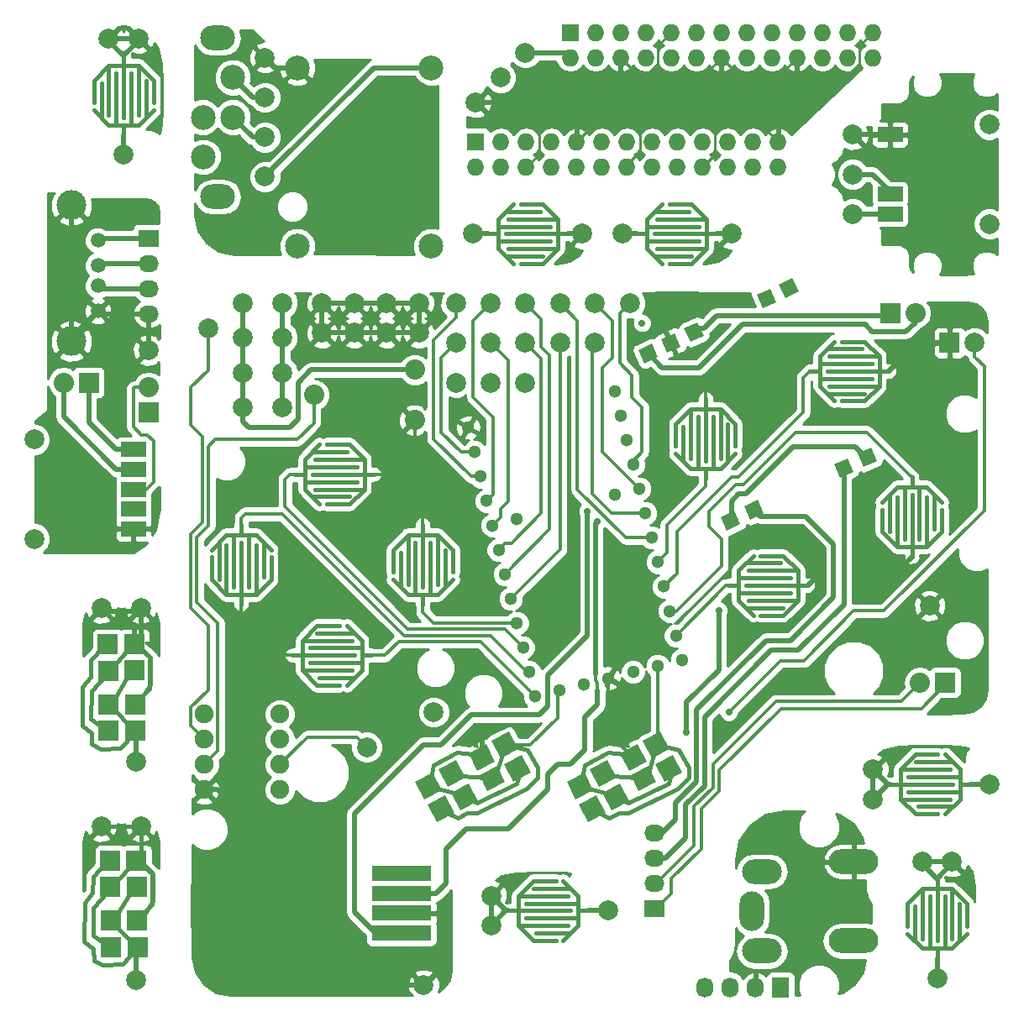
<source format=gtl>
G04 #@! TF.FileFunction,Copper,L1,Top,Signal*
%FSLAX46Y46*%
G04 Gerber Fmt 4.6, Leading zero omitted, Abs format (unit mm)*
G04 Created by KiCad (PCBNEW 4.0.2+e4-6225~38~ubuntu14.04.1-stable) date sam. 02 juil. 2016 22:13:44 CEST*
%MOMM*%
G01*
G04 APERTURE LIST*
%ADD10C,0.100000*%
%ADD11C,0.400000*%
%ADD12C,2.000000*%
%ADD13O,4.000000X2.500000*%
%ADD14O,2.500000X4.000000*%
%ADD15O,5.000000X2.500000*%
%ADD16C,2.032000*%
%ADD17C,1.905000*%
%ADD18R,1.727200X2.032000*%
%ADD19O,1.727200X2.032000*%
%ADD20R,2.032000X1.727200*%
%ADD21O,2.032000X1.727200*%
%ADD22R,2.000000X2.000000*%
%ADD23C,1.998980*%
%ADD24R,6.000000X1.500000*%
%ADD25R,2.032000X2.032000*%
%ADD26O,2.032000X2.032000*%
%ADD27R,1.727200X1.727200*%
%ADD28O,1.727200X1.727200*%
%ADD29C,1.300000*%
%ADD30C,2.500000*%
%ADD31O,3.500000X2.500000*%
%ADD32R,2.500000X1.500000*%
%ADD33C,1.501140*%
%ADD34C,2.999740*%
%ADD35C,0.400000*%
%ADD36C,0.700000*%
%ADD37C,0.350000*%
%ADD38C,0.500000*%
%ADD39C,0.250000*%
%ADD40C,0.254000*%
G04 APERTURE END LIST*
D10*
D11*
X94258851Y-138035515D02*
X95146666Y-138495715D01*
X94230752Y-136894590D02*
X94258851Y-138035515D01*
X94134650Y-131212973D02*
X93337446Y-132207693D01*
X94159088Y-129536101D02*
X94134650Y-131212973D01*
X97160543Y-138413249D02*
X98524850Y-136867718D01*
X95146666Y-138495715D02*
X97160543Y-138413249D01*
X93337446Y-132207693D02*
X93280424Y-136120396D01*
X98318183Y-128031300D02*
X96271722Y-130349596D01*
X94184531Y-135462681D02*
X95401204Y-136374934D01*
X94225261Y-132667893D02*
X94184531Y-135462681D01*
X100206008Y-131994710D02*
X98902584Y-133966026D01*
X100200718Y-129288703D02*
X100206008Y-131994710D01*
X99205999Y-128491500D02*
X100200718Y-129288703D01*
X96765512Y-134829403D02*
X97867135Y-135963611D01*
X97845151Y-131334138D02*
X96653519Y-133307084D01*
X95408345Y-128212523D02*
X94159088Y-129536101D01*
X96271722Y-130349596D02*
X94225261Y-132667893D01*
X93280424Y-136120396D02*
X94230752Y-136894590D01*
X94031712Y-116226409D02*
X94919527Y-116686609D01*
X94003613Y-115085484D02*
X94031712Y-116226409D01*
X93907511Y-109403867D02*
X93110307Y-110398587D01*
X93931949Y-107726995D02*
X93907511Y-109403867D01*
X96933404Y-116604143D02*
X98297711Y-115058612D01*
X94919527Y-116686609D02*
X96933404Y-116604143D01*
X93110307Y-110398587D02*
X93053285Y-114311290D01*
X98091044Y-106222194D02*
X96044583Y-108540490D01*
X93957392Y-113653575D02*
X95174065Y-114565828D01*
X93998122Y-110858787D02*
X93957392Y-113653575D01*
X99978869Y-110185604D02*
X98675445Y-112156920D01*
X99973579Y-107479597D02*
X99978869Y-110185604D01*
X98978860Y-106682394D02*
X99973579Y-107479597D01*
X96538373Y-113020297D02*
X97639996Y-114154505D01*
X97618012Y-109525032D02*
X96426380Y-111497978D01*
X95181206Y-106403417D02*
X93931949Y-107726995D01*
X96044583Y-108540490D02*
X93998122Y-110858787D01*
X93053285Y-114311290D02*
X94003613Y-115085484D01*
X154200000Y-119550000D02*
X154200000Y-118550000D01*
X153650000Y-120150000D02*
X154200000Y-119550000D01*
X147150000Y-123150000D02*
X148150000Y-123150000D01*
X146150000Y-123650000D02*
X147150000Y-123150000D01*
X153200000Y-116800000D02*
X151200000Y-116300000D01*
X154200000Y-118550000D02*
X153200000Y-116800000D01*
X148150000Y-123150000D02*
X153150000Y-120650000D01*
X143450000Y-120550000D02*
X146450000Y-121300000D01*
X152150000Y-120150000D02*
X152650000Y-118650000D01*
X148150000Y-122150000D02*
X152150000Y-120150000D01*
X146100000Y-117050000D02*
X148450000Y-117300000D01*
X143700000Y-118300000D02*
X146100000Y-117050000D01*
X143450000Y-119550000D02*
X143700000Y-118300000D01*
X150200000Y-118800000D02*
X150700000Y-117300000D01*
X146600000Y-119450000D02*
X148900000Y-119600000D01*
X144950000Y-123050000D02*
X146150000Y-123650000D01*
X146650000Y-121650000D02*
X148150000Y-122150000D01*
X153150000Y-120650000D02*
X153650000Y-120150000D01*
X138950000Y-119550000D02*
X138950000Y-118550000D01*
X138400000Y-120150000D02*
X138950000Y-119550000D01*
X131900000Y-123150000D02*
X132900000Y-123150000D01*
X130900000Y-123650000D02*
X131900000Y-123150000D01*
X137950000Y-116800000D02*
X135950000Y-116300000D01*
X138950000Y-118550000D02*
X137950000Y-116800000D01*
X132900000Y-123150000D02*
X137900000Y-120650000D01*
X128200000Y-120550000D02*
X131200000Y-121300000D01*
X136900000Y-120150000D02*
X137400000Y-118650000D01*
X132900000Y-122150000D02*
X136900000Y-120150000D01*
X130850000Y-117050000D02*
X133200000Y-117300000D01*
X128450000Y-118300000D02*
X130850000Y-117050000D01*
X128200000Y-119550000D02*
X128450000Y-118300000D01*
X134950000Y-118800000D02*
X135450000Y-117300000D01*
X131350000Y-119450000D02*
X133650000Y-119600000D01*
X129700000Y-123050000D02*
X130900000Y-123650000D01*
X131400000Y-121650000D02*
X132900000Y-122150000D01*
X137900000Y-120650000D02*
X138400000Y-120150000D01*
X175550000Y-118750000D02*
X177050000Y-117250000D01*
X175550000Y-121750000D02*
X177050000Y-123250000D01*
X175550000Y-118750000D02*
X175550000Y-121750000D01*
X181550000Y-119500000D02*
X176300000Y-119500000D01*
X181550000Y-121750000D02*
X180050000Y-123250000D01*
X181550000Y-118750000D02*
X180050000Y-117250000D01*
X181550000Y-120250000D02*
X182550000Y-120250000D01*
X181550000Y-118750000D02*
X181550000Y-121750000D01*
X181550000Y-121000000D02*
X176300000Y-121000000D01*
X180800000Y-122500000D02*
X177300000Y-122500000D01*
X180550000Y-121750000D02*
X175550000Y-121750000D01*
X179300000Y-123250000D02*
X177050000Y-123250000D01*
X180800000Y-120250000D02*
X175550000Y-120250000D01*
X180550000Y-118750000D02*
X175550000Y-118750000D01*
X180800000Y-118000000D02*
X177050000Y-118000000D01*
X179300000Y-117250000D02*
X177050000Y-117250000D01*
X174550000Y-120250000D02*
X175550000Y-120250000D01*
X98750000Y-47800000D02*
X100250000Y-49300000D01*
X95750000Y-47800000D02*
X94250000Y-49300000D01*
X98750000Y-47800000D02*
X95750000Y-47800000D01*
X98000000Y-53800000D02*
X98000000Y-48550000D01*
X95750000Y-53800000D02*
X94250000Y-52300000D01*
X98750000Y-53800000D02*
X100250000Y-52300000D01*
X97250000Y-53800000D02*
X97250000Y-54800000D01*
X98750000Y-53800000D02*
X95750000Y-53800000D01*
X96500000Y-53800000D02*
X96500000Y-48550000D01*
X95000000Y-53050000D02*
X95000000Y-49550000D01*
X95750000Y-52800000D02*
X95750000Y-47800000D01*
X94250000Y-51550000D02*
X94250000Y-49300000D01*
X97250000Y-53050000D02*
X97250000Y-47800000D01*
X98750000Y-52800000D02*
X98750000Y-47800000D01*
X99500000Y-53050000D02*
X99500000Y-49300000D01*
X100250000Y-51550000D02*
X100250000Y-49300000D01*
X97250000Y-46800000D02*
X97250000Y-47800000D01*
X180750000Y-130800000D02*
X182250000Y-132300000D01*
X177750000Y-130800000D02*
X176250000Y-132300000D01*
X180750000Y-130800000D02*
X177750000Y-130800000D01*
X180000000Y-136800000D02*
X180000000Y-131550000D01*
X177750000Y-136800000D02*
X176250000Y-135300000D01*
X180750000Y-136800000D02*
X182250000Y-135300000D01*
X179250000Y-136800000D02*
X179250000Y-137800000D01*
X180750000Y-136800000D02*
X177750000Y-136800000D01*
X178500000Y-136800000D02*
X178500000Y-131550000D01*
X177000000Y-136050000D02*
X177000000Y-132550000D01*
X177750000Y-135800000D02*
X177750000Y-130800000D01*
X176250000Y-134550000D02*
X176250000Y-132300000D01*
X179250000Y-136050000D02*
X179250000Y-130800000D01*
X180750000Y-135800000D02*
X180750000Y-130800000D01*
X181500000Y-136050000D02*
X181500000Y-132300000D01*
X182250000Y-134550000D02*
X182250000Y-132300000D01*
X179250000Y-129800000D02*
X179250000Y-130800000D01*
X141000000Y-66250000D02*
X139500000Y-67750000D01*
X141000000Y-63250000D02*
X139500000Y-61750000D01*
X141000000Y-66250000D02*
X141000000Y-63250000D01*
X135000000Y-65500000D02*
X140250000Y-65500000D01*
X135000000Y-63250000D02*
X136500000Y-61750000D01*
X135000000Y-66250000D02*
X136500000Y-67750000D01*
X135000000Y-64750000D02*
X134000000Y-64750000D01*
X135000000Y-66250000D02*
X135000000Y-63250000D01*
X135000000Y-64000000D02*
X140250000Y-64000000D01*
X135750000Y-62500000D02*
X139250000Y-62500000D01*
X136000000Y-63250000D02*
X141000000Y-63250000D01*
X137250000Y-61750000D02*
X139500000Y-61750000D01*
X135750000Y-64750000D02*
X141000000Y-64750000D01*
X136000000Y-66250000D02*
X141000000Y-66250000D01*
X135750000Y-67000000D02*
X139500000Y-67000000D01*
X137250000Y-67750000D02*
X139500000Y-67750000D01*
X142000000Y-64750000D02*
X141000000Y-64750000D01*
X156002758Y-66250000D02*
X154502758Y-67750000D01*
X156002758Y-63250000D02*
X154502758Y-61750000D01*
X156002758Y-66250000D02*
X156002758Y-63250000D01*
X150002758Y-65500000D02*
X155252758Y-65500000D01*
X150002758Y-63250000D02*
X151502758Y-61750000D01*
X150002758Y-66250000D02*
X151502758Y-67750000D01*
X150002758Y-64750000D02*
X149002758Y-64750000D01*
X150002758Y-66250000D02*
X150002758Y-63250000D01*
X150002758Y-64000000D02*
X155252758Y-64000000D01*
X150752758Y-62500000D02*
X154252758Y-62500000D01*
X151002758Y-63250000D02*
X156002758Y-63250000D01*
X152252758Y-61750000D02*
X154502758Y-61750000D01*
X150752758Y-64750000D02*
X156002758Y-64750000D01*
X151002758Y-66250000D02*
X156002758Y-66250000D01*
X150752758Y-67000000D02*
X154502758Y-67000000D01*
X152252758Y-67750000D02*
X154502758Y-67750000D01*
X157002758Y-64750000D02*
X156002758Y-64750000D01*
X121500000Y-90500000D02*
X120000000Y-92000000D01*
X121500000Y-87500000D02*
X120000000Y-86000000D01*
X121500000Y-90500000D02*
X121500000Y-87500000D01*
X115500000Y-89750000D02*
X120750000Y-89750000D01*
X115500000Y-87500000D02*
X117000000Y-86000000D01*
X115500000Y-90500000D02*
X117000000Y-92000000D01*
X115500000Y-89000000D02*
X114500000Y-89000000D01*
X115500000Y-90500000D02*
X115500000Y-87500000D01*
X115500000Y-88250000D02*
X120750000Y-88250000D01*
X116250000Y-86750000D02*
X119750000Y-86750000D01*
X116500000Y-87500000D02*
X121500000Y-87500000D01*
X117750000Y-86000000D02*
X120000000Y-86000000D01*
X116250000Y-89000000D02*
X121500000Y-89000000D01*
X116500000Y-90500000D02*
X121500000Y-90500000D01*
X116250000Y-91250000D02*
X120000000Y-91250000D01*
X117750000Y-92000000D02*
X120000000Y-92000000D01*
X122500000Y-89000000D02*
X121500000Y-89000000D01*
X115250000Y-105750000D02*
X116750000Y-104250000D01*
X115250000Y-108750000D02*
X116750000Y-110250000D01*
X115250000Y-105750000D02*
X115250000Y-108750000D01*
X121250000Y-106500000D02*
X116000000Y-106500000D01*
X121250000Y-108750000D02*
X119750000Y-110250000D01*
X121250000Y-105750000D02*
X119750000Y-104250000D01*
X121250000Y-107250000D02*
X122250000Y-107250000D01*
X121250000Y-105750000D02*
X121250000Y-108750000D01*
X121250000Y-108000000D02*
X116000000Y-108000000D01*
X120500000Y-109500000D02*
X117000000Y-109500000D01*
X120250000Y-108750000D02*
X115250000Y-108750000D01*
X119000000Y-110250000D02*
X116750000Y-110250000D01*
X120500000Y-107250000D02*
X115250000Y-107250000D01*
X120250000Y-105750000D02*
X115250000Y-105750000D01*
X120500000Y-105000000D02*
X116750000Y-105000000D01*
X119000000Y-104250000D02*
X116750000Y-104250000D01*
X114250000Y-107250000D02*
X115250000Y-107250000D01*
X128900000Y-95100000D02*
X130400000Y-96600000D01*
X125900000Y-95100000D02*
X124400000Y-96600000D01*
X128900000Y-95100000D02*
X125900000Y-95100000D01*
X128150000Y-101100000D02*
X128150000Y-95850000D01*
X125900000Y-101100000D02*
X124400000Y-99600000D01*
X128900000Y-101100000D02*
X130400000Y-99600000D01*
X127400000Y-101100000D02*
X127400000Y-102100000D01*
X128900000Y-101100000D02*
X125900000Y-101100000D01*
X126650000Y-101100000D02*
X126650000Y-95850000D01*
X125150000Y-100350000D02*
X125150000Y-96850000D01*
X125900000Y-100100000D02*
X125900000Y-95100000D01*
X124400000Y-98850000D02*
X124400000Y-96600000D01*
X127400000Y-100350000D02*
X127400000Y-95100000D01*
X128900000Y-100100000D02*
X128900000Y-95100000D01*
X129650000Y-100350000D02*
X129650000Y-96600000D01*
X130400000Y-98850000D02*
X130400000Y-96600000D01*
X127400000Y-94100000D02*
X127400000Y-95100000D01*
X157400000Y-82400000D02*
X158900000Y-83900000D01*
X154400000Y-82400000D02*
X152900000Y-83900000D01*
X157400000Y-82400000D02*
X154400000Y-82400000D01*
X156650000Y-88400000D02*
X156650000Y-83150000D01*
X154400000Y-88400000D02*
X152900000Y-86900000D01*
X157400000Y-88400000D02*
X158900000Y-86900000D01*
X155900000Y-88400000D02*
X155900000Y-89400000D01*
X157400000Y-88400000D02*
X154400000Y-88400000D01*
X155150000Y-88400000D02*
X155150000Y-83150000D01*
X153650000Y-87650000D02*
X153650000Y-84150000D01*
X154400000Y-87400000D02*
X154400000Y-82400000D01*
X152900000Y-86150000D02*
X152900000Y-83900000D01*
X155900000Y-87650000D02*
X155900000Y-82400000D01*
X157400000Y-87400000D02*
X157400000Y-82400000D01*
X158150000Y-87650000D02*
X158150000Y-83900000D01*
X158900000Y-86150000D02*
X158900000Y-83900000D01*
X155900000Y-81400000D02*
X155900000Y-82400000D01*
X173400000Y-80100000D02*
X171900000Y-81600000D01*
X173400000Y-77100000D02*
X171900000Y-75600000D01*
X173400000Y-80100000D02*
X173400000Y-77100000D01*
X167400000Y-79350000D02*
X172650000Y-79350000D01*
X167400000Y-77100000D02*
X168900000Y-75600000D01*
X167400000Y-80100000D02*
X168900000Y-81600000D01*
X167400000Y-78600000D02*
X166400000Y-78600000D01*
X167400000Y-80100000D02*
X167400000Y-77100000D01*
X167400000Y-77850000D02*
X172650000Y-77850000D01*
X168150000Y-76350000D02*
X171650000Y-76350000D01*
X168400000Y-77100000D02*
X173400000Y-77100000D01*
X169650000Y-75600000D02*
X171900000Y-75600000D01*
X168150000Y-78600000D02*
X173400000Y-78600000D01*
X168400000Y-80100000D02*
X173400000Y-80100000D01*
X168150000Y-80850000D02*
X171900000Y-80850000D01*
X169650000Y-81600000D02*
X171900000Y-81600000D01*
X174400000Y-78600000D02*
X173400000Y-78600000D01*
X165200000Y-101700000D02*
X163700000Y-103200000D01*
X165200000Y-98700000D02*
X163700000Y-97200000D01*
X165200000Y-101700000D02*
X165200000Y-98700000D01*
X159200000Y-100950000D02*
X164450000Y-100950000D01*
X159200000Y-98700000D02*
X160700000Y-97200000D01*
X159200000Y-101700000D02*
X160700000Y-103200000D01*
X159200000Y-100200000D02*
X158200000Y-100200000D01*
X159200000Y-101700000D02*
X159200000Y-98700000D01*
X159200000Y-99450000D02*
X164450000Y-99450000D01*
X159950000Y-97950000D02*
X163450000Y-97950000D01*
X160200000Y-98700000D02*
X165200000Y-98700000D01*
X161450000Y-97200000D02*
X163700000Y-97200000D01*
X159950000Y-100200000D02*
X165200000Y-100200000D01*
X160200000Y-101700000D02*
X165200000Y-101700000D01*
X159950000Y-102450000D02*
X163700000Y-102450000D01*
X161450000Y-103200000D02*
X163700000Y-103200000D01*
X166200000Y-100200000D02*
X165200000Y-100200000D01*
X175200000Y-96300000D02*
X173700000Y-94800000D01*
X178200000Y-96300000D02*
X179700000Y-94800000D01*
X175200000Y-96300000D02*
X178200000Y-96300000D01*
X175950000Y-90300000D02*
X175950000Y-95550000D01*
X178200000Y-90300000D02*
X179700000Y-91800000D01*
X175200000Y-90300000D02*
X173700000Y-91800000D01*
X176700000Y-90300000D02*
X176700000Y-89300000D01*
X175200000Y-90300000D02*
X178200000Y-90300000D01*
X177450000Y-90300000D02*
X177450000Y-95550000D01*
X178950000Y-91050000D02*
X178950000Y-94550000D01*
X178200000Y-91300000D02*
X178200000Y-96300000D01*
X179700000Y-92550000D02*
X179700000Y-94800000D01*
X176700000Y-91050000D02*
X176700000Y-96300000D01*
X175200000Y-91300000D02*
X175200000Y-96300000D01*
X174450000Y-91050000D02*
X174450000Y-94800000D01*
X173700000Y-92550000D02*
X173700000Y-94800000D01*
X176700000Y-97300000D02*
X176700000Y-96300000D01*
X107600000Y-101100000D02*
X106100000Y-99600000D01*
X110600000Y-101100000D02*
X112100000Y-99600000D01*
X107600000Y-101100000D02*
X110600000Y-101100000D01*
X108350000Y-95100000D02*
X108350000Y-100350000D01*
X110600000Y-95100000D02*
X112100000Y-96600000D01*
X107600000Y-95100000D02*
X106100000Y-96600000D01*
X109100000Y-95100000D02*
X109100000Y-94100000D01*
X107600000Y-95100000D02*
X110600000Y-95100000D01*
X109850000Y-95100000D02*
X109850000Y-100350000D01*
X111350000Y-95850000D02*
X111350000Y-99350000D01*
X110600000Y-96100000D02*
X110600000Y-101100000D01*
X112100000Y-97350000D02*
X112100000Y-99600000D01*
X109100000Y-95850000D02*
X109100000Y-101100000D01*
X107600000Y-96100000D02*
X107600000Y-101100000D01*
X106850000Y-95850000D02*
X106850000Y-99600000D01*
X106100000Y-97350000D02*
X106100000Y-99600000D01*
X109100000Y-102100000D02*
X109100000Y-101100000D01*
X137050000Y-131500000D02*
X138550000Y-130000000D01*
X137050000Y-134500000D02*
X138550000Y-136000000D01*
X137050000Y-131500000D02*
X137050000Y-134500000D01*
X143050000Y-132250000D02*
X137800000Y-132250000D01*
X143050000Y-134500000D02*
X141550000Y-136000000D01*
X143050000Y-131500000D02*
X141550000Y-130000000D01*
X143050000Y-133000000D02*
X144050000Y-133000000D01*
X143050000Y-131500000D02*
X143050000Y-134500000D01*
X143050000Y-133750000D02*
X137800000Y-133750000D01*
X142300000Y-135250000D02*
X138800000Y-135250000D01*
X142050000Y-134500000D02*
X137050000Y-134500000D01*
X140800000Y-136000000D02*
X138550000Y-136000000D01*
X142300000Y-133000000D02*
X137050000Y-133000000D01*
X142050000Y-131500000D02*
X137050000Y-131500000D01*
X142300000Y-130750000D02*
X138550000Y-130750000D01*
X140800000Y-130000000D02*
X138550000Y-130000000D01*
X136050000Y-133000000D02*
X137050000Y-133000000D01*
D12*
X132500000Y-64750000D03*
X137750000Y-75750000D03*
X137750000Y-71750000D03*
X130750000Y-75750000D03*
X134250000Y-75750000D03*
X134250000Y-71750000D03*
X130750000Y-71750000D03*
X141250000Y-71750000D03*
X170750000Y-58750000D03*
X141250000Y-75750000D03*
X172800000Y-121750000D03*
X98750000Y-45050000D03*
X177750000Y-128050000D03*
X127500000Y-140500000D03*
X172800000Y-118750000D03*
X95750000Y-45050000D03*
X180750000Y-128050000D03*
X109250000Y-82250000D03*
X109250000Y-71750000D03*
X109250000Y-78750000D03*
X98500000Y-140000000D03*
X184550000Y-120250000D03*
X109250000Y-75250000D03*
X113250000Y-71750000D03*
X95000000Y-124500000D03*
X95000000Y-102500000D03*
X143500000Y-64750000D03*
X158502758Y-64750000D03*
X147502758Y-64750000D03*
X123750000Y-74750000D03*
X134250000Y-79750000D03*
X137750000Y-79750000D03*
X120500000Y-71750000D03*
X105750000Y-74250000D03*
X148250000Y-71750000D03*
X123750000Y-71750000D03*
X120500000Y-74750000D03*
X98500000Y-118000000D03*
X144750000Y-71750000D03*
X113250000Y-78750000D03*
X178500000Y-102250000D03*
X113250000Y-75250000D03*
X113250000Y-82250000D03*
X179250000Y-139800000D03*
X99000000Y-102500000D03*
X127000000Y-71750000D03*
X127000000Y-74750000D03*
X130750000Y-79750000D03*
X99000000Y-124500000D03*
X134300000Y-131500000D03*
X134300000Y-134500000D03*
X146050000Y-133000000D03*
D13*
X161578150Y-137050000D03*
X161578150Y-129050000D03*
D14*
X160578150Y-133050000D03*
D15*
X170828150Y-128050000D03*
X170828150Y-136050000D03*
D16*
X126580000Y-78460000D03*
X116420000Y-81000000D03*
X126580000Y-83540000D03*
D17*
X105380000Y-113190000D03*
X105380000Y-115730000D03*
X105380000Y-118270000D03*
X105380000Y-120810000D03*
X113000000Y-120810000D03*
X113000000Y-118270000D03*
X113000000Y-115730000D03*
X113000000Y-113190000D03*
D18*
X163468150Y-140750000D03*
D19*
X160928150Y-140750000D03*
X158388150Y-140750000D03*
X155848150Y-140750000D03*
D20*
X150750000Y-132830000D03*
D21*
X150750000Y-130290000D03*
X150750000Y-127750000D03*
X150750000Y-125210000D03*
D10*
G36*
X149120862Y-76456624D02*
X150480324Y-75822696D01*
X151114252Y-77182158D01*
X149754790Y-77816086D01*
X149120862Y-76456624D01*
X149120862Y-76456624D01*
G37*
G36*
X151386631Y-75400078D02*
X152746093Y-74766150D01*
X153380021Y-76125612D01*
X152020559Y-76759540D01*
X151386631Y-75400078D01*
X151386631Y-75400078D01*
G37*
G36*
X153743032Y-74301271D02*
X155102494Y-73667343D01*
X155736422Y-75026805D01*
X154376960Y-75660733D01*
X153743032Y-74301271D01*
X153743032Y-74301271D01*
G37*
G36*
X161038809Y-70899194D02*
X162398271Y-70265266D01*
X163032199Y-71624728D01*
X161672737Y-72258656D01*
X161038809Y-70899194D01*
X161038809Y-70899194D01*
G37*
G36*
X163304579Y-69842648D02*
X164664041Y-69208720D01*
X165297969Y-70568182D01*
X163938507Y-71202110D01*
X163304579Y-69842648D01*
X163304579Y-69842648D01*
G37*
G36*
X171204487Y-86902366D02*
X172563949Y-86268438D01*
X173197877Y-87627900D01*
X171838415Y-88261828D01*
X171204487Y-86902366D01*
X171204487Y-86902366D01*
G37*
G36*
X168848086Y-88001173D02*
X170207548Y-87367245D01*
X170841476Y-88726707D01*
X169482014Y-89360635D01*
X168848086Y-88001173D01*
X168848086Y-88001173D01*
G37*
G36*
X159785009Y-92227356D02*
X161144471Y-91593428D01*
X161778399Y-92952890D01*
X160418937Y-93586818D01*
X159785009Y-92227356D01*
X159785009Y-92227356D01*
G37*
G36*
X157428608Y-93326163D02*
X158788070Y-92692235D01*
X159421998Y-94051697D01*
X158062536Y-94685625D01*
X157428608Y-93326163D01*
X157428608Y-93326163D01*
G37*
D22*
X180500000Y-75750000D03*
D12*
X183040000Y-75750000D03*
D23*
X128509023Y-112981476D03*
X121750000Y-116500000D03*
D24*
X125250000Y-133250000D03*
X125250000Y-131250000D03*
X125250000Y-129250000D03*
X125250000Y-135250000D03*
D25*
X174500000Y-72750000D03*
D26*
X177040000Y-72750000D03*
D27*
X132750000Y-55500000D03*
D28*
X132750000Y-58040000D03*
X135290000Y-55500000D03*
X135290000Y-58040000D03*
X137830000Y-55500000D03*
X137830000Y-58040000D03*
X140370000Y-55500000D03*
X140370000Y-58040000D03*
X142910000Y-55500000D03*
X142910000Y-58040000D03*
X145450000Y-55500000D03*
X145450000Y-58040000D03*
X147990000Y-55500000D03*
X147990000Y-58040000D03*
X150530000Y-55500000D03*
X150530000Y-58040000D03*
X153070000Y-55500000D03*
X153070000Y-58040000D03*
X155610000Y-55500000D03*
X155610000Y-58040000D03*
X158150000Y-55500000D03*
X158150000Y-58040000D03*
X160690000Y-55500000D03*
X160690000Y-58040000D03*
X163230000Y-55500000D03*
X163230000Y-58040000D03*
D25*
X99750000Y-82790000D03*
D26*
X99750000Y-80250000D03*
D25*
X93750000Y-79750000D03*
D26*
X91210000Y-79750000D03*
D25*
X180040000Y-110000000D03*
D26*
X177500000Y-110000000D03*
D29*
X131976698Y-84288414D03*
X132591179Y-86752965D03*
X133205661Y-89217516D03*
X133820143Y-91682067D03*
X134434624Y-94146618D03*
X136899175Y-93532137D03*
X135049106Y-96611169D03*
X135663587Y-99075720D03*
X136278069Y-101540272D03*
X136892551Y-104004823D03*
X137507032Y-106469374D03*
X138121514Y-108933925D03*
X138735995Y-111398476D03*
X141200547Y-110783995D03*
X143665098Y-110169513D03*
X146129649Y-109555031D03*
X148594200Y-108940550D03*
X151058751Y-108326068D03*
X153523302Y-107711586D03*
X152908821Y-105247035D03*
X152294339Y-102782484D03*
X151679857Y-100317933D03*
X146757380Y-91074210D03*
X148607449Y-87995177D03*
X147992968Y-85530626D03*
X149221931Y-90459728D03*
X149836413Y-92924280D03*
X146764005Y-80601524D03*
X147378486Y-83066075D03*
X151065376Y-97853382D03*
X150450894Y-95388831D03*
D22*
X98639900Y-136645764D03*
X95978284Y-136674064D03*
X98611600Y-133984148D03*
X95949985Y-134012448D03*
X98543395Y-127922767D03*
X98571695Y-130584383D03*
X95910079Y-130612682D03*
X95881780Y-127951067D03*
X98412761Y-114836658D03*
X95751145Y-114864958D03*
X98384461Y-112175042D03*
X95722846Y-112203342D03*
X98316256Y-106113661D03*
X98344556Y-108775277D03*
X95682940Y-108803576D03*
X95654641Y-106141961D03*
D12*
X97250000Y-56800000D03*
X111500000Y-55000000D03*
X111500000Y-51000000D03*
X111500000Y-59000000D03*
X111500000Y-47000000D03*
D30*
X128250000Y-66000000D03*
X114750000Y-66000000D03*
X114750000Y-48000000D03*
X128250000Y-48000000D03*
D31*
X106750000Y-61000000D03*
X106750000Y-45000000D03*
D30*
X105250000Y-57000000D03*
X105250000Y-53000000D03*
X108250000Y-49000000D03*
X108250000Y-53000000D03*
D32*
X174500000Y-54750000D03*
X174500000Y-60750000D03*
X174500000Y-62750000D03*
D12*
X184500000Y-63750000D03*
X184500000Y-53750000D03*
D32*
X98250000Y-90500000D03*
X98250000Y-88500000D03*
X98250000Y-86500000D03*
X98250000Y-92500000D03*
X98250000Y-94500000D03*
D12*
X88250000Y-95500000D03*
X88250000Y-85500000D03*
X144750000Y-75750000D03*
D20*
X99750000Y-65210000D03*
D21*
X99750000Y-67750000D03*
X99750000Y-70290000D03*
X99750000Y-72830000D03*
D33*
X94667000Y-72540000D03*
X94667000Y-70000000D03*
X94667000Y-67968000D03*
X94667000Y-65428000D03*
D34*
X92000000Y-75588000D03*
X92000000Y-61872000D03*
D12*
X99750000Y-76500000D03*
D27*
X142250000Y-44460000D03*
D28*
X142250000Y-47000000D03*
X144790000Y-44460000D03*
X144790000Y-47000000D03*
X147330000Y-44460000D03*
X147330000Y-47000000D03*
X149870000Y-44460000D03*
X149870000Y-47000000D03*
X152410000Y-44460000D03*
X152410000Y-47000000D03*
X154950000Y-44460000D03*
X154950000Y-47000000D03*
X157490000Y-44460000D03*
X157490000Y-47000000D03*
X160030000Y-44460000D03*
X160030000Y-47000000D03*
X162570000Y-44460000D03*
X162570000Y-47000000D03*
X165110000Y-44460000D03*
X165110000Y-47000000D03*
X167650000Y-44460000D03*
X167650000Y-47000000D03*
X170190000Y-44460000D03*
X170190000Y-47000000D03*
X172730000Y-44460000D03*
X172730000Y-47000000D03*
D12*
X135250000Y-49000000D03*
X137750000Y-46500000D03*
X132750000Y-51500000D03*
X170750000Y-62750000D03*
X170750000Y-54750000D03*
X117250000Y-71750000D03*
X117250000Y-74750000D03*
D10*
G36*
X150522384Y-117648015D02*
X149601985Y-115872384D01*
X151377616Y-114951985D01*
X152298015Y-116727616D01*
X150522384Y-117648015D01*
X150522384Y-117648015D01*
G37*
G36*
X151772384Y-119998015D02*
X150851985Y-118222384D01*
X152627616Y-117301985D01*
X153548015Y-119077616D01*
X151772384Y-119998015D01*
X151772384Y-119998015D01*
G37*
G36*
X148172384Y-118898015D02*
X147251985Y-117122384D01*
X149027616Y-116201985D01*
X149948015Y-117977616D01*
X148172384Y-118898015D01*
X148172384Y-118898015D01*
G37*
G36*
X149176364Y-120909234D02*
X148348005Y-119311166D01*
X150123636Y-118390766D01*
X150951995Y-119988834D01*
X149176364Y-120909234D01*
X149176364Y-120909234D01*
G37*
G36*
X142822384Y-121748015D02*
X141901985Y-119972384D01*
X143677616Y-119051985D01*
X144598015Y-120827616D01*
X142822384Y-121748015D01*
X142822384Y-121748015D01*
G37*
G36*
X145172384Y-120498015D02*
X144251985Y-118722384D01*
X146027616Y-117801985D01*
X146948015Y-119577616D01*
X145172384Y-120498015D01*
X145172384Y-120498015D01*
G37*
G36*
X146422384Y-122848015D02*
X145501985Y-121072384D01*
X147277616Y-120151985D01*
X148198015Y-121927616D01*
X146422384Y-122848015D01*
X146422384Y-122848015D01*
G37*
G36*
X144072384Y-124098015D02*
X143151985Y-122322384D01*
X144927616Y-121401985D01*
X145848015Y-123177616D01*
X144072384Y-124098015D01*
X144072384Y-124098015D01*
G37*
G36*
X135272384Y-117648015D02*
X134351985Y-115872384D01*
X136127616Y-114951985D01*
X137048015Y-116727616D01*
X135272384Y-117648015D01*
X135272384Y-117648015D01*
G37*
G36*
X136522384Y-119998015D02*
X135601985Y-118222384D01*
X137377616Y-117301985D01*
X138298015Y-119077616D01*
X136522384Y-119998015D01*
X136522384Y-119998015D01*
G37*
G36*
X132922384Y-118898015D02*
X132001985Y-117122384D01*
X133777616Y-116201985D01*
X134698015Y-117977616D01*
X132922384Y-118898015D01*
X132922384Y-118898015D01*
G37*
G36*
X133926364Y-120909234D02*
X133098005Y-119311166D01*
X134873636Y-118390766D01*
X135701995Y-119988834D01*
X133926364Y-120909234D01*
X133926364Y-120909234D01*
G37*
G36*
X127572384Y-121748015D02*
X126651985Y-119972384D01*
X128427616Y-119051985D01*
X129348015Y-120827616D01*
X127572384Y-121748015D01*
X127572384Y-121748015D01*
G37*
G36*
X129922384Y-120498015D02*
X129001985Y-118722384D01*
X130777616Y-117801985D01*
X131698015Y-119577616D01*
X129922384Y-120498015D01*
X129922384Y-120498015D01*
G37*
G36*
X131172384Y-122848015D02*
X130251985Y-121072384D01*
X132027616Y-120151985D01*
X132948015Y-121927616D01*
X131172384Y-122848015D01*
X131172384Y-122848015D01*
G37*
G36*
X128822384Y-124098015D02*
X127901985Y-122322384D01*
X129677616Y-121401985D01*
X130598015Y-123177616D01*
X128822384Y-124098015D01*
X128822384Y-124098015D01*
G37*
D35*
X182550000Y-120250000D03*
X174550000Y-120250000D03*
X97250000Y-54800000D03*
X97250000Y-46800000D03*
X179250000Y-137800000D03*
X179250000Y-129800000D03*
X134000000Y-64750000D03*
X142000000Y-64750000D03*
X149002758Y-64750000D03*
X157002758Y-64750000D03*
X114500000Y-89000000D03*
X122500000Y-89000000D03*
X122250000Y-107250000D03*
X114250000Y-107250000D03*
X127400000Y-102100000D03*
X127400000Y-94100000D03*
X155900000Y-89400000D03*
X155900000Y-81400000D03*
X166400000Y-78600000D03*
X174400000Y-78600000D03*
X158200000Y-100200000D03*
X166200000Y-100200000D03*
X176700000Y-89300000D03*
X176700000Y-97300000D03*
X109100000Y-94100000D03*
X109100000Y-102100000D03*
X144050000Y-133000000D03*
X136050000Y-133000000D03*
D36*
X159000000Y-114000000D03*
X175250000Y-106250000D03*
X178500000Y-80250000D03*
X178500000Y-87000000D03*
X152383326Y-80866674D03*
X146129649Y-102000000D03*
X142500000Y-97430960D03*
X125000000Y-108500000D03*
X111500000Y-91000000D03*
X132000000Y-102000000D03*
X155750000Y-80250000D03*
X175000000Y-98750000D03*
X167750000Y-97999992D03*
X146129649Y-115079649D03*
X133499992Y-114500000D03*
X125600000Y-90750000D03*
X110900000Y-105250000D03*
X158250000Y-113000000D03*
X149500000Y-73750000D03*
X157250000Y-102750000D03*
X154000000Y-115000000D03*
X144000000Y-92750000D03*
X145000000Y-93750000D03*
D37*
X135663587Y-99075720D02*
X140200011Y-94539296D01*
X138749999Y-72749999D02*
X137750000Y-71750000D01*
X139350001Y-73350001D02*
X138749999Y-72749999D01*
X139350001Y-76147906D02*
X139350001Y-73350001D01*
X140200011Y-76997916D02*
X139350001Y-76147906D01*
X140200011Y-94539296D02*
X140200011Y-76997916D01*
X135049106Y-96611169D02*
X135699105Y-95961170D01*
X138749999Y-76749999D02*
X137750000Y-75750000D01*
X139350001Y-77350001D02*
X138749999Y-76749999D01*
X139350001Y-92931313D02*
X139350001Y-77350001D01*
X136320144Y-95961170D02*
X139350001Y-92931313D01*
X135699105Y-95961170D02*
X136320144Y-95961170D01*
X151679857Y-100317933D02*
X153000000Y-98997790D01*
X153000000Y-98997790D02*
X153000000Y-94750000D01*
X153000000Y-94750000D02*
X158500000Y-89250000D01*
X158500000Y-89250000D02*
X159250000Y-89250000D01*
X159250000Y-89250000D02*
X165750000Y-82750000D01*
X165750000Y-82750000D02*
X165750000Y-79250000D01*
X165750000Y-79250000D02*
X166400000Y-78600000D01*
X155900000Y-90200000D02*
X155900000Y-89400000D01*
X151065376Y-97853382D02*
X152000000Y-96918758D01*
X152000000Y-94100000D02*
X155900000Y-90200000D01*
X152000000Y-96918758D02*
X152000000Y-94100000D01*
X152908821Y-105247035D02*
X157955856Y-100200000D01*
X157955856Y-100200000D02*
X158200000Y-100200000D01*
X152294339Y-102782484D02*
X152967516Y-102782484D01*
X157500000Y-98250000D02*
X157500000Y-95500000D01*
X157500000Y-95500000D02*
X156250000Y-94250000D01*
X159000000Y-90000000D02*
X159750000Y-90000000D01*
X152967516Y-102782484D02*
X157500000Y-98250000D01*
X165000000Y-84750000D02*
X172150000Y-84750000D01*
X156250000Y-94250000D02*
X156250000Y-92750000D01*
X156250000Y-92750000D02*
X159000000Y-90000000D01*
X159750000Y-90000000D02*
X165000000Y-84750000D01*
X172150000Y-84750000D02*
X176500001Y-89100001D01*
X176500001Y-89100001D02*
X176700000Y-89300000D01*
D38*
X99000000Y-102500000D02*
X98700000Y-102800000D01*
X98700000Y-102800000D02*
X95300000Y-102800000D01*
X95300000Y-102800000D02*
X95000000Y-102500000D01*
D11*
X98613661Y-106113661D02*
X98316256Y-106113661D01*
X99894557Y-107394557D02*
X98613661Y-106113661D01*
X99894557Y-110605443D02*
X99894557Y-107394557D01*
D38*
X99000000Y-102500000D02*
X99000000Y-105429917D01*
D11*
X98384461Y-112175042D02*
X98384461Y-112115539D01*
X98384461Y-112115539D02*
X99894557Y-110605443D01*
X98543395Y-127922767D02*
X98922767Y-127922767D01*
X98922767Y-127922767D02*
X100121696Y-129121696D01*
X100121696Y-132378304D02*
X99500000Y-133000000D01*
X99500000Y-133095748D02*
X98611600Y-133984148D01*
X100121696Y-129121696D02*
X100121696Y-132378304D01*
X99500000Y-133000000D02*
X99500000Y-133095748D01*
X99000000Y-124500000D02*
X99000000Y-127466162D01*
X99000000Y-127466162D02*
X98543395Y-127922767D01*
X99000000Y-124500000D02*
X96353998Y-124500000D01*
X96353998Y-124500000D02*
X95000000Y-124500000D01*
D37*
X141250000Y-75750000D02*
X141250000Y-96568341D01*
X141250000Y-96568341D02*
X136278069Y-101540272D01*
X150450894Y-95388831D02*
X147828157Y-95388831D01*
X143000000Y-73500000D02*
X141250000Y-71750000D01*
X143000000Y-90560674D02*
X143000000Y-73500000D01*
X147828157Y-95388831D02*
X143000000Y-90560674D01*
X133205661Y-89217516D02*
X132286423Y-89217516D01*
X132286423Y-89217516D02*
X128499990Y-85431083D01*
X128499990Y-85431083D02*
X128499990Y-75470012D01*
X128499990Y-75470012D02*
X130750000Y-73220002D01*
X130750000Y-73220002D02*
X130750000Y-73164213D01*
X130750000Y-73164213D02*
X130750000Y-71750000D01*
D38*
X158502758Y-64750000D02*
X157002758Y-64750000D01*
X142000000Y-64750000D02*
X143500000Y-64750000D01*
X134300000Y-131500000D02*
X134300000Y-134500000D01*
X135800000Y-133000000D02*
X134300000Y-131500000D01*
X136050000Y-133000000D02*
X135800000Y-133000000D01*
X135800000Y-133000000D02*
X134300000Y-134500000D01*
X133350000Y-114649992D02*
X133499992Y-114500000D01*
D37*
X155900000Y-81400000D02*
X155900000Y-80400000D01*
X155900000Y-80400000D02*
X155750000Y-80250000D01*
D38*
X174400000Y-78600000D02*
X177250000Y-75750000D01*
X177250000Y-75750000D02*
X180500000Y-75750000D01*
X133350000Y-117550000D02*
X133350000Y-114649992D01*
X167750000Y-98424256D02*
X167750000Y-97999992D01*
X167750000Y-98650000D02*
X167750000Y-98424256D01*
X166200000Y-100200000D02*
X167750000Y-98650000D01*
X175000000Y-98750000D02*
X175250000Y-98750000D01*
X175250000Y-98750000D02*
X176700000Y-97300000D01*
X116250000Y-132439998D02*
X124310002Y-140500000D01*
X105380000Y-120810000D02*
X106727038Y-120810000D01*
X106727038Y-120810000D02*
X116250000Y-130332962D01*
X116250000Y-130332962D02*
X116250000Y-132439998D01*
X124310002Y-140500000D02*
X126085787Y-140500000D01*
X126085787Y-140500000D02*
X127500000Y-140500000D01*
D37*
X146129649Y-109555031D02*
X146129649Y-115079649D01*
X146129649Y-115079649D02*
X148600000Y-117550000D01*
X109100000Y-103450000D02*
X110900000Y-105250000D01*
X110900000Y-105250000D02*
X112900000Y-107250000D01*
X108000000Y-118190000D02*
X108000000Y-108150000D01*
X108000000Y-108150000D02*
X110900000Y-105250000D01*
X105380000Y-120810000D02*
X108000000Y-118190000D01*
X123850000Y-89000000D02*
X125600000Y-90750000D01*
X125600000Y-90750000D02*
X127400000Y-92550000D01*
X126580000Y-83540000D02*
X126580000Y-89770000D01*
X126580000Y-89770000D02*
X125600000Y-90750000D01*
X109100000Y-102100000D02*
X109100000Y-103450000D01*
X112900000Y-107250000D02*
X114250000Y-107250000D01*
X122500000Y-89000000D02*
X123850000Y-89000000D01*
X127400000Y-92550000D02*
X127400000Y-92750000D01*
X127400000Y-92750000D02*
X127400000Y-94100000D01*
D38*
X130370000Y-79750000D02*
X130750000Y-79750000D01*
X120500000Y-71750000D02*
X117250000Y-71750000D01*
X123750000Y-71750000D02*
X120500000Y-71750000D01*
X127000000Y-71750000D02*
X123750000Y-71750000D01*
X127000000Y-74750000D02*
X127000000Y-71750000D01*
X123750000Y-74750000D02*
X127000000Y-74750000D01*
X120500000Y-74750000D02*
X123750000Y-74750000D01*
X117250000Y-74750000D02*
X120500000Y-74750000D01*
X117250000Y-71750000D02*
X117250000Y-74750000D01*
D37*
X158250000Y-113000000D02*
X163450000Y-107800000D01*
X163450000Y-107800000D02*
X165800000Y-107800000D01*
X165800000Y-107800000D02*
X170850000Y-102750000D01*
X170850000Y-102750000D02*
X173890998Y-102750000D01*
X173890998Y-102750000D02*
X184000000Y-92640998D01*
X184000000Y-92640998D02*
X184000000Y-78124213D01*
X184000000Y-78124213D02*
X183040000Y-77164213D01*
X183040000Y-77164213D02*
X183040000Y-75750000D01*
D38*
X109250000Y-82250000D02*
X109250000Y-83664213D01*
X109250000Y-83664213D02*
X109835787Y-84250000D01*
X109835787Y-84250000D02*
X114000000Y-84250000D01*
X114000000Y-84250000D02*
X114850000Y-83400000D01*
X114850000Y-83400000D02*
X114850000Y-79750000D01*
X114850000Y-79750000D02*
X116140000Y-78460000D01*
X116140000Y-78460000D02*
X125143160Y-78460000D01*
X125143160Y-78460000D02*
X126580000Y-78460000D01*
X109250000Y-78750000D02*
X109250000Y-82250000D01*
X109250000Y-75250000D02*
X109250000Y-78750000D01*
X109250000Y-71750000D02*
X109250000Y-75250000D01*
D37*
X105380000Y-115730000D02*
X104002499Y-114352499D01*
X104002499Y-114352499D02*
X104002499Y-112497501D01*
X105750000Y-78500000D02*
X105750000Y-74250000D01*
X104002499Y-112497501D02*
X105750000Y-110750000D01*
X105750000Y-110750000D02*
X105750000Y-104250000D01*
X104002499Y-94997501D02*
X105189989Y-93810011D01*
X105750000Y-104250000D02*
X104002499Y-102502499D01*
X104002499Y-102502499D02*
X104002499Y-94997501D01*
X105189989Y-93810011D02*
X105189989Y-85189989D01*
X105189989Y-85189989D02*
X104002499Y-84002499D01*
X104002499Y-84002499D02*
X104002499Y-80247501D01*
X104002499Y-80247501D02*
X105750000Y-78500000D01*
D38*
X150750000Y-127750000D02*
X151850000Y-127750000D01*
X153900000Y-122300000D02*
X155800000Y-120400000D01*
X151850000Y-127750000D02*
X153900000Y-125700000D01*
X153900000Y-125700000D02*
X153900000Y-122300000D01*
X155800000Y-120400000D02*
X155800000Y-113450000D01*
X165250000Y-106750000D02*
X169844781Y-102155219D01*
X155800000Y-113450000D02*
X162500000Y-106750000D01*
X162500000Y-106750000D02*
X165250000Y-106750000D01*
X169844781Y-102155219D02*
X169844781Y-88363940D01*
X150750000Y-125210000D02*
X151540000Y-125210000D01*
X152900000Y-122100000D02*
X155000000Y-120000000D01*
X151540000Y-125210000D02*
X152900000Y-123850000D01*
X152900000Y-123850000D02*
X152900000Y-122100000D01*
X161416779Y-93225198D02*
X160781704Y-92590123D01*
X155000000Y-120000000D02*
X155000000Y-112750000D01*
X155000000Y-112750000D02*
X162000000Y-105750000D01*
X162000000Y-105750000D02*
X164450000Y-105750000D01*
X164450000Y-105750000D02*
X168800000Y-101400000D01*
X165975198Y-93225198D02*
X161416779Y-93225198D01*
X168800000Y-101400000D02*
X168800000Y-96050000D01*
X168800000Y-96050000D02*
X165975198Y-93225198D01*
D37*
X150750000Y-130290000D02*
X150902400Y-130290000D01*
X154750000Y-122500000D02*
X156649989Y-120600011D01*
X150902400Y-130290000D02*
X154750000Y-126442400D01*
X163001457Y-111900000D02*
X175600000Y-111900000D01*
X154750000Y-126442400D02*
X154750000Y-122500000D01*
X156649989Y-118251468D02*
X163001457Y-111900000D01*
X156649989Y-120600011D02*
X156649989Y-118251468D01*
X175600000Y-111900000D02*
X176484001Y-111015999D01*
X176484001Y-111015999D02*
X177500000Y-110000000D01*
D38*
X157250000Y-102750000D02*
X157250000Y-108750000D01*
X157250000Y-108750000D02*
X154000000Y-112000000D01*
X154000000Y-112000000D02*
X154000000Y-115000000D01*
X158500000Y-91750000D02*
X159250000Y-91000000D01*
X160000000Y-91000000D02*
X164750000Y-86250000D01*
X171000000Y-86250000D02*
X172015133Y-87265133D01*
X172015133Y-87265133D02*
X172201182Y-87265133D01*
X158425303Y-93688930D02*
X158500000Y-93614233D01*
X159250000Y-91000000D02*
X160000000Y-91000000D01*
X158500000Y-93614233D02*
X158500000Y-91750000D01*
X164750000Y-86250000D02*
X171000000Y-86250000D01*
D37*
X150750000Y-132830000D02*
X150902400Y-132830000D01*
X155500000Y-126750000D02*
X155500000Y-122750000D01*
X150902400Y-132830000D02*
X152482400Y-131250000D01*
X152482400Y-131250000D02*
X152482400Y-129767600D01*
X152482400Y-129767600D02*
X155500000Y-126750000D01*
X155500000Y-122750000D02*
X157300000Y-120950000D01*
X157300000Y-120950000D02*
X157300000Y-118800000D01*
X157300000Y-118800000D02*
X163500000Y-112600000D01*
X163500000Y-112600000D02*
X177650000Y-112600000D01*
X180040000Y-110210000D02*
X180040000Y-110000000D01*
X177650000Y-112600000D02*
X180040000Y-110210000D01*
D38*
X113250000Y-82250000D02*
X113250000Y-71750000D01*
X123750000Y-135250000D02*
X122599998Y-135250000D01*
X122599998Y-135250000D02*
X120500000Y-133150002D01*
X120500000Y-133150002D02*
X120500000Y-123250000D01*
X120500000Y-123250000D02*
X127500000Y-116250000D01*
X127500000Y-116250000D02*
X129250000Y-116250000D01*
X129250000Y-116250000D02*
X132250000Y-113250000D01*
X132250000Y-113250000D02*
X139150000Y-113250000D01*
X140000000Y-112400000D02*
X140000000Y-109250000D01*
X139150000Y-113250000D02*
X140000000Y-112400000D01*
X140000000Y-109250000D02*
X144000000Y-105250000D01*
X144000000Y-105250000D02*
X144000000Y-92750000D01*
X123750000Y-131250000D02*
X128750000Y-131250000D01*
X128750000Y-131250000D02*
X129750000Y-130250000D01*
X141000000Y-118250000D02*
X142250000Y-118250000D01*
X143750000Y-116750000D02*
X143750000Y-113500000D01*
X145000000Y-111250000D02*
X145000000Y-110800000D01*
X129750000Y-130250000D02*
X129750000Y-126750000D01*
X129750000Y-126750000D02*
X131750000Y-124750000D01*
X131750000Y-124750000D02*
X136000000Y-124750000D01*
X140000000Y-120750000D02*
X140000000Y-119250000D01*
X136000000Y-124750000D02*
X140000000Y-120750000D01*
X140000000Y-119250000D02*
X141000000Y-118250000D01*
X142250000Y-118250000D02*
X143750000Y-116750000D01*
X143750000Y-113500000D02*
X145000000Y-112250000D01*
X145000000Y-112250000D02*
X145000000Y-111250000D01*
X144800000Y-109200000D02*
X144800000Y-93950000D01*
X144800000Y-93950000D02*
X145000000Y-93750000D01*
D37*
X144800000Y-109800000D02*
X144800000Y-109200000D01*
X145000000Y-110800000D02*
X145000000Y-110000000D01*
X145000000Y-110000000D02*
X144800000Y-109800000D01*
D38*
X148607449Y-87995177D02*
X148607449Y-87642551D01*
D37*
X148607449Y-87642551D02*
X149500000Y-86750000D01*
X149500000Y-86750000D02*
X149500000Y-82250000D01*
X149500000Y-82250000D02*
X148500000Y-81250000D01*
X148500000Y-81250000D02*
X148500000Y-79000000D01*
X148500000Y-79000000D02*
X147250000Y-77750000D01*
X147250000Y-77750000D02*
X147250000Y-72750000D01*
X147250000Y-72750000D02*
X148250000Y-71750000D01*
X138121514Y-108933925D02*
X137937589Y-108750000D01*
X137937589Y-108750000D02*
X137750000Y-108750000D01*
X137750000Y-108750000D02*
X134250000Y-105250000D01*
X134250000Y-105250000D02*
X125500000Y-105250000D01*
X125500000Y-105250000D02*
X113250000Y-93000000D01*
X113250000Y-93000000D02*
X109500000Y-93000000D01*
X109500000Y-93000000D02*
X109100000Y-93400000D01*
X109100000Y-93400000D02*
X109100000Y-94100000D01*
X114500000Y-89000000D02*
X114000000Y-89000000D01*
X114000000Y-89000000D02*
X113500000Y-89500000D01*
X113500000Y-89500000D02*
X113500000Y-92250000D01*
X113500000Y-92250000D02*
X125854833Y-104604833D01*
X125854833Y-104604833D02*
X135642491Y-104604833D01*
X135642491Y-104604833D02*
X137507032Y-106469374D01*
X133187529Y-105850010D02*
X124999990Y-105850010D01*
X124999990Y-105850010D02*
X123600000Y-107250000D01*
X123600000Y-107250000D02*
X122250000Y-107250000D01*
X138735995Y-111398476D02*
X133187529Y-105850010D01*
X136892551Y-104004823D02*
X128504823Y-104004823D01*
X128504823Y-104004823D02*
X127400000Y-102900000D01*
X127400000Y-102900000D02*
X127400000Y-102100000D01*
D38*
X98500000Y-118000000D02*
X98500000Y-114923897D01*
D37*
X98500000Y-114923897D02*
X98412761Y-114836658D01*
D39*
X98500000Y-114785664D02*
X98639900Y-114645764D01*
D37*
X138250000Y-116300000D02*
X141000000Y-113550000D01*
X141000000Y-113550000D02*
X141000000Y-110984542D01*
X141000000Y-110984542D02*
X141200547Y-110783995D01*
X135700000Y-116300000D02*
X138250000Y-116300000D01*
X149221931Y-90459728D02*
X145470001Y-86707798D01*
X145749999Y-72749999D02*
X144750000Y-71750000D01*
X146500000Y-77250000D02*
X146500000Y-73500000D01*
X146500000Y-73500000D02*
X145749999Y-72749999D01*
X145470001Y-78279999D02*
X146500000Y-77250000D01*
X145470001Y-86707798D02*
X145470001Y-78279999D01*
D38*
X98500000Y-140000000D02*
X98500000Y-136785664D01*
D39*
X98500000Y-136785664D02*
X98639900Y-136645764D01*
D37*
X151058751Y-108326068D02*
X151058751Y-116191249D01*
X151058751Y-116191249D02*
X150950000Y-116300000D01*
D38*
X179250000Y-139800000D02*
X179250000Y-137800000D01*
X147502758Y-64750000D02*
X149002758Y-64750000D01*
X132500000Y-64750000D02*
X134000000Y-64750000D01*
X144050000Y-133000000D02*
X146050000Y-133000000D01*
X97250000Y-56800000D02*
X97250000Y-54800000D01*
X184550000Y-120250000D02*
X182550000Y-120250000D01*
X179250000Y-129800000D02*
X179250000Y-129750000D01*
X179250000Y-129750000D02*
X180750000Y-128250000D01*
X180750000Y-128250000D02*
X180750000Y-128050000D01*
X177750000Y-128050000D02*
X177750000Y-128300000D01*
X177750000Y-128300000D02*
X179250000Y-129800000D01*
X177750000Y-128050000D02*
X180750000Y-128050000D01*
X95750000Y-45050000D02*
X98750000Y-45050000D01*
X98750000Y-45050000D02*
X98750000Y-45300000D01*
X98750000Y-45300000D02*
X97250000Y-46800000D01*
X95750000Y-45050000D02*
X95750000Y-45300000D01*
X95750000Y-45300000D02*
X97250000Y-46800000D01*
X172800000Y-118750000D02*
X172800000Y-121750000D01*
X174550000Y-120250000D02*
X174300000Y-120250000D01*
X174300000Y-120250000D02*
X172800000Y-118750000D01*
X174300000Y-120250000D02*
X172800000Y-121750000D01*
X174500000Y-72750000D02*
X174250000Y-73000000D01*
X174250000Y-73000000D02*
X157000000Y-73000000D01*
X157000000Y-73000000D02*
X155750000Y-74250000D01*
X155750000Y-74250000D02*
X155250000Y-74250000D01*
X155250000Y-74250000D02*
X154835962Y-74664038D01*
X154835962Y-74664038D02*
X154739727Y-74664038D01*
X177040000Y-72750000D02*
X177040000Y-73660000D01*
X177040000Y-73660000D02*
X176100000Y-74600000D01*
X151548166Y-78250000D02*
X150117557Y-76819391D01*
X176100000Y-74600000D02*
X172700000Y-74600000D01*
X172700000Y-74600000D02*
X172000000Y-73900000D01*
X172000000Y-73900000D02*
X159600000Y-73900000D01*
X159600000Y-73900000D02*
X155250000Y-78250000D01*
X155250000Y-78250000D02*
X151548166Y-78250000D01*
X170750000Y-58750000D02*
X172750000Y-58750000D01*
X172750000Y-58750000D02*
X174500000Y-60500000D01*
X174500000Y-60500000D02*
X174500000Y-60750000D01*
D37*
X100250000Y-85599998D02*
X100250000Y-89750000D01*
X99750000Y-80250000D02*
X98313160Y-80250000D01*
X99650002Y-85000000D02*
X100250000Y-85599998D01*
X98313160Y-80250000D02*
X98233999Y-80329161D01*
X99027998Y-85000000D02*
X99650002Y-85000000D01*
X98233999Y-80329161D02*
X98233999Y-84206001D01*
X98233999Y-84206001D02*
X99027998Y-85000000D01*
X100250000Y-89750000D02*
X99500000Y-90500000D01*
X99500000Y-90500000D02*
X98250000Y-90500000D01*
D38*
X98250000Y-86500000D02*
X96500000Y-86500000D01*
X96500000Y-86500000D02*
X93750000Y-83750000D01*
X93750000Y-83750000D02*
X93750000Y-81266000D01*
X93750000Y-81266000D02*
X93750000Y-79750000D01*
X98250000Y-88500000D02*
X96500000Y-88500000D01*
X96500000Y-88500000D02*
X91210000Y-83210000D01*
X91210000Y-83210000D02*
X91210000Y-81186840D01*
X91210000Y-81186840D02*
X91210000Y-79750000D01*
D37*
X133820143Y-91682067D02*
X134470142Y-91032068D01*
X133250001Y-72749999D02*
X134250000Y-71750000D01*
X132500000Y-73500000D02*
X133250001Y-72749999D01*
X132500000Y-81250000D02*
X132500000Y-73500000D01*
X134470142Y-83220142D02*
X132500000Y-81250000D01*
X134470142Y-91032068D02*
X134470142Y-83220142D01*
X134434624Y-94146618D02*
X135250000Y-93331242D01*
X135250000Y-93331242D02*
X135250000Y-92500000D01*
X135250000Y-92500000D02*
X136000000Y-91750000D01*
X136000000Y-77500000D02*
X135249999Y-76749999D01*
X136000000Y-91750000D02*
X136000000Y-77500000D01*
X135249999Y-76749999D02*
X134250000Y-75750000D01*
X131252965Y-86752965D02*
X129249999Y-84749999D01*
X129249999Y-77250001D02*
X129750001Y-76749999D01*
X129249999Y-84749999D02*
X129249999Y-77250001D01*
X129750001Y-76749999D02*
X130750000Y-75750000D01*
X132591179Y-86752965D02*
X131252965Y-86752965D01*
X113000000Y-118270000D02*
X115769489Y-115500511D01*
X115769489Y-115500511D02*
X120750511Y-115500511D01*
X120750511Y-115500511D02*
X121750000Y-116500000D01*
X105380000Y-118270000D02*
X106757501Y-116892499D01*
X106757501Y-116892499D02*
X106757501Y-104007501D01*
X106757501Y-104007501D02*
X104602509Y-101852509D01*
X104602509Y-101852509D02*
X104602509Y-95397491D01*
X104602509Y-95397491D02*
X105789999Y-94210001D01*
X105789999Y-94210001D02*
X105789999Y-86210001D01*
X105789999Y-86210001D02*
X106500000Y-85500000D01*
X106500000Y-85500000D02*
X114750000Y-85500000D01*
X114750000Y-85500000D02*
X116420000Y-83830000D01*
X116420000Y-83830000D02*
X116420000Y-81000000D01*
D38*
X144750000Y-75750000D02*
X144500000Y-76000000D01*
D37*
X144500000Y-76000000D02*
X144500000Y-91000000D01*
X148917175Y-92924280D02*
X149836413Y-92924280D01*
X146424280Y-92924280D02*
X148917175Y-92924280D01*
X144500000Y-91000000D02*
X146424280Y-92924280D01*
D38*
X111500000Y-59000000D02*
X122500000Y-48000000D01*
X122500000Y-48000000D02*
X128250000Y-48000000D01*
X114750000Y-48000000D02*
X112500000Y-48000000D01*
X112500000Y-48000000D02*
X111500000Y-47000000D01*
X111500000Y-55000000D02*
X110250000Y-55000000D01*
X110250000Y-55000000D02*
X108250000Y-53000000D01*
X111500000Y-51000000D02*
X110250000Y-51000000D01*
X110250000Y-51000000D02*
X108250000Y-49000000D01*
X99750000Y-65210000D02*
X94885000Y-65210000D01*
X94885000Y-65210000D02*
X94667000Y-65428000D01*
X99750000Y-67750000D02*
X94885000Y-67750000D01*
X94885000Y-67750000D02*
X94667000Y-67968000D01*
X99750000Y-70290000D02*
X94957000Y-70290000D01*
X94957000Y-70290000D02*
X94667000Y-70000000D01*
X99750000Y-72830000D02*
X99750000Y-76500000D01*
X92000000Y-75588000D02*
X92000000Y-69873000D01*
X92000000Y-75588000D02*
X92000000Y-75207000D01*
X92000000Y-75207000D02*
X94667000Y-72540000D01*
X92000000Y-61872000D02*
X92000000Y-69873000D01*
X92000000Y-69873000D02*
X94667000Y-72540000D01*
X99750000Y-72830000D02*
X94957000Y-72830000D01*
X94957000Y-72830000D02*
X94667000Y-72540000D01*
X137750000Y-46500000D02*
X141750000Y-46500000D01*
X141750000Y-46500000D02*
X142250000Y-47000000D01*
D39*
X149750000Y-49000000D02*
X149500000Y-49000000D01*
X149500000Y-49000000D02*
X149330000Y-49000000D01*
D38*
X132750000Y-51500000D02*
X147000000Y-51500000D01*
X147000000Y-51500000D02*
X149500000Y-49000000D01*
D39*
X147990000Y-58040000D02*
X147990000Y-57760000D01*
X147990000Y-57760000D02*
X149291399Y-56458601D01*
X149291399Y-56458601D02*
X149291399Y-53958601D01*
X149291399Y-53958601D02*
X149750000Y-53500000D01*
X137830000Y-58040000D02*
X139131399Y-56738601D01*
X139131399Y-56738601D02*
X139131399Y-54618601D01*
X139131399Y-54618601D02*
X140250000Y-53500000D01*
X140250000Y-53500000D02*
X144910000Y-53500000D01*
X157250000Y-53500000D02*
X149750000Y-53500000D01*
X149750000Y-53500000D02*
X144910000Y-53500000D01*
X155610000Y-58040000D02*
X156848601Y-56801399D01*
X156848601Y-56801399D02*
X156848601Y-53901399D01*
X156848601Y-53901399D02*
X157250000Y-53500000D01*
X172730000Y-44460000D02*
X171428601Y-45761399D01*
X171428601Y-45761399D02*
X171428601Y-47594529D01*
X171428601Y-47594529D02*
X170023130Y-49000000D01*
X170023130Y-49000000D02*
X163110000Y-49000000D01*
X155490000Y-49000000D02*
X149750000Y-49000000D01*
X152410000Y-44460000D02*
X151108601Y-45761399D01*
X151108601Y-45761399D02*
X151108601Y-47641399D01*
X151108601Y-47641399D02*
X149750000Y-49000000D01*
X158316870Y-53500000D02*
X157250000Y-53500000D01*
X162750000Y-49000000D02*
X157250000Y-49000000D01*
X157250000Y-49000000D02*
X155490000Y-49000000D01*
X157250000Y-53500000D02*
X157250000Y-49000000D01*
X163110000Y-49000000D02*
X162750000Y-49000000D01*
X157490000Y-47000000D02*
X159490000Y-49000000D01*
X159490000Y-49000000D02*
X162750000Y-49000000D01*
X165110000Y-47000000D02*
X163110000Y-49000000D01*
X144910000Y-53500000D02*
X142910000Y-55500000D01*
X157490000Y-47000000D02*
X155490000Y-49000000D01*
X149330000Y-49000000D02*
X148193599Y-47863599D01*
X148193599Y-47863599D02*
X147330000Y-47000000D01*
X161230000Y-53500000D02*
X158316870Y-53500000D01*
X163230000Y-55500000D02*
X161230000Y-53500000D01*
D38*
X170750000Y-54750000D02*
X174500000Y-54750000D01*
X170750000Y-62750000D02*
X174500000Y-62750000D01*
D40*
G36*
X99193748Y-102485858D02*
X99179605Y-102500000D01*
X100152532Y-103472927D01*
X100419387Y-103374264D01*
X100570640Y-102967136D01*
X100790000Y-104069931D01*
X100790000Y-107345236D01*
X100767778Y-107274927D01*
X100744392Y-107158549D01*
X100719063Y-107120801D01*
X100705364Y-107077460D01*
X100629002Y-106986585D01*
X100562858Y-106888010D01*
X100525012Y-106862829D01*
X100495769Y-106828028D01*
X99912100Y-106360255D01*
X99792506Y-106240661D01*
X99762875Y-106240661D01*
X99501050Y-106030825D01*
X99416067Y-105986661D01*
X99792506Y-105986661D01*
X99951256Y-105827911D01*
X99951256Y-104987352D01*
X99854583Y-104753963D01*
X99675955Y-104575334D01*
X99442566Y-104478661D01*
X98602006Y-104478661D01*
X98443256Y-104637411D01*
X98443256Y-105479642D01*
X98362014Y-105432384D01*
X98189256Y-105409069D01*
X98189256Y-104637411D01*
X98030506Y-104478661D01*
X97189946Y-104478661D01*
X96956557Y-104575334D01*
X96953957Y-104577934D01*
X96906531Y-104545530D01*
X96654641Y-104494521D01*
X94654641Y-104494521D01*
X94419324Y-104538799D01*
X94203200Y-104677871D01*
X94058210Y-104890071D01*
X94007201Y-105141961D01*
X94007201Y-106430764D01*
X93324712Y-107153856D01*
X93247610Y-107276789D01*
X93210000Y-107331339D01*
X93210000Y-104069931D01*
X93293025Y-103652532D01*
X94027073Y-103652532D01*
X94125736Y-103919387D01*
X94735461Y-104145908D01*
X95385460Y-104121856D01*
X95874264Y-103919387D01*
X95972927Y-103652532D01*
X98027073Y-103652532D01*
X98125736Y-103919387D01*
X98735461Y-104145908D01*
X99385460Y-104121856D01*
X99874264Y-103919387D01*
X99972927Y-103652532D01*
X99000000Y-102679605D01*
X98027073Y-103652532D01*
X95972927Y-103652532D01*
X95000000Y-102679605D01*
X94027073Y-103652532D01*
X93293025Y-103652532D01*
X93423719Y-102995489D01*
X93580613Y-103374264D01*
X93847468Y-103472927D01*
X94820395Y-102500000D01*
X94806253Y-102485858D01*
X94985858Y-102306253D01*
X95000000Y-102320395D01*
X95014143Y-102306253D01*
X95193748Y-102485858D01*
X95179605Y-102500000D01*
X96152532Y-103472927D01*
X96419387Y-103374264D01*
X96645908Y-102764539D01*
X96636532Y-102511148D01*
X96693330Y-102534733D01*
X97303991Y-102535265D01*
X97364264Y-102510361D01*
X97378144Y-102885460D01*
X97580613Y-103374264D01*
X97847468Y-103472927D01*
X98820395Y-102500000D01*
X98806253Y-102485858D01*
X98985858Y-102306253D01*
X99000000Y-102320395D01*
X99014143Y-102306253D01*
X99193748Y-102485858D01*
X99193748Y-102485858D01*
G37*
X99193748Y-102485858D02*
X99179605Y-102500000D01*
X100152532Y-103472927D01*
X100419387Y-103374264D01*
X100570640Y-102967136D01*
X100790000Y-104069931D01*
X100790000Y-107345236D01*
X100767778Y-107274927D01*
X100744392Y-107158549D01*
X100719063Y-107120801D01*
X100705364Y-107077460D01*
X100629002Y-106986585D01*
X100562858Y-106888010D01*
X100525012Y-106862829D01*
X100495769Y-106828028D01*
X99912100Y-106360255D01*
X99792506Y-106240661D01*
X99762875Y-106240661D01*
X99501050Y-106030825D01*
X99416067Y-105986661D01*
X99792506Y-105986661D01*
X99951256Y-105827911D01*
X99951256Y-104987352D01*
X99854583Y-104753963D01*
X99675955Y-104575334D01*
X99442566Y-104478661D01*
X98602006Y-104478661D01*
X98443256Y-104637411D01*
X98443256Y-105479642D01*
X98362014Y-105432384D01*
X98189256Y-105409069D01*
X98189256Y-104637411D01*
X98030506Y-104478661D01*
X97189946Y-104478661D01*
X96956557Y-104575334D01*
X96953957Y-104577934D01*
X96906531Y-104545530D01*
X96654641Y-104494521D01*
X94654641Y-104494521D01*
X94419324Y-104538799D01*
X94203200Y-104677871D01*
X94058210Y-104890071D01*
X94007201Y-105141961D01*
X94007201Y-106430764D01*
X93324712Y-107153856D01*
X93247610Y-107276789D01*
X93210000Y-107331339D01*
X93210000Y-104069931D01*
X93293025Y-103652532D01*
X94027073Y-103652532D01*
X94125736Y-103919387D01*
X94735461Y-104145908D01*
X95385460Y-104121856D01*
X95874264Y-103919387D01*
X95972927Y-103652532D01*
X98027073Y-103652532D01*
X98125736Y-103919387D01*
X98735461Y-104145908D01*
X99385460Y-104121856D01*
X99874264Y-103919387D01*
X99972927Y-103652532D01*
X99000000Y-102679605D01*
X98027073Y-103652532D01*
X95972927Y-103652532D01*
X95000000Y-102679605D01*
X94027073Y-103652532D01*
X93293025Y-103652532D01*
X93423719Y-102995489D01*
X93580613Y-103374264D01*
X93847468Y-103472927D01*
X94820395Y-102500000D01*
X94806253Y-102485858D01*
X94985858Y-102306253D01*
X95000000Y-102320395D01*
X95014143Y-102306253D01*
X95193748Y-102485858D01*
X95179605Y-102500000D01*
X96152532Y-103472927D01*
X96419387Y-103374264D01*
X96645908Y-102764539D01*
X96636532Y-102511148D01*
X96693330Y-102534733D01*
X97303991Y-102535265D01*
X97364264Y-102510361D01*
X97378144Y-102885460D01*
X97580613Y-103374264D01*
X97847468Y-103472927D01*
X98820395Y-102500000D01*
X98806253Y-102485858D01*
X98985858Y-102306253D01*
X99000000Y-102320395D01*
X99014143Y-102306253D01*
X99193748Y-102485858D01*
G36*
X143693748Y-64735858D02*
X143679605Y-64750000D01*
X143693748Y-64764143D01*
X143514143Y-64943748D01*
X143500000Y-64929605D01*
X142527073Y-65902532D01*
X142625736Y-66169387D01*
X143235461Y-66395908D01*
X143475696Y-66387019D01*
X143139769Y-66889769D01*
X142158036Y-67545742D01*
X140930069Y-67790000D01*
X140640868Y-67790000D01*
X141590434Y-66840434D01*
X141675890Y-66712540D01*
X141771439Y-66569541D01*
X141835000Y-66250000D01*
X141835000Y-65585000D01*
X141867714Y-65585000D01*
X141899867Y-65595450D01*
X142063354Y-65582596D01*
X142080613Y-65624264D01*
X142347468Y-65722927D01*
X143320395Y-64750000D01*
X143306253Y-64735858D01*
X143485858Y-64556253D01*
X143500000Y-64570395D01*
X143514143Y-64556253D01*
X143693748Y-64735858D01*
X143693748Y-64735858D01*
G37*
X143693748Y-64735858D02*
X143679605Y-64750000D01*
X143693748Y-64764143D01*
X143514143Y-64943748D01*
X143500000Y-64929605D01*
X142527073Y-65902532D01*
X142625736Y-66169387D01*
X143235461Y-66395908D01*
X143475696Y-66387019D01*
X143139769Y-66889769D01*
X142158036Y-67545742D01*
X140930069Y-67790000D01*
X140640868Y-67790000D01*
X141590434Y-66840434D01*
X141675890Y-66712540D01*
X141771439Y-66569541D01*
X141835000Y-66250000D01*
X141835000Y-65585000D01*
X141867714Y-65585000D01*
X141899867Y-65595450D01*
X142063354Y-65582596D01*
X142080613Y-65624264D01*
X142347468Y-65722927D01*
X143320395Y-64750000D01*
X143306253Y-64735858D01*
X143485858Y-64556253D01*
X143500000Y-64570395D01*
X143514143Y-64556253D01*
X143693748Y-64735858D01*
G36*
X134493748Y-134485858D02*
X134479605Y-134500000D01*
X134493748Y-134514143D01*
X134314143Y-134693748D01*
X134300000Y-134679605D01*
X134285858Y-134693748D01*
X134106253Y-134514143D01*
X134120395Y-134500000D01*
X134106253Y-134485858D01*
X134285858Y-134306253D01*
X134300000Y-134320395D01*
X134314143Y-134306253D01*
X134493748Y-134485858D01*
X134493748Y-134485858D01*
G37*
X134493748Y-134485858D02*
X134479605Y-134500000D01*
X134493748Y-134514143D01*
X134314143Y-134693748D01*
X134300000Y-134679605D01*
X134285858Y-134693748D01*
X134106253Y-134514143D01*
X134120395Y-134500000D01*
X134106253Y-134485858D01*
X134285858Y-134306253D01*
X134300000Y-134320395D01*
X134314143Y-134306253D01*
X134493748Y-134485858D01*
G36*
X142161486Y-129196358D02*
X142231416Y-129196358D01*
X142300000Y-129210000D01*
X142312154Y-129210000D01*
X142215267Y-129443330D01*
X142215231Y-129484363D01*
X142140434Y-129409566D01*
X141869540Y-129228561D01*
X141550000Y-129165000D01*
X141230460Y-129228561D01*
X141175000Y-129265618D01*
X141119541Y-129228561D01*
X140800000Y-129165000D01*
X138550000Y-129165000D01*
X138230459Y-129228561D01*
X137964972Y-129405954D01*
X137959566Y-129409566D01*
X136459566Y-130909566D01*
X136278561Y-131180459D01*
X136215000Y-131500000D01*
X136215000Y-132165000D01*
X136182286Y-132165000D01*
X136150133Y-132154550D01*
X135818971Y-132180587D01*
X135786315Y-132194113D01*
X135945908Y-131764539D01*
X135921856Y-131114540D01*
X135719387Y-130625736D01*
X135452532Y-130527073D01*
X134479605Y-131500000D01*
X134493748Y-131514143D01*
X134314143Y-131693748D01*
X134300000Y-131679605D01*
X134285858Y-131693748D01*
X134106253Y-131514143D01*
X134120395Y-131500000D01*
X134106253Y-131485858D01*
X134285858Y-131306253D01*
X134300000Y-131320395D01*
X135272927Y-130347468D01*
X135174264Y-130080613D01*
X134742854Y-129920339D01*
X135354952Y-129511348D01*
X136869931Y-129210000D01*
X137600000Y-129210000D01*
X137668584Y-129196358D01*
X137738513Y-129196358D01*
X138087201Y-129127000D01*
X141812799Y-129127000D01*
X142161486Y-129196358D01*
X142161486Y-129196358D01*
G37*
X142161486Y-129196358D02*
X142231416Y-129196358D01*
X142300000Y-129210000D01*
X142312154Y-129210000D01*
X142215267Y-129443330D01*
X142215231Y-129484363D01*
X142140434Y-129409566D01*
X141869540Y-129228561D01*
X141550000Y-129165000D01*
X141230460Y-129228561D01*
X141175000Y-129265618D01*
X141119541Y-129228561D01*
X140800000Y-129165000D01*
X138550000Y-129165000D01*
X138230459Y-129228561D01*
X137964972Y-129405954D01*
X137959566Y-129409566D01*
X136459566Y-130909566D01*
X136278561Y-131180459D01*
X136215000Y-131500000D01*
X136215000Y-132165000D01*
X136182286Y-132165000D01*
X136150133Y-132154550D01*
X135818971Y-132180587D01*
X135786315Y-132194113D01*
X135945908Y-131764539D01*
X135921856Y-131114540D01*
X135719387Y-130625736D01*
X135452532Y-130527073D01*
X134479605Y-131500000D01*
X134493748Y-131514143D01*
X134314143Y-131693748D01*
X134300000Y-131679605D01*
X134285858Y-131693748D01*
X134106253Y-131514143D01*
X134120395Y-131500000D01*
X134106253Y-131485858D01*
X134285858Y-131306253D01*
X134300000Y-131320395D01*
X135272927Y-130347468D01*
X135174264Y-130080613D01*
X134742854Y-129920339D01*
X135354952Y-129511348D01*
X136869931Y-129210000D01*
X137600000Y-129210000D01*
X137668584Y-129196358D01*
X137738513Y-129196358D01*
X138087201Y-129127000D01*
X141812799Y-129127000D01*
X142161486Y-129196358D01*
G36*
X165519241Y-123339041D02*
X165193522Y-124123459D01*
X165192780Y-124972815D01*
X165517130Y-125757800D01*
X166117191Y-126358909D01*
X166901609Y-126684628D01*
X167750965Y-126685370D01*
X168535950Y-126361020D01*
X169137059Y-125760959D01*
X169462778Y-124976541D01*
X169463520Y-124127185D01*
X169139170Y-123342200D01*
X169024617Y-123227447D01*
X169386390Y-123299408D01*
X170773654Y-124226349D01*
X171700592Y-125613610D01*
X171810270Y-126165000D01*
X170955150Y-126165000D01*
X170955150Y-127923000D01*
X170975150Y-127923000D01*
X170975150Y-128177000D01*
X170955150Y-128177000D01*
X170955150Y-129935000D01*
X172040000Y-129935000D01*
X172040000Y-131000000D01*
X172053642Y-131068584D01*
X172053642Y-131138513D01*
X172129762Y-131521196D01*
X172144221Y-131556102D01*
X172235776Y-131777138D01*
X172452549Y-132101561D01*
X172452550Y-132101562D01*
X172623000Y-132272013D01*
X172623000Y-134261161D01*
X172139568Y-134165000D01*
X169516732Y-134165000D01*
X168795374Y-134308487D01*
X168183836Y-134717104D01*
X167775219Y-135328642D01*
X167631732Y-136050000D01*
X167775219Y-136771358D01*
X168183836Y-137382896D01*
X168795374Y-137791513D01*
X169516732Y-137935000D01*
X171989291Y-137935000D01*
X171738652Y-139195048D01*
X170920098Y-140420101D01*
X169695045Y-141238653D01*
X169323229Y-141312612D01*
X169462778Y-140976541D01*
X169463520Y-140127185D01*
X169139170Y-139342200D01*
X168539109Y-138741091D01*
X167754691Y-138415372D01*
X166905335Y-138414630D01*
X166120350Y-138738980D01*
X165519241Y-139339041D01*
X165193522Y-140123459D01*
X165192780Y-140972815D01*
X165427137Y-141540000D01*
X164979190Y-141540000D01*
X164979190Y-139734000D01*
X164934912Y-139498683D01*
X164795840Y-139282559D01*
X164583640Y-139137569D01*
X164331750Y-139086560D01*
X162604550Y-139086560D01*
X162369233Y-139130838D01*
X162153109Y-139269910D01*
X162008119Y-139482110D01*
X161988918Y-139576927D01*
X161830186Y-139399268D01*
X161302941Y-139145291D01*
X161287176Y-139142642D01*
X161055150Y-139263783D01*
X161055150Y-140623000D01*
X161075150Y-140623000D01*
X161075150Y-140877000D01*
X161055150Y-140877000D01*
X161055150Y-140897000D01*
X160801150Y-140897000D01*
X160801150Y-140877000D01*
X160781150Y-140877000D01*
X160781150Y-140623000D01*
X160801150Y-140623000D01*
X160801150Y-139263783D01*
X160569124Y-139142642D01*
X160553359Y-139145291D01*
X160026114Y-139399268D01*
X159654611Y-139815069D01*
X159447820Y-139505585D01*
X158961639Y-139180729D01*
X158388150Y-139066655D01*
X158377000Y-139068873D01*
X158377000Y-138009800D01*
X158650042Y-137601164D01*
X158740452Y-137382896D01*
X158756057Y-137345223D01*
X158946358Y-136388514D01*
X158946358Y-136318584D01*
X158960000Y-136250000D01*
X158960000Y-134757607D01*
X159245254Y-135184519D01*
X159742977Y-135517087D01*
X159443631Y-135717104D01*
X159035014Y-136328642D01*
X158891527Y-137050000D01*
X159035014Y-137771358D01*
X159443631Y-138382896D01*
X160055169Y-138791513D01*
X160776527Y-138935000D01*
X162379773Y-138935000D01*
X163101131Y-138791513D01*
X163712669Y-138382896D01*
X164121286Y-137771358D01*
X164264773Y-137050000D01*
X164121286Y-136328642D01*
X163712669Y-135717104D01*
X163101131Y-135308487D01*
X162379773Y-135165000D01*
X161924088Y-135165000D01*
X162319663Y-134572981D01*
X162463150Y-133851623D01*
X162463150Y-132248377D01*
X162319663Y-131527019D01*
X161924088Y-130935000D01*
X162379773Y-130935000D01*
X163101131Y-130791513D01*
X163712669Y-130382896D01*
X164121286Y-129771358D01*
X164264773Y-129050000D01*
X164149334Y-128469645D01*
X167740455Y-128469645D01*
X167788036Y-128654026D01*
X168155451Y-129293094D01*
X168739459Y-129742912D01*
X169451150Y-129935000D01*
X170701150Y-129935000D01*
X170701150Y-128177000D01*
X167856578Y-128177000D01*
X167740455Y-128469645D01*
X164149334Y-128469645D01*
X164121286Y-128328642D01*
X163712669Y-127717104D01*
X163582841Y-127630355D01*
X167740455Y-127630355D01*
X167856578Y-127923000D01*
X170701150Y-127923000D01*
X170701150Y-126165000D01*
X169451150Y-126165000D01*
X168739459Y-126357088D01*
X168155451Y-126806906D01*
X167788036Y-127445974D01*
X167740455Y-127630355D01*
X163582841Y-127630355D01*
X163101131Y-127308487D01*
X162379773Y-127165000D01*
X160776527Y-127165000D01*
X160055169Y-127308487D01*
X159443631Y-127717104D01*
X159035014Y-128328642D01*
X158960000Y-128705763D01*
X158960000Y-127819931D01*
X159337469Y-125922268D01*
X160372794Y-124372794D01*
X161922268Y-123337469D01*
X163819927Y-122960000D01*
X165898944Y-122960000D01*
X165519241Y-123339041D01*
X165519241Y-123339041D01*
G37*
X165519241Y-123339041D02*
X165193522Y-124123459D01*
X165192780Y-124972815D01*
X165517130Y-125757800D01*
X166117191Y-126358909D01*
X166901609Y-126684628D01*
X167750965Y-126685370D01*
X168535950Y-126361020D01*
X169137059Y-125760959D01*
X169462778Y-124976541D01*
X169463520Y-124127185D01*
X169139170Y-123342200D01*
X169024617Y-123227447D01*
X169386390Y-123299408D01*
X170773654Y-124226349D01*
X171700592Y-125613610D01*
X171810270Y-126165000D01*
X170955150Y-126165000D01*
X170955150Y-127923000D01*
X170975150Y-127923000D01*
X170975150Y-128177000D01*
X170955150Y-128177000D01*
X170955150Y-129935000D01*
X172040000Y-129935000D01*
X172040000Y-131000000D01*
X172053642Y-131068584D01*
X172053642Y-131138513D01*
X172129762Y-131521196D01*
X172144221Y-131556102D01*
X172235776Y-131777138D01*
X172452549Y-132101561D01*
X172452550Y-132101562D01*
X172623000Y-132272013D01*
X172623000Y-134261161D01*
X172139568Y-134165000D01*
X169516732Y-134165000D01*
X168795374Y-134308487D01*
X168183836Y-134717104D01*
X167775219Y-135328642D01*
X167631732Y-136050000D01*
X167775219Y-136771358D01*
X168183836Y-137382896D01*
X168795374Y-137791513D01*
X169516732Y-137935000D01*
X171989291Y-137935000D01*
X171738652Y-139195048D01*
X170920098Y-140420101D01*
X169695045Y-141238653D01*
X169323229Y-141312612D01*
X169462778Y-140976541D01*
X169463520Y-140127185D01*
X169139170Y-139342200D01*
X168539109Y-138741091D01*
X167754691Y-138415372D01*
X166905335Y-138414630D01*
X166120350Y-138738980D01*
X165519241Y-139339041D01*
X165193522Y-140123459D01*
X165192780Y-140972815D01*
X165427137Y-141540000D01*
X164979190Y-141540000D01*
X164979190Y-139734000D01*
X164934912Y-139498683D01*
X164795840Y-139282559D01*
X164583640Y-139137569D01*
X164331750Y-139086560D01*
X162604550Y-139086560D01*
X162369233Y-139130838D01*
X162153109Y-139269910D01*
X162008119Y-139482110D01*
X161988918Y-139576927D01*
X161830186Y-139399268D01*
X161302941Y-139145291D01*
X161287176Y-139142642D01*
X161055150Y-139263783D01*
X161055150Y-140623000D01*
X161075150Y-140623000D01*
X161075150Y-140877000D01*
X161055150Y-140877000D01*
X161055150Y-140897000D01*
X160801150Y-140897000D01*
X160801150Y-140877000D01*
X160781150Y-140877000D01*
X160781150Y-140623000D01*
X160801150Y-140623000D01*
X160801150Y-139263783D01*
X160569124Y-139142642D01*
X160553359Y-139145291D01*
X160026114Y-139399268D01*
X159654611Y-139815069D01*
X159447820Y-139505585D01*
X158961639Y-139180729D01*
X158388150Y-139066655D01*
X158377000Y-139068873D01*
X158377000Y-138009800D01*
X158650042Y-137601164D01*
X158740452Y-137382896D01*
X158756057Y-137345223D01*
X158946358Y-136388514D01*
X158946358Y-136318584D01*
X158960000Y-136250000D01*
X158960000Y-134757607D01*
X159245254Y-135184519D01*
X159742977Y-135517087D01*
X159443631Y-135717104D01*
X159035014Y-136328642D01*
X158891527Y-137050000D01*
X159035014Y-137771358D01*
X159443631Y-138382896D01*
X160055169Y-138791513D01*
X160776527Y-138935000D01*
X162379773Y-138935000D01*
X163101131Y-138791513D01*
X163712669Y-138382896D01*
X164121286Y-137771358D01*
X164264773Y-137050000D01*
X164121286Y-136328642D01*
X163712669Y-135717104D01*
X163101131Y-135308487D01*
X162379773Y-135165000D01*
X161924088Y-135165000D01*
X162319663Y-134572981D01*
X162463150Y-133851623D01*
X162463150Y-132248377D01*
X162319663Y-131527019D01*
X161924088Y-130935000D01*
X162379773Y-130935000D01*
X163101131Y-130791513D01*
X163712669Y-130382896D01*
X164121286Y-129771358D01*
X164264773Y-129050000D01*
X164149334Y-128469645D01*
X167740455Y-128469645D01*
X167788036Y-128654026D01*
X168155451Y-129293094D01*
X168739459Y-129742912D01*
X169451150Y-129935000D01*
X170701150Y-129935000D01*
X170701150Y-128177000D01*
X167856578Y-128177000D01*
X167740455Y-128469645D01*
X164149334Y-128469645D01*
X164121286Y-128328642D01*
X163712669Y-127717104D01*
X163582841Y-127630355D01*
X167740455Y-127630355D01*
X167856578Y-127923000D01*
X170701150Y-127923000D01*
X170701150Y-126165000D01*
X169451150Y-126165000D01*
X168739459Y-126357088D01*
X168155451Y-126806906D01*
X167788036Y-127445974D01*
X167740455Y-127630355D01*
X163582841Y-127630355D01*
X163101131Y-127308487D01*
X162379773Y-127165000D01*
X160776527Y-127165000D01*
X160055169Y-127308487D01*
X159443631Y-127717104D01*
X159035014Y-128328642D01*
X158960000Y-128705763D01*
X158960000Y-127819931D01*
X159337469Y-125922268D01*
X160372794Y-124372794D01*
X161922268Y-123337469D01*
X163819927Y-122960000D01*
X165898944Y-122960000D01*
X165519241Y-123339041D01*
G36*
X96693330Y-124284733D02*
X97303991Y-124285265D01*
X97355153Y-124264125D01*
X97378144Y-124885460D01*
X97580613Y-125374264D01*
X97847468Y-125472927D01*
X98820395Y-124500000D01*
X98806253Y-124485858D01*
X98985858Y-124306253D01*
X99000000Y-124320395D01*
X99014143Y-124306253D01*
X99193748Y-124485858D01*
X99179605Y-124500000D01*
X100152532Y-125472927D01*
X100419387Y-125374264D01*
X100570640Y-124967136D01*
X100790000Y-126069931D01*
X100790000Y-128697120D01*
X100789997Y-128697116D01*
X100752151Y-128671935D01*
X100722908Y-128637134D01*
X100190835Y-128210712D01*
X100190835Y-126922767D01*
X100146557Y-126687450D01*
X100007485Y-126471326D01*
X99795285Y-126326336D01*
X99543395Y-126275327D01*
X97543395Y-126275327D01*
X97308078Y-126319605D01*
X97191855Y-126394392D01*
X97133670Y-126354636D01*
X96881780Y-126303627D01*
X94881780Y-126303627D01*
X94646463Y-126347905D01*
X94430339Y-126486977D01*
X94285349Y-126699177D01*
X94234340Y-126951067D01*
X94234340Y-128239870D01*
X93551851Y-128962962D01*
X93474749Y-129085895D01*
X93392387Y-129205353D01*
X93388530Y-129223365D01*
X93378744Y-129238969D01*
X93354556Y-129382046D01*
X93324177Y-129523933D01*
X93303914Y-130914340D01*
X93210000Y-131031522D01*
X93210000Y-126069931D01*
X93293025Y-125652532D01*
X94027073Y-125652532D01*
X94125736Y-125919387D01*
X94735461Y-126145908D01*
X95385460Y-126121856D01*
X95874264Y-125919387D01*
X95972927Y-125652532D01*
X98027073Y-125652532D01*
X98125736Y-125919387D01*
X98735461Y-126145908D01*
X99385460Y-126121856D01*
X99874264Y-125919387D01*
X99972927Y-125652532D01*
X99000000Y-124679605D01*
X98027073Y-125652532D01*
X95972927Y-125652532D01*
X95000000Y-124679605D01*
X94027073Y-125652532D01*
X93293025Y-125652532D01*
X93423719Y-124995489D01*
X93580613Y-125374264D01*
X93847468Y-125472927D01*
X94820395Y-124500000D01*
X94806253Y-124485858D01*
X94985858Y-124306253D01*
X95000000Y-124320395D01*
X95014143Y-124306253D01*
X95193748Y-124485858D01*
X95179605Y-124500000D01*
X96152532Y-125472927D01*
X96419387Y-125374264D01*
X96645908Y-124764539D01*
X96627137Y-124257247D01*
X96693330Y-124284733D01*
X96693330Y-124284733D01*
G37*
X96693330Y-124284733D02*
X97303991Y-124285265D01*
X97355153Y-124264125D01*
X97378144Y-124885460D01*
X97580613Y-125374264D01*
X97847468Y-125472927D01*
X98820395Y-124500000D01*
X98806253Y-124485858D01*
X98985858Y-124306253D01*
X99000000Y-124320395D01*
X99014143Y-124306253D01*
X99193748Y-124485858D01*
X99179605Y-124500000D01*
X100152532Y-125472927D01*
X100419387Y-125374264D01*
X100570640Y-124967136D01*
X100790000Y-126069931D01*
X100790000Y-128697120D01*
X100789997Y-128697116D01*
X100752151Y-128671935D01*
X100722908Y-128637134D01*
X100190835Y-128210712D01*
X100190835Y-126922767D01*
X100146557Y-126687450D01*
X100007485Y-126471326D01*
X99795285Y-126326336D01*
X99543395Y-126275327D01*
X97543395Y-126275327D01*
X97308078Y-126319605D01*
X97191855Y-126394392D01*
X97133670Y-126354636D01*
X96881780Y-126303627D01*
X94881780Y-126303627D01*
X94646463Y-126347905D01*
X94430339Y-126486977D01*
X94285349Y-126699177D01*
X94234340Y-126951067D01*
X94234340Y-128239870D01*
X93551851Y-128962962D01*
X93474749Y-129085895D01*
X93392387Y-129205353D01*
X93388530Y-129223365D01*
X93378744Y-129238969D01*
X93354556Y-129382046D01*
X93324177Y-129523933D01*
X93303914Y-130914340D01*
X93210000Y-131031522D01*
X93210000Y-126069931D01*
X93293025Y-125652532D01*
X94027073Y-125652532D01*
X94125736Y-125919387D01*
X94735461Y-126145908D01*
X95385460Y-126121856D01*
X95874264Y-125919387D01*
X95972927Y-125652532D01*
X98027073Y-125652532D01*
X98125736Y-125919387D01*
X98735461Y-126145908D01*
X99385460Y-126121856D01*
X99874264Y-125919387D01*
X99972927Y-125652532D01*
X99000000Y-124679605D01*
X98027073Y-125652532D01*
X95972927Y-125652532D01*
X95000000Y-124679605D01*
X94027073Y-125652532D01*
X93293025Y-125652532D01*
X93423719Y-124995489D01*
X93580613Y-125374264D01*
X93847468Y-125472927D01*
X94820395Y-124500000D01*
X94806253Y-124485858D01*
X94985858Y-124306253D01*
X95000000Y-124320395D01*
X95014143Y-124306253D01*
X95193748Y-124485858D01*
X95179605Y-124500000D01*
X96152532Y-125472927D01*
X96419387Y-125374264D01*
X96645908Y-124764539D01*
X96627137Y-124257247D01*
X96693330Y-124284733D01*
G36*
X172993748Y-121735858D02*
X172979605Y-121750000D01*
X172993748Y-121764143D01*
X172814143Y-121943748D01*
X172800000Y-121929605D01*
X172785858Y-121943748D01*
X172606253Y-121764143D01*
X172620395Y-121750000D01*
X172606253Y-121735858D01*
X172785858Y-121556253D01*
X172800000Y-121570395D01*
X172814143Y-121556253D01*
X172993748Y-121735858D01*
X172993748Y-121735858D01*
G37*
X172993748Y-121735858D02*
X172979605Y-121750000D01*
X172993748Y-121764143D01*
X172814143Y-121943748D01*
X172800000Y-121929605D01*
X172785858Y-121943748D01*
X172606253Y-121764143D01*
X172620395Y-121750000D01*
X172606253Y-121735858D01*
X172785858Y-121556253D01*
X172800000Y-121570395D01*
X172814143Y-121556253D01*
X172993748Y-121735858D01*
G36*
X180861486Y-116446358D02*
X180931416Y-116446358D01*
X181000000Y-116460000D01*
X181480069Y-116460000D01*
X182430214Y-116648995D01*
X182199449Y-116879357D01*
X181965267Y-117443330D01*
X181964796Y-117983928D01*
X180640434Y-116659566D01*
X180369540Y-116478561D01*
X180050000Y-116415000D01*
X179730460Y-116478561D01*
X179675000Y-116515618D01*
X179619541Y-116478561D01*
X179300000Y-116415000D01*
X177050000Y-116415000D01*
X176730459Y-116478561D01*
X176501224Y-116631731D01*
X176459566Y-116659566D01*
X174959566Y-118159566D01*
X174778561Y-118430459D01*
X174715000Y-118750000D01*
X174715000Y-119415000D01*
X174682286Y-119415000D01*
X174650133Y-119404550D01*
X174318971Y-119430587D01*
X174286315Y-119444113D01*
X174445908Y-119014539D01*
X174421856Y-118364540D01*
X174219387Y-117875736D01*
X173952532Y-117777073D01*
X172979605Y-118750000D01*
X172993748Y-118764143D01*
X172814143Y-118943748D01*
X172800000Y-118929605D01*
X172785858Y-118943748D01*
X172606253Y-118764143D01*
X172620395Y-118750000D01*
X172606253Y-118735858D01*
X172785858Y-118556253D01*
X172800000Y-118570395D01*
X173772927Y-117597468D01*
X173674264Y-117330613D01*
X173242854Y-117170339D01*
X173854952Y-116761348D01*
X175369931Y-116460000D01*
X176000000Y-116460000D01*
X176068584Y-116446358D01*
X176138513Y-116446358D01*
X176487201Y-116377000D01*
X180512799Y-116377000D01*
X180861486Y-116446358D01*
X180861486Y-116446358D01*
G37*
X180861486Y-116446358D02*
X180931416Y-116446358D01*
X181000000Y-116460000D01*
X181480069Y-116460000D01*
X182430214Y-116648995D01*
X182199449Y-116879357D01*
X181965267Y-117443330D01*
X181964796Y-117983928D01*
X180640434Y-116659566D01*
X180369540Y-116478561D01*
X180050000Y-116415000D01*
X179730460Y-116478561D01*
X179675000Y-116515618D01*
X179619541Y-116478561D01*
X179300000Y-116415000D01*
X177050000Y-116415000D01*
X176730459Y-116478561D01*
X176501224Y-116631731D01*
X176459566Y-116659566D01*
X174959566Y-118159566D01*
X174778561Y-118430459D01*
X174715000Y-118750000D01*
X174715000Y-119415000D01*
X174682286Y-119415000D01*
X174650133Y-119404550D01*
X174318971Y-119430587D01*
X174286315Y-119444113D01*
X174445908Y-119014539D01*
X174421856Y-118364540D01*
X174219387Y-117875736D01*
X173952532Y-117777073D01*
X172979605Y-118750000D01*
X172993748Y-118764143D01*
X172814143Y-118943748D01*
X172800000Y-118929605D01*
X172785858Y-118943748D01*
X172606253Y-118764143D01*
X172620395Y-118750000D01*
X172606253Y-118735858D01*
X172785858Y-118556253D01*
X172800000Y-118570395D01*
X173772927Y-117597468D01*
X173674264Y-117330613D01*
X173242854Y-117170339D01*
X173854952Y-116761348D01*
X175369931Y-116460000D01*
X176000000Y-116460000D01*
X176068584Y-116446358D01*
X176138513Y-116446358D01*
X176487201Y-116377000D01*
X180512799Y-116377000D01*
X180861486Y-116446358D01*
G36*
X180943748Y-128035858D02*
X180929605Y-128050000D01*
X181902532Y-129022927D01*
X182169387Y-128924264D01*
X182341599Y-128460721D01*
X182738652Y-129054952D01*
X183040000Y-130569931D01*
X183040000Y-132073771D01*
X183021439Y-131980459D01*
X182840434Y-131709566D01*
X181340434Y-130209566D01*
X181234097Y-130138514D01*
X181069541Y-130028561D01*
X180750000Y-129965000D01*
X180085000Y-129965000D01*
X180085000Y-129932286D01*
X180095450Y-129900133D01*
X180069413Y-129568971D01*
X180055887Y-129536315D01*
X180485461Y-129695908D01*
X181135460Y-129671856D01*
X181624264Y-129469387D01*
X181722927Y-129202532D01*
X180750000Y-128229605D01*
X180735858Y-128243748D01*
X180556253Y-128064143D01*
X180570395Y-128050000D01*
X180556253Y-128035858D01*
X180735858Y-127856253D01*
X180750000Y-127870395D01*
X180764143Y-127856253D01*
X180943748Y-128035858D01*
X180943748Y-128035858D01*
G37*
X180943748Y-128035858D02*
X180929605Y-128050000D01*
X181902532Y-129022927D01*
X182169387Y-128924264D01*
X182341599Y-128460721D01*
X182738652Y-129054952D01*
X183040000Y-130569931D01*
X183040000Y-132073771D01*
X183021439Y-131980459D01*
X182840434Y-131709566D01*
X181340434Y-130209566D01*
X181234097Y-130138514D01*
X181069541Y-130028561D01*
X180750000Y-129965000D01*
X180085000Y-129965000D01*
X180085000Y-129932286D01*
X180095450Y-129900133D01*
X180069413Y-129568971D01*
X180055887Y-129536315D01*
X180485461Y-129695908D01*
X181135460Y-129671856D01*
X181624264Y-129469387D01*
X181722927Y-129202532D01*
X180750000Y-128229605D01*
X180735858Y-128243748D01*
X180556253Y-128064143D01*
X180570395Y-128050000D01*
X180556253Y-128035858D01*
X180735858Y-127856253D01*
X180750000Y-127870395D01*
X180764143Y-127856253D01*
X180943748Y-128035858D01*
G36*
X177943748Y-128035858D02*
X177929605Y-128050000D01*
X177943748Y-128064143D01*
X177764143Y-128243748D01*
X177750000Y-128229605D01*
X177735858Y-128243748D01*
X177556253Y-128064143D01*
X177570395Y-128050000D01*
X177556253Y-128035858D01*
X177735858Y-127856253D01*
X177750000Y-127870395D01*
X177764143Y-127856253D01*
X177943748Y-128035858D01*
X177943748Y-128035858D01*
G37*
X177943748Y-128035858D02*
X177929605Y-128050000D01*
X177943748Y-128064143D01*
X177764143Y-128243748D01*
X177750000Y-128229605D01*
X177735858Y-128243748D01*
X177556253Y-128064143D01*
X177570395Y-128050000D01*
X177556253Y-128035858D01*
X177735858Y-127856253D01*
X177750000Y-127870395D01*
X177764143Y-127856253D01*
X177943748Y-128035858D01*
G36*
X97783519Y-43880033D02*
X97777073Y-43897468D01*
X98750000Y-44870395D01*
X98764143Y-44856253D01*
X98943748Y-45035858D01*
X98929605Y-45050000D01*
X99902532Y-46022927D01*
X100169387Y-45924264D01*
X100329661Y-45492854D01*
X100738652Y-46104952D01*
X101040000Y-47619931D01*
X101040000Y-48250000D01*
X101053642Y-48318584D01*
X101053642Y-48388513D01*
X101123000Y-48737201D01*
X101123000Y-52762799D01*
X101053642Y-53111487D01*
X101053642Y-53181416D01*
X101040000Y-53250000D01*
X101040000Y-53730069D01*
X100851004Y-54680214D01*
X100620643Y-54449449D01*
X100056670Y-54215267D01*
X99516072Y-54214796D01*
X100840434Y-52890434D01*
X101021439Y-52619540D01*
X101085000Y-52300000D01*
X101021439Y-51980460D01*
X100984382Y-51925000D01*
X101021439Y-51869541D01*
X101085000Y-51550000D01*
X101085000Y-49300000D01*
X101021439Y-48980459D01*
X100840434Y-48709566D01*
X99340434Y-47209566D01*
X99240148Y-47142557D01*
X99069541Y-47028561D01*
X98750000Y-46965000D01*
X98085000Y-46965000D01*
X98085000Y-46932286D01*
X98095450Y-46900133D01*
X98069413Y-46568971D01*
X98055887Y-46536315D01*
X98485461Y-46695908D01*
X99135460Y-46671856D01*
X99624264Y-46469387D01*
X99722927Y-46202532D01*
X98750000Y-45229605D01*
X98735858Y-45243748D01*
X98556253Y-45064143D01*
X98570395Y-45050000D01*
X97597468Y-44077073D01*
X97330613Y-44175736D01*
X97254381Y-44380930D01*
X97169387Y-44175736D01*
X96902532Y-44077073D01*
X95929605Y-45050000D01*
X95943748Y-45064143D01*
X95764143Y-45243748D01*
X95750000Y-45229605D01*
X95735858Y-45243748D01*
X95556253Y-45064143D01*
X95570395Y-45050000D01*
X95556253Y-45035858D01*
X95735858Y-44856253D01*
X95750000Y-44870395D01*
X96722927Y-43897468D01*
X96716481Y-43880034D01*
X97250000Y-43773910D01*
X97783519Y-43880033D01*
X97783519Y-43880033D01*
G37*
X97783519Y-43880033D02*
X97777073Y-43897468D01*
X98750000Y-44870395D01*
X98764143Y-44856253D01*
X98943748Y-45035858D01*
X98929605Y-45050000D01*
X99902532Y-46022927D01*
X100169387Y-45924264D01*
X100329661Y-45492854D01*
X100738652Y-46104952D01*
X101040000Y-47619931D01*
X101040000Y-48250000D01*
X101053642Y-48318584D01*
X101053642Y-48388513D01*
X101123000Y-48737201D01*
X101123000Y-52762799D01*
X101053642Y-53111487D01*
X101053642Y-53181416D01*
X101040000Y-53250000D01*
X101040000Y-53730069D01*
X100851004Y-54680214D01*
X100620643Y-54449449D01*
X100056670Y-54215267D01*
X99516072Y-54214796D01*
X100840434Y-52890434D01*
X101021439Y-52619540D01*
X101085000Y-52300000D01*
X101021439Y-51980460D01*
X100984382Y-51925000D01*
X101021439Y-51869541D01*
X101085000Y-51550000D01*
X101085000Y-49300000D01*
X101021439Y-48980459D01*
X100840434Y-48709566D01*
X99340434Y-47209566D01*
X99240148Y-47142557D01*
X99069541Y-47028561D01*
X98750000Y-46965000D01*
X98085000Y-46965000D01*
X98085000Y-46932286D01*
X98095450Y-46900133D01*
X98069413Y-46568971D01*
X98055887Y-46536315D01*
X98485461Y-46695908D01*
X99135460Y-46671856D01*
X99624264Y-46469387D01*
X99722927Y-46202532D01*
X98750000Y-45229605D01*
X98735858Y-45243748D01*
X98556253Y-45064143D01*
X98570395Y-45050000D01*
X97597468Y-44077073D01*
X97330613Y-44175736D01*
X97254381Y-44380930D01*
X97169387Y-44175736D01*
X96902532Y-44077073D01*
X95929605Y-45050000D01*
X95943748Y-45064143D01*
X95764143Y-45243748D01*
X95750000Y-45229605D01*
X95735858Y-45243748D01*
X95556253Y-45064143D01*
X95570395Y-45050000D01*
X95556253Y-45035858D01*
X95735858Y-44856253D01*
X95750000Y-44870395D01*
X96722927Y-43897468D01*
X96716481Y-43880034D01*
X97250000Y-43773910D01*
X97783519Y-43880033D01*
G36*
X89684675Y-80414155D02*
X90042567Y-80949778D01*
X90325000Y-81138494D01*
X90325000Y-83209995D01*
X90324999Y-83210000D01*
X90361998Y-83396002D01*
X90392367Y-83548675D01*
X90448875Y-83633245D01*
X90584210Y-83835790D01*
X95874208Y-89125787D01*
X95874210Y-89125790D01*
X96161325Y-89317633D01*
X96217516Y-89328810D01*
X96373217Y-89359782D01*
X96396838Y-89485317D01*
X96404342Y-89496979D01*
X96403569Y-89498110D01*
X96352560Y-89750000D01*
X96352560Y-91250000D01*
X96396838Y-91485317D01*
X96404342Y-91496979D01*
X96403569Y-91498110D01*
X96352560Y-91750000D01*
X96352560Y-93250000D01*
X96396838Y-93485317D01*
X96412338Y-93509405D01*
X96365000Y-93623690D01*
X96365000Y-94214250D01*
X96523750Y-94373000D01*
X98123000Y-94373000D01*
X98123000Y-94353000D01*
X98377000Y-94353000D01*
X98377000Y-94373000D01*
X99976250Y-94373000D01*
X100135000Y-94214250D01*
X100135000Y-93623690D01*
X100089033Y-93512717D01*
X100096431Y-93501890D01*
X100147440Y-93250000D01*
X100147440Y-91750000D01*
X100103162Y-91514683D01*
X100095658Y-91503021D01*
X100096431Y-91501890D01*
X100147440Y-91250000D01*
X100147440Y-90998072D01*
X100822756Y-90322757D01*
X100873000Y-90247562D01*
X100873000Y-92512799D01*
X100803642Y-92861485D01*
X100803642Y-92861486D01*
X100450592Y-94636390D01*
X100135000Y-95108707D01*
X100135000Y-94785750D01*
X99976250Y-94627000D01*
X98377000Y-94627000D01*
X98377000Y-95726250D01*
X98535750Y-95885000D01*
X99616298Y-95885000D01*
X99523654Y-96023651D01*
X98252515Y-96873000D01*
X89188861Y-96873000D01*
X89635278Y-96427363D01*
X89884716Y-95826648D01*
X89885284Y-95176205D01*
X89723951Y-94785750D01*
X96365000Y-94785750D01*
X96365000Y-95376310D01*
X96461673Y-95609699D01*
X96640302Y-95788327D01*
X96873691Y-95885000D01*
X97964250Y-95885000D01*
X98123000Y-95726250D01*
X98123000Y-94627000D01*
X96523750Y-94627000D01*
X96365000Y-94785750D01*
X89723951Y-94785750D01*
X89636894Y-94575057D01*
X89177363Y-94114722D01*
X88576648Y-93865284D01*
X88377000Y-93865110D01*
X88377000Y-87135112D01*
X88573795Y-87135284D01*
X89174943Y-86886894D01*
X89635278Y-86427363D01*
X89884716Y-85826648D01*
X89885284Y-85176205D01*
X89636894Y-84575057D01*
X89177363Y-84114722D01*
X88576648Y-83865284D01*
X88377000Y-83865110D01*
X88377000Y-83561039D01*
X89579336Y-82599170D01*
X89611669Y-82560491D01*
X89627000Y-82500000D01*
X89627000Y-80124204D01*
X89684675Y-80414155D01*
X89684675Y-80414155D01*
G37*
X89684675Y-80414155D02*
X90042567Y-80949778D01*
X90325000Y-81138494D01*
X90325000Y-83209995D01*
X90324999Y-83210000D01*
X90361998Y-83396002D01*
X90392367Y-83548675D01*
X90448875Y-83633245D01*
X90584210Y-83835790D01*
X95874208Y-89125787D01*
X95874210Y-89125790D01*
X96161325Y-89317633D01*
X96217516Y-89328810D01*
X96373217Y-89359782D01*
X96396838Y-89485317D01*
X96404342Y-89496979D01*
X96403569Y-89498110D01*
X96352560Y-89750000D01*
X96352560Y-91250000D01*
X96396838Y-91485317D01*
X96404342Y-91496979D01*
X96403569Y-91498110D01*
X96352560Y-91750000D01*
X96352560Y-93250000D01*
X96396838Y-93485317D01*
X96412338Y-93509405D01*
X96365000Y-93623690D01*
X96365000Y-94214250D01*
X96523750Y-94373000D01*
X98123000Y-94373000D01*
X98123000Y-94353000D01*
X98377000Y-94353000D01*
X98377000Y-94373000D01*
X99976250Y-94373000D01*
X100135000Y-94214250D01*
X100135000Y-93623690D01*
X100089033Y-93512717D01*
X100096431Y-93501890D01*
X100147440Y-93250000D01*
X100147440Y-91750000D01*
X100103162Y-91514683D01*
X100095658Y-91503021D01*
X100096431Y-91501890D01*
X100147440Y-91250000D01*
X100147440Y-90998072D01*
X100822756Y-90322757D01*
X100873000Y-90247562D01*
X100873000Y-92512799D01*
X100803642Y-92861485D01*
X100803642Y-92861486D01*
X100450592Y-94636390D01*
X100135000Y-95108707D01*
X100135000Y-94785750D01*
X99976250Y-94627000D01*
X98377000Y-94627000D01*
X98377000Y-95726250D01*
X98535750Y-95885000D01*
X99616298Y-95885000D01*
X99523654Y-96023651D01*
X98252515Y-96873000D01*
X89188861Y-96873000D01*
X89635278Y-96427363D01*
X89884716Y-95826648D01*
X89885284Y-95176205D01*
X89723951Y-94785750D01*
X96365000Y-94785750D01*
X96365000Y-95376310D01*
X96461673Y-95609699D01*
X96640302Y-95788327D01*
X96873691Y-95885000D01*
X97964250Y-95885000D01*
X98123000Y-95726250D01*
X98123000Y-94627000D01*
X96523750Y-94627000D01*
X96365000Y-94785750D01*
X89723951Y-94785750D01*
X89636894Y-94575057D01*
X89177363Y-94114722D01*
X88576648Y-93865284D01*
X88377000Y-93865110D01*
X88377000Y-87135112D01*
X88573795Y-87135284D01*
X89174943Y-86886894D01*
X89635278Y-86427363D01*
X89884716Y-85826648D01*
X89885284Y-85176205D01*
X89636894Y-84575057D01*
X89177363Y-84114722D01*
X88576648Y-83865284D01*
X88377000Y-83865110D01*
X88377000Y-83561039D01*
X89579336Y-82599170D01*
X89611669Y-82560491D01*
X89627000Y-82500000D01*
X89627000Y-80124204D01*
X89684675Y-80414155D01*
G36*
X90167368Y-60697495D02*
X89857405Y-61488217D01*
X89873633Y-62337366D01*
X90167368Y-63046505D01*
X90486123Y-63206272D01*
X91820395Y-61872000D01*
X91806253Y-61857858D01*
X91985858Y-61678253D01*
X92000000Y-61692395D01*
X92014143Y-61678253D01*
X92193748Y-61857858D01*
X92179605Y-61872000D01*
X93513877Y-63206272D01*
X93832632Y-63046505D01*
X94142595Y-62255783D01*
X94126367Y-61406634D01*
X94044919Y-61210000D01*
X99430069Y-61210000D01*
X99988338Y-61321046D01*
X100402333Y-61597669D01*
X100678953Y-62011660D01*
X100790000Y-62569931D01*
X100790000Y-63703820D01*
X100766000Y-63698960D01*
X98734000Y-63698960D01*
X98498683Y-63743238D01*
X98282559Y-63882310D01*
X98137569Y-64094510D01*
X98090894Y-64325000D01*
X95523707Y-64325000D01*
X95452887Y-64254056D01*
X94943816Y-64042671D01*
X94392602Y-64042190D01*
X93883163Y-64252686D01*
X93493056Y-64642113D01*
X93281671Y-65151184D01*
X93281190Y-65702398D01*
X93491686Y-66211837D01*
X93881113Y-66601944D01*
X94112381Y-66697975D01*
X93883163Y-66792686D01*
X93493056Y-67182113D01*
X93281671Y-67691184D01*
X93281190Y-68242398D01*
X93491686Y-68751837D01*
X93723507Y-68984063D01*
X93493056Y-69214113D01*
X93281671Y-69723184D01*
X93281190Y-70274398D01*
X93491686Y-70783837D01*
X93881113Y-71173944D01*
X94096496Y-71263379D01*
X93942735Y-71327069D01*
X93874675Y-71568070D01*
X94667000Y-72360395D01*
X95459325Y-71568070D01*
X95391265Y-71327069D01*
X95225960Y-71268231D01*
X95450837Y-71175314D01*
X95451152Y-71175000D01*
X98388874Y-71175000D01*
X98505585Y-71349670D01*
X98815069Y-71556461D01*
X98399268Y-71927964D01*
X98145291Y-72455209D01*
X98142642Y-72470974D01*
X98263783Y-72703000D01*
X99623000Y-72703000D01*
X99623000Y-72683000D01*
X99877000Y-72683000D01*
X99877000Y-72703000D01*
X99897000Y-72703000D01*
X99897000Y-72957000D01*
X99877000Y-72957000D01*
X99877000Y-74170924D01*
X100111913Y-74315184D01*
X100664320Y-74121954D01*
X100873000Y-73935506D01*
X100873000Y-75268980D01*
X100837206Y-75233186D01*
X100722926Y-75347466D01*
X100624264Y-75080613D01*
X100014539Y-74854092D01*
X99364540Y-74878144D01*
X98875736Y-75080613D01*
X98777073Y-75347468D01*
X99750000Y-76320395D01*
X99764143Y-76306253D01*
X99943748Y-76485858D01*
X99929605Y-76500000D01*
X99943748Y-76514143D01*
X99764143Y-76693748D01*
X99750000Y-76679605D01*
X98777073Y-77652532D01*
X98875736Y-77919387D01*
X99485461Y-78145908D01*
X100135460Y-78121856D01*
X100624264Y-77919387D01*
X100722926Y-77652534D01*
X100790000Y-77719608D01*
X100790000Y-78965074D01*
X100381810Y-78692330D01*
X99750000Y-78566655D01*
X99118190Y-78692330D01*
X98582567Y-79050222D01*
X98322126Y-79440000D01*
X98313160Y-79440000D01*
X98003187Y-79501657D01*
X97740404Y-79677243D01*
X97661243Y-79756405D01*
X97485657Y-80019187D01*
X97423999Y-80329161D01*
X97423999Y-84206001D01*
X97485657Y-84515975D01*
X97661243Y-84778757D01*
X97985046Y-85102560D01*
X97000000Y-85102560D01*
X96764683Y-85146838D01*
X96548559Y-85285910D01*
X96544066Y-85292486D01*
X94635000Y-83383420D01*
X94635000Y-81413440D01*
X94766000Y-81413440D01*
X95001317Y-81369162D01*
X95217441Y-81230090D01*
X95362431Y-81017890D01*
X95413440Y-80766000D01*
X95413440Y-78734000D01*
X95369162Y-78498683D01*
X95230090Y-78282559D01*
X95017890Y-78137569D01*
X94766000Y-78086560D01*
X92734000Y-78086560D01*
X92498683Y-78130838D01*
X92282559Y-78269910D01*
X92180802Y-78418837D01*
X91841810Y-78192330D01*
X91210000Y-78066655D01*
X90578190Y-78192330D01*
X90042567Y-78550222D01*
X89684675Y-79085845D01*
X89627000Y-79375796D01*
X89627000Y-77101877D01*
X90665728Y-77101877D01*
X90825495Y-77420632D01*
X91616217Y-77730595D01*
X92465366Y-77714367D01*
X93174505Y-77420632D01*
X93334272Y-77101877D01*
X92000000Y-75767605D01*
X90665728Y-77101877D01*
X89627000Y-77101877D01*
X89627000Y-75204217D01*
X89857405Y-75204217D01*
X89873633Y-76053366D01*
X90167368Y-76762505D01*
X90486123Y-76922272D01*
X91820395Y-75588000D01*
X92179605Y-75588000D01*
X93513877Y-76922272D01*
X93832632Y-76762505D01*
X94039233Y-76235461D01*
X98104092Y-76235461D01*
X98128144Y-76885460D01*
X98330613Y-77374264D01*
X98597468Y-77472927D01*
X99570395Y-76500000D01*
X98597468Y-75527073D01*
X98330613Y-75625736D01*
X98104092Y-76235461D01*
X94039233Y-76235461D01*
X94142595Y-75971783D01*
X94126367Y-75122634D01*
X93832632Y-74413495D01*
X93513877Y-74253728D01*
X92179605Y-75588000D01*
X91820395Y-75588000D01*
X90486123Y-74253728D01*
X90167368Y-74413495D01*
X89857405Y-75204217D01*
X89627000Y-75204217D01*
X89627000Y-74074123D01*
X90665728Y-74074123D01*
X92000000Y-75408395D01*
X93334272Y-74074123D01*
X93174505Y-73755368D01*
X92553490Y-73511930D01*
X93874675Y-73511930D01*
X93942735Y-73752931D01*
X94462034Y-73937767D01*
X95012538Y-73909805D01*
X95391265Y-73752931D01*
X95459325Y-73511930D01*
X94667000Y-72719605D01*
X93874675Y-73511930D01*
X92553490Y-73511930D01*
X92383783Y-73445405D01*
X91534634Y-73461633D01*
X90825495Y-73755368D01*
X90665728Y-74074123D01*
X89627000Y-74074123D01*
X89627000Y-72335034D01*
X93269233Y-72335034D01*
X93297195Y-72885538D01*
X93454069Y-73264265D01*
X93695070Y-73332325D01*
X94487395Y-72540000D01*
X94846605Y-72540000D01*
X95638930Y-73332325D01*
X95879931Y-73264265D01*
X95906711Y-73189026D01*
X98142642Y-73189026D01*
X98145291Y-73204791D01*
X98399268Y-73732036D01*
X98835680Y-74121954D01*
X99388087Y-74315184D01*
X99623000Y-74170924D01*
X99623000Y-72957000D01*
X98263783Y-72957000D01*
X98142642Y-73189026D01*
X95906711Y-73189026D01*
X96064767Y-72744966D01*
X96036805Y-72194462D01*
X95879931Y-71815735D01*
X95638930Y-71747675D01*
X94846605Y-72540000D01*
X94487395Y-72540000D01*
X93695070Y-71747675D01*
X93454069Y-71815735D01*
X93269233Y-72335034D01*
X89627000Y-72335034D01*
X89627000Y-63385877D01*
X90665728Y-63385877D01*
X90825495Y-63704632D01*
X91616217Y-64014595D01*
X92465366Y-63998367D01*
X93174505Y-63704632D01*
X93334272Y-63385877D01*
X92000000Y-62051605D01*
X90665728Y-63385877D01*
X89627000Y-63385877D01*
X89627000Y-60627000D01*
X90308014Y-60627000D01*
X90167368Y-60697495D01*
X90167368Y-60697495D01*
G37*
X90167368Y-60697495D02*
X89857405Y-61488217D01*
X89873633Y-62337366D01*
X90167368Y-63046505D01*
X90486123Y-63206272D01*
X91820395Y-61872000D01*
X91806253Y-61857858D01*
X91985858Y-61678253D01*
X92000000Y-61692395D01*
X92014143Y-61678253D01*
X92193748Y-61857858D01*
X92179605Y-61872000D01*
X93513877Y-63206272D01*
X93832632Y-63046505D01*
X94142595Y-62255783D01*
X94126367Y-61406634D01*
X94044919Y-61210000D01*
X99430069Y-61210000D01*
X99988338Y-61321046D01*
X100402333Y-61597669D01*
X100678953Y-62011660D01*
X100790000Y-62569931D01*
X100790000Y-63703820D01*
X100766000Y-63698960D01*
X98734000Y-63698960D01*
X98498683Y-63743238D01*
X98282559Y-63882310D01*
X98137569Y-64094510D01*
X98090894Y-64325000D01*
X95523707Y-64325000D01*
X95452887Y-64254056D01*
X94943816Y-64042671D01*
X94392602Y-64042190D01*
X93883163Y-64252686D01*
X93493056Y-64642113D01*
X93281671Y-65151184D01*
X93281190Y-65702398D01*
X93491686Y-66211837D01*
X93881113Y-66601944D01*
X94112381Y-66697975D01*
X93883163Y-66792686D01*
X93493056Y-67182113D01*
X93281671Y-67691184D01*
X93281190Y-68242398D01*
X93491686Y-68751837D01*
X93723507Y-68984063D01*
X93493056Y-69214113D01*
X93281671Y-69723184D01*
X93281190Y-70274398D01*
X93491686Y-70783837D01*
X93881113Y-71173944D01*
X94096496Y-71263379D01*
X93942735Y-71327069D01*
X93874675Y-71568070D01*
X94667000Y-72360395D01*
X95459325Y-71568070D01*
X95391265Y-71327069D01*
X95225960Y-71268231D01*
X95450837Y-71175314D01*
X95451152Y-71175000D01*
X98388874Y-71175000D01*
X98505585Y-71349670D01*
X98815069Y-71556461D01*
X98399268Y-71927964D01*
X98145291Y-72455209D01*
X98142642Y-72470974D01*
X98263783Y-72703000D01*
X99623000Y-72703000D01*
X99623000Y-72683000D01*
X99877000Y-72683000D01*
X99877000Y-72703000D01*
X99897000Y-72703000D01*
X99897000Y-72957000D01*
X99877000Y-72957000D01*
X99877000Y-74170924D01*
X100111913Y-74315184D01*
X100664320Y-74121954D01*
X100873000Y-73935506D01*
X100873000Y-75268980D01*
X100837206Y-75233186D01*
X100722926Y-75347466D01*
X100624264Y-75080613D01*
X100014539Y-74854092D01*
X99364540Y-74878144D01*
X98875736Y-75080613D01*
X98777073Y-75347468D01*
X99750000Y-76320395D01*
X99764143Y-76306253D01*
X99943748Y-76485858D01*
X99929605Y-76500000D01*
X99943748Y-76514143D01*
X99764143Y-76693748D01*
X99750000Y-76679605D01*
X98777073Y-77652532D01*
X98875736Y-77919387D01*
X99485461Y-78145908D01*
X100135460Y-78121856D01*
X100624264Y-77919387D01*
X100722926Y-77652534D01*
X100790000Y-77719608D01*
X100790000Y-78965074D01*
X100381810Y-78692330D01*
X99750000Y-78566655D01*
X99118190Y-78692330D01*
X98582567Y-79050222D01*
X98322126Y-79440000D01*
X98313160Y-79440000D01*
X98003187Y-79501657D01*
X97740404Y-79677243D01*
X97661243Y-79756405D01*
X97485657Y-80019187D01*
X97423999Y-80329161D01*
X97423999Y-84206001D01*
X97485657Y-84515975D01*
X97661243Y-84778757D01*
X97985046Y-85102560D01*
X97000000Y-85102560D01*
X96764683Y-85146838D01*
X96548559Y-85285910D01*
X96544066Y-85292486D01*
X94635000Y-83383420D01*
X94635000Y-81413440D01*
X94766000Y-81413440D01*
X95001317Y-81369162D01*
X95217441Y-81230090D01*
X95362431Y-81017890D01*
X95413440Y-80766000D01*
X95413440Y-78734000D01*
X95369162Y-78498683D01*
X95230090Y-78282559D01*
X95017890Y-78137569D01*
X94766000Y-78086560D01*
X92734000Y-78086560D01*
X92498683Y-78130838D01*
X92282559Y-78269910D01*
X92180802Y-78418837D01*
X91841810Y-78192330D01*
X91210000Y-78066655D01*
X90578190Y-78192330D01*
X90042567Y-78550222D01*
X89684675Y-79085845D01*
X89627000Y-79375796D01*
X89627000Y-77101877D01*
X90665728Y-77101877D01*
X90825495Y-77420632D01*
X91616217Y-77730595D01*
X92465366Y-77714367D01*
X93174505Y-77420632D01*
X93334272Y-77101877D01*
X92000000Y-75767605D01*
X90665728Y-77101877D01*
X89627000Y-77101877D01*
X89627000Y-75204217D01*
X89857405Y-75204217D01*
X89873633Y-76053366D01*
X90167368Y-76762505D01*
X90486123Y-76922272D01*
X91820395Y-75588000D01*
X92179605Y-75588000D01*
X93513877Y-76922272D01*
X93832632Y-76762505D01*
X94039233Y-76235461D01*
X98104092Y-76235461D01*
X98128144Y-76885460D01*
X98330613Y-77374264D01*
X98597468Y-77472927D01*
X99570395Y-76500000D01*
X98597468Y-75527073D01*
X98330613Y-75625736D01*
X98104092Y-76235461D01*
X94039233Y-76235461D01*
X94142595Y-75971783D01*
X94126367Y-75122634D01*
X93832632Y-74413495D01*
X93513877Y-74253728D01*
X92179605Y-75588000D01*
X91820395Y-75588000D01*
X90486123Y-74253728D01*
X90167368Y-74413495D01*
X89857405Y-75204217D01*
X89627000Y-75204217D01*
X89627000Y-74074123D01*
X90665728Y-74074123D01*
X92000000Y-75408395D01*
X93334272Y-74074123D01*
X93174505Y-73755368D01*
X92553490Y-73511930D01*
X93874675Y-73511930D01*
X93942735Y-73752931D01*
X94462034Y-73937767D01*
X95012538Y-73909805D01*
X95391265Y-73752931D01*
X95459325Y-73511930D01*
X94667000Y-72719605D01*
X93874675Y-73511930D01*
X92553490Y-73511930D01*
X92383783Y-73445405D01*
X91534634Y-73461633D01*
X90825495Y-73755368D01*
X90665728Y-74074123D01*
X89627000Y-74074123D01*
X89627000Y-72335034D01*
X93269233Y-72335034D01*
X93297195Y-72885538D01*
X93454069Y-73264265D01*
X93695070Y-73332325D01*
X94487395Y-72540000D01*
X94846605Y-72540000D01*
X95638930Y-73332325D01*
X95879931Y-73264265D01*
X95906711Y-73189026D01*
X98142642Y-73189026D01*
X98145291Y-73204791D01*
X98399268Y-73732036D01*
X98835680Y-74121954D01*
X99388087Y-74315184D01*
X99623000Y-74170924D01*
X99623000Y-72957000D01*
X98263783Y-72957000D01*
X98142642Y-73189026D01*
X95906711Y-73189026D01*
X96064767Y-72744966D01*
X96036805Y-72194462D01*
X95879931Y-71815735D01*
X95638930Y-71747675D01*
X94846605Y-72540000D01*
X94487395Y-72540000D01*
X93695070Y-71747675D01*
X93454069Y-71815735D01*
X93269233Y-72335034D01*
X89627000Y-72335034D01*
X89627000Y-63385877D01*
X90665728Y-63385877D01*
X90825495Y-63704632D01*
X91616217Y-64014595D01*
X92465366Y-63998367D01*
X93174505Y-63704632D01*
X93334272Y-63385877D01*
X92000000Y-62051605D01*
X90665728Y-63385877D01*
X89627000Y-63385877D01*
X89627000Y-60627000D01*
X90308014Y-60627000D01*
X90167368Y-60697495D01*
G36*
X155737000Y-57913000D02*
X155757000Y-57913000D01*
X155757000Y-58167000D01*
X155737000Y-58167000D01*
X155737000Y-58187000D01*
X155483000Y-58187000D01*
X155483000Y-58167000D01*
X155463000Y-58167000D01*
X155463000Y-57913000D01*
X155483000Y-57913000D01*
X155483000Y-57893000D01*
X155737000Y-57893000D01*
X155737000Y-57913000D01*
X155737000Y-57913000D01*
G37*
X155737000Y-57913000D02*
X155757000Y-57913000D01*
X155757000Y-58167000D01*
X155737000Y-58167000D01*
X155737000Y-58187000D01*
X155483000Y-58187000D01*
X155483000Y-58167000D01*
X155463000Y-58167000D01*
X155463000Y-57913000D01*
X155483000Y-57913000D01*
X155483000Y-57893000D01*
X155737000Y-57893000D01*
X155737000Y-57913000D01*
G36*
X148117000Y-57913000D02*
X148137000Y-57913000D01*
X148137000Y-58167000D01*
X148117000Y-58167000D01*
X148117000Y-58187000D01*
X147863000Y-58187000D01*
X147863000Y-58167000D01*
X147843000Y-58167000D01*
X147843000Y-57913000D01*
X147863000Y-57913000D01*
X147863000Y-57893000D01*
X148117000Y-57893000D01*
X148117000Y-57913000D01*
X148117000Y-57913000D01*
G37*
X148117000Y-57913000D02*
X148137000Y-57913000D01*
X148137000Y-58167000D01*
X148117000Y-58167000D01*
X148117000Y-58187000D01*
X147863000Y-58187000D01*
X147863000Y-58167000D01*
X147843000Y-58167000D01*
X147843000Y-57913000D01*
X147863000Y-57913000D01*
X147863000Y-57893000D01*
X148117000Y-57893000D01*
X148117000Y-57913000D01*
G36*
X137957000Y-57913000D02*
X137977000Y-57913000D01*
X137977000Y-58167000D01*
X137957000Y-58167000D01*
X137957000Y-58187000D01*
X137703000Y-58187000D01*
X137703000Y-58167000D01*
X137683000Y-58167000D01*
X137683000Y-57913000D01*
X137703000Y-57913000D01*
X137703000Y-57893000D01*
X137957000Y-57893000D01*
X137957000Y-57913000D01*
X137957000Y-57913000D01*
G37*
X137957000Y-57913000D02*
X137977000Y-57913000D01*
X137977000Y-58167000D01*
X137957000Y-58167000D01*
X137957000Y-58187000D01*
X137703000Y-58187000D01*
X137703000Y-58167000D01*
X137683000Y-58167000D01*
X137683000Y-57913000D01*
X137703000Y-57913000D01*
X137703000Y-57893000D01*
X137957000Y-57893000D01*
X137957000Y-57913000D01*
G36*
X149440971Y-56559670D02*
X149755752Y-56770000D01*
X149440971Y-56980330D01*
X149260008Y-57251161D01*
X148878490Y-56833179D01*
X148755772Y-56775664D01*
X149079029Y-56559670D01*
X149260000Y-56288828D01*
X149440971Y-56559670D01*
X149440971Y-56559670D01*
G37*
X149440971Y-56559670D02*
X149755752Y-56770000D01*
X149440971Y-56980330D01*
X149260008Y-57251161D01*
X148878490Y-56833179D01*
X148755772Y-56775664D01*
X149079029Y-56559670D01*
X149260000Y-56288828D01*
X149440971Y-56559670D01*
G36*
X139280971Y-56559670D02*
X139595752Y-56770000D01*
X139280971Y-56980330D01*
X139100008Y-57251161D01*
X138718490Y-56833179D01*
X138595772Y-56775664D01*
X138919029Y-56559670D01*
X139100000Y-56288828D01*
X139280971Y-56559670D01*
X139280971Y-56559670D01*
G37*
X139280971Y-56559670D02*
X139595752Y-56770000D01*
X139280971Y-56980330D01*
X139100008Y-57251161D01*
X138718490Y-56833179D01*
X138595772Y-56775664D01*
X138919029Y-56559670D01*
X139100000Y-56288828D01*
X139280971Y-56559670D01*
G36*
X157060971Y-56559670D02*
X157375752Y-56770000D01*
X157060971Y-56980330D01*
X156880008Y-57251161D01*
X156498490Y-56833179D01*
X156375772Y-56775664D01*
X156699029Y-56559670D01*
X156880000Y-56288828D01*
X157060971Y-56559670D01*
X157060971Y-56559670D01*
G37*
X157060971Y-56559670D02*
X157375752Y-56770000D01*
X157060971Y-56980330D01*
X156880008Y-57251161D01*
X156498490Y-56833179D01*
X156375772Y-56775664D01*
X156699029Y-56559670D01*
X156880000Y-56288828D01*
X157060971Y-56559670D01*
G36*
X147457000Y-46873000D02*
X147477000Y-46873000D01*
X147477000Y-47127000D01*
X147457000Y-47127000D01*
X147457000Y-48334469D01*
X147689027Y-48454968D01*
X148218490Y-48206821D01*
X148600008Y-47788839D01*
X148780971Y-48059670D01*
X149267152Y-48384526D01*
X149840641Y-48498600D01*
X149899359Y-48498600D01*
X150472848Y-48384526D01*
X150959029Y-48059670D01*
X151140000Y-47788828D01*
X151320971Y-48059670D01*
X151807152Y-48384526D01*
X152380641Y-48498600D01*
X152439359Y-48498600D01*
X153012848Y-48384526D01*
X153499029Y-48059670D01*
X153680000Y-47788828D01*
X153860971Y-48059670D01*
X154347152Y-48384526D01*
X154920641Y-48498600D01*
X154979359Y-48498600D01*
X155552848Y-48384526D01*
X156039029Y-48059670D01*
X156219992Y-47788839D01*
X156601510Y-48206821D01*
X157130973Y-48454968D01*
X157363000Y-48334469D01*
X157363000Y-47127000D01*
X157343000Y-47127000D01*
X157343000Y-46873000D01*
X157363000Y-46873000D01*
X157363000Y-46853000D01*
X157617000Y-46853000D01*
X157617000Y-46873000D01*
X157637000Y-46873000D01*
X157637000Y-47127000D01*
X157617000Y-47127000D01*
X157617000Y-48334469D01*
X157849027Y-48454968D01*
X158378490Y-48206821D01*
X158760008Y-47788839D01*
X158940971Y-48059670D01*
X159427152Y-48384526D01*
X160000641Y-48498600D01*
X160059359Y-48498600D01*
X160632848Y-48384526D01*
X161119029Y-48059670D01*
X161300000Y-47788828D01*
X161480971Y-48059670D01*
X161967152Y-48384526D01*
X162540641Y-48498600D01*
X162599359Y-48498600D01*
X163172848Y-48384526D01*
X163659029Y-48059670D01*
X163839992Y-47788839D01*
X164221510Y-48206821D01*
X164750973Y-48454968D01*
X164983000Y-48334469D01*
X164983000Y-47127000D01*
X164963000Y-47127000D01*
X164963000Y-46873000D01*
X164983000Y-46873000D01*
X164983000Y-46853000D01*
X165237000Y-46853000D01*
X165237000Y-46873000D01*
X165257000Y-46873000D01*
X165257000Y-47127000D01*
X165237000Y-47127000D01*
X165237000Y-48334469D01*
X165469027Y-48454968D01*
X165998490Y-48206821D01*
X166380008Y-47788839D01*
X166560971Y-48059670D01*
X167047152Y-48384526D01*
X167620641Y-48498600D01*
X167679359Y-48498600D01*
X168252848Y-48384526D01*
X168739029Y-48059670D01*
X168920000Y-47788828D01*
X169100971Y-48059670D01*
X169587152Y-48384526D01*
X170160641Y-48498600D01*
X170219359Y-48498600D01*
X170792848Y-48384526D01*
X171279029Y-48059670D01*
X171460000Y-47788828D01*
X171640971Y-48059670D01*
X171664423Y-48075340D01*
X164520227Y-54743256D01*
X164512688Y-54725053D01*
X164118490Y-54293179D01*
X163589027Y-54045032D01*
X163357000Y-54165531D01*
X163357000Y-55373000D01*
X163377000Y-55373000D01*
X163377000Y-55627000D01*
X163357000Y-55627000D01*
X163357000Y-55647000D01*
X163103000Y-55647000D01*
X163103000Y-55627000D01*
X163083000Y-55627000D01*
X163083000Y-55373000D01*
X163103000Y-55373000D01*
X163103000Y-54165531D01*
X162870973Y-54045032D01*
X162341510Y-54293179D01*
X161959992Y-54711161D01*
X161779029Y-54440330D01*
X161292848Y-54115474D01*
X160719359Y-54001400D01*
X160660641Y-54001400D01*
X160087152Y-54115474D01*
X159600971Y-54440330D01*
X159420000Y-54711172D01*
X159239029Y-54440330D01*
X158752848Y-54115474D01*
X158179359Y-54001400D01*
X158120641Y-54001400D01*
X157547152Y-54115474D01*
X157060971Y-54440330D01*
X156880000Y-54711172D01*
X156699029Y-54440330D01*
X156212848Y-54115474D01*
X155639359Y-54001400D01*
X155580641Y-54001400D01*
X155007152Y-54115474D01*
X154520971Y-54440330D01*
X154340000Y-54711172D01*
X154159029Y-54440330D01*
X153672848Y-54115474D01*
X153099359Y-54001400D01*
X153040641Y-54001400D01*
X152467152Y-54115474D01*
X151980971Y-54440330D01*
X151800000Y-54711172D01*
X151619029Y-54440330D01*
X151132848Y-54115474D01*
X150559359Y-54001400D01*
X150500641Y-54001400D01*
X149927152Y-54115474D01*
X149440971Y-54440330D01*
X149260000Y-54711172D01*
X149079029Y-54440330D01*
X148592848Y-54115474D01*
X148019359Y-54001400D01*
X147960641Y-54001400D01*
X147387152Y-54115474D01*
X146900971Y-54440330D01*
X146720000Y-54711172D01*
X146539029Y-54440330D01*
X146052848Y-54115474D01*
X145479359Y-54001400D01*
X145420641Y-54001400D01*
X144847152Y-54115474D01*
X144360971Y-54440330D01*
X144180008Y-54711161D01*
X143798490Y-54293179D01*
X143269027Y-54045032D01*
X143037000Y-54165531D01*
X143037000Y-55373000D01*
X143057000Y-55373000D01*
X143057000Y-55627000D01*
X143037000Y-55627000D01*
X143037000Y-55647000D01*
X142783000Y-55647000D01*
X142783000Y-55627000D01*
X142763000Y-55627000D01*
X142763000Y-55373000D01*
X142783000Y-55373000D01*
X142783000Y-54165531D01*
X142550973Y-54045032D01*
X142021510Y-54293179D01*
X141639992Y-54711161D01*
X141459029Y-54440330D01*
X140972848Y-54115474D01*
X140399359Y-54001400D01*
X140340641Y-54001400D01*
X139767152Y-54115474D01*
X139280971Y-54440330D01*
X139100000Y-54711172D01*
X138919029Y-54440330D01*
X138432848Y-54115474D01*
X137859359Y-54001400D01*
X137800641Y-54001400D01*
X137227152Y-54115474D01*
X136740971Y-54440330D01*
X136560000Y-54711172D01*
X136379029Y-54440330D01*
X135892848Y-54115474D01*
X135319359Y-54001400D01*
X135260641Y-54001400D01*
X134687152Y-54115474D01*
X134221558Y-54426574D01*
X134216762Y-54401083D01*
X134077690Y-54184959D01*
X133865490Y-54039969D01*
X133613600Y-53988960D01*
X131886400Y-53988960D01*
X131877000Y-53990729D01*
X131877000Y-52955144D01*
X131889268Y-52925526D01*
X131889474Y-52924491D01*
X132485461Y-53145908D01*
X133135460Y-53121856D01*
X133624264Y-52919387D01*
X133722927Y-52652532D01*
X132750000Y-51679605D01*
X132735858Y-51693748D01*
X132556253Y-51514143D01*
X132570395Y-51500000D01*
X132929605Y-51500000D01*
X133902532Y-52472927D01*
X134169387Y-52374264D01*
X134395908Y-51764539D01*
X134371856Y-51114540D01*
X134169387Y-50625736D01*
X133902532Y-50527073D01*
X132929605Y-51500000D01*
X132570395Y-51500000D01*
X132556253Y-51485858D01*
X132735858Y-51306253D01*
X132750000Y-51320395D01*
X133722927Y-50347468D01*
X133684924Y-50244682D01*
X133933823Y-49995783D01*
X134322637Y-50385278D01*
X134923352Y-50634716D01*
X135573795Y-50635284D01*
X136174943Y-50386894D01*
X136635278Y-49927363D01*
X136884716Y-49326648D01*
X136885284Y-48676205D01*
X136636894Y-48075057D01*
X136246063Y-47683543D01*
X136433823Y-47495783D01*
X136822637Y-47885278D01*
X137423352Y-48134716D01*
X138073795Y-48135284D01*
X138674943Y-47886894D01*
X139135278Y-47427363D01*
X139152869Y-47385000D01*
X140798622Y-47385000D01*
X140836115Y-47573489D01*
X141160971Y-48059670D01*
X141647152Y-48384526D01*
X142220641Y-48498600D01*
X142279359Y-48498600D01*
X142852848Y-48384526D01*
X143339029Y-48059670D01*
X143520000Y-47788828D01*
X143700971Y-48059670D01*
X144187152Y-48384526D01*
X144760641Y-48498600D01*
X144819359Y-48498600D01*
X145392848Y-48384526D01*
X145879029Y-48059670D01*
X146059992Y-47788839D01*
X146441510Y-48206821D01*
X146970973Y-48454968D01*
X147203000Y-48334469D01*
X147203000Y-47127000D01*
X147183000Y-47127000D01*
X147183000Y-46873000D01*
X147203000Y-46873000D01*
X147203000Y-46853000D01*
X147457000Y-46853000D01*
X147457000Y-46873000D01*
X147457000Y-46873000D01*
G37*
X147457000Y-46873000D02*
X147477000Y-46873000D01*
X147477000Y-47127000D01*
X147457000Y-47127000D01*
X147457000Y-48334469D01*
X147689027Y-48454968D01*
X148218490Y-48206821D01*
X148600008Y-47788839D01*
X148780971Y-48059670D01*
X149267152Y-48384526D01*
X149840641Y-48498600D01*
X149899359Y-48498600D01*
X150472848Y-48384526D01*
X150959029Y-48059670D01*
X151140000Y-47788828D01*
X151320971Y-48059670D01*
X151807152Y-48384526D01*
X152380641Y-48498600D01*
X152439359Y-48498600D01*
X153012848Y-48384526D01*
X153499029Y-48059670D01*
X153680000Y-47788828D01*
X153860971Y-48059670D01*
X154347152Y-48384526D01*
X154920641Y-48498600D01*
X154979359Y-48498600D01*
X155552848Y-48384526D01*
X156039029Y-48059670D01*
X156219992Y-47788839D01*
X156601510Y-48206821D01*
X157130973Y-48454968D01*
X157363000Y-48334469D01*
X157363000Y-47127000D01*
X157343000Y-47127000D01*
X157343000Y-46873000D01*
X157363000Y-46873000D01*
X157363000Y-46853000D01*
X157617000Y-46853000D01*
X157617000Y-46873000D01*
X157637000Y-46873000D01*
X157637000Y-47127000D01*
X157617000Y-47127000D01*
X157617000Y-48334469D01*
X157849027Y-48454968D01*
X158378490Y-48206821D01*
X158760008Y-47788839D01*
X158940971Y-48059670D01*
X159427152Y-48384526D01*
X160000641Y-48498600D01*
X160059359Y-48498600D01*
X160632848Y-48384526D01*
X161119029Y-48059670D01*
X161300000Y-47788828D01*
X161480971Y-48059670D01*
X161967152Y-48384526D01*
X162540641Y-48498600D01*
X162599359Y-48498600D01*
X163172848Y-48384526D01*
X163659029Y-48059670D01*
X163839992Y-47788839D01*
X164221510Y-48206821D01*
X164750973Y-48454968D01*
X164983000Y-48334469D01*
X164983000Y-47127000D01*
X164963000Y-47127000D01*
X164963000Y-46873000D01*
X164983000Y-46873000D01*
X164983000Y-46853000D01*
X165237000Y-46853000D01*
X165237000Y-46873000D01*
X165257000Y-46873000D01*
X165257000Y-47127000D01*
X165237000Y-47127000D01*
X165237000Y-48334469D01*
X165469027Y-48454968D01*
X165998490Y-48206821D01*
X166380008Y-47788839D01*
X166560971Y-48059670D01*
X167047152Y-48384526D01*
X167620641Y-48498600D01*
X167679359Y-48498600D01*
X168252848Y-48384526D01*
X168739029Y-48059670D01*
X168920000Y-47788828D01*
X169100971Y-48059670D01*
X169587152Y-48384526D01*
X170160641Y-48498600D01*
X170219359Y-48498600D01*
X170792848Y-48384526D01*
X171279029Y-48059670D01*
X171460000Y-47788828D01*
X171640971Y-48059670D01*
X171664423Y-48075340D01*
X164520227Y-54743256D01*
X164512688Y-54725053D01*
X164118490Y-54293179D01*
X163589027Y-54045032D01*
X163357000Y-54165531D01*
X163357000Y-55373000D01*
X163377000Y-55373000D01*
X163377000Y-55627000D01*
X163357000Y-55627000D01*
X163357000Y-55647000D01*
X163103000Y-55647000D01*
X163103000Y-55627000D01*
X163083000Y-55627000D01*
X163083000Y-55373000D01*
X163103000Y-55373000D01*
X163103000Y-54165531D01*
X162870973Y-54045032D01*
X162341510Y-54293179D01*
X161959992Y-54711161D01*
X161779029Y-54440330D01*
X161292848Y-54115474D01*
X160719359Y-54001400D01*
X160660641Y-54001400D01*
X160087152Y-54115474D01*
X159600971Y-54440330D01*
X159420000Y-54711172D01*
X159239029Y-54440330D01*
X158752848Y-54115474D01*
X158179359Y-54001400D01*
X158120641Y-54001400D01*
X157547152Y-54115474D01*
X157060971Y-54440330D01*
X156880000Y-54711172D01*
X156699029Y-54440330D01*
X156212848Y-54115474D01*
X155639359Y-54001400D01*
X155580641Y-54001400D01*
X155007152Y-54115474D01*
X154520971Y-54440330D01*
X154340000Y-54711172D01*
X154159029Y-54440330D01*
X153672848Y-54115474D01*
X153099359Y-54001400D01*
X153040641Y-54001400D01*
X152467152Y-54115474D01*
X151980971Y-54440330D01*
X151800000Y-54711172D01*
X151619029Y-54440330D01*
X151132848Y-54115474D01*
X150559359Y-54001400D01*
X150500641Y-54001400D01*
X149927152Y-54115474D01*
X149440971Y-54440330D01*
X149260000Y-54711172D01*
X149079029Y-54440330D01*
X148592848Y-54115474D01*
X148019359Y-54001400D01*
X147960641Y-54001400D01*
X147387152Y-54115474D01*
X146900971Y-54440330D01*
X146720000Y-54711172D01*
X146539029Y-54440330D01*
X146052848Y-54115474D01*
X145479359Y-54001400D01*
X145420641Y-54001400D01*
X144847152Y-54115474D01*
X144360971Y-54440330D01*
X144180008Y-54711161D01*
X143798490Y-54293179D01*
X143269027Y-54045032D01*
X143037000Y-54165531D01*
X143037000Y-55373000D01*
X143057000Y-55373000D01*
X143057000Y-55627000D01*
X143037000Y-55627000D01*
X143037000Y-55647000D01*
X142783000Y-55647000D01*
X142783000Y-55627000D01*
X142763000Y-55627000D01*
X142763000Y-55373000D01*
X142783000Y-55373000D01*
X142783000Y-54165531D01*
X142550973Y-54045032D01*
X142021510Y-54293179D01*
X141639992Y-54711161D01*
X141459029Y-54440330D01*
X140972848Y-54115474D01*
X140399359Y-54001400D01*
X140340641Y-54001400D01*
X139767152Y-54115474D01*
X139280971Y-54440330D01*
X139100000Y-54711172D01*
X138919029Y-54440330D01*
X138432848Y-54115474D01*
X137859359Y-54001400D01*
X137800641Y-54001400D01*
X137227152Y-54115474D01*
X136740971Y-54440330D01*
X136560000Y-54711172D01*
X136379029Y-54440330D01*
X135892848Y-54115474D01*
X135319359Y-54001400D01*
X135260641Y-54001400D01*
X134687152Y-54115474D01*
X134221558Y-54426574D01*
X134216762Y-54401083D01*
X134077690Y-54184959D01*
X133865490Y-54039969D01*
X133613600Y-53988960D01*
X131886400Y-53988960D01*
X131877000Y-53990729D01*
X131877000Y-52955144D01*
X131889268Y-52925526D01*
X131889474Y-52924491D01*
X132485461Y-53145908D01*
X133135460Y-53121856D01*
X133624264Y-52919387D01*
X133722927Y-52652532D01*
X132750000Y-51679605D01*
X132735858Y-51693748D01*
X132556253Y-51514143D01*
X132570395Y-51500000D01*
X132929605Y-51500000D01*
X133902532Y-52472927D01*
X134169387Y-52374264D01*
X134395908Y-51764539D01*
X134371856Y-51114540D01*
X134169387Y-50625736D01*
X133902532Y-50527073D01*
X132929605Y-51500000D01*
X132570395Y-51500000D01*
X132556253Y-51485858D01*
X132735858Y-51306253D01*
X132750000Y-51320395D01*
X133722927Y-50347468D01*
X133684924Y-50244682D01*
X133933823Y-49995783D01*
X134322637Y-50385278D01*
X134923352Y-50634716D01*
X135573795Y-50635284D01*
X136174943Y-50386894D01*
X136635278Y-49927363D01*
X136884716Y-49326648D01*
X136885284Y-48676205D01*
X136636894Y-48075057D01*
X136246063Y-47683543D01*
X136433823Y-47495783D01*
X136822637Y-47885278D01*
X137423352Y-48134716D01*
X138073795Y-48135284D01*
X138674943Y-47886894D01*
X139135278Y-47427363D01*
X139152869Y-47385000D01*
X140798622Y-47385000D01*
X140836115Y-47573489D01*
X141160971Y-48059670D01*
X141647152Y-48384526D01*
X142220641Y-48498600D01*
X142279359Y-48498600D01*
X142852848Y-48384526D01*
X143339029Y-48059670D01*
X143520000Y-47788828D01*
X143700971Y-48059670D01*
X144187152Y-48384526D01*
X144760641Y-48498600D01*
X144819359Y-48498600D01*
X145392848Y-48384526D01*
X145879029Y-48059670D01*
X146059992Y-47788839D01*
X146441510Y-48206821D01*
X146970973Y-48454968D01*
X147203000Y-48334469D01*
X147203000Y-47127000D01*
X147183000Y-47127000D01*
X147183000Y-46873000D01*
X147203000Y-46873000D01*
X147203000Y-46853000D01*
X147457000Y-46853000D01*
X147457000Y-46873000D01*
G36*
X151521510Y-45666821D02*
X151644228Y-45724336D01*
X151320971Y-45940330D01*
X151140000Y-46211172D01*
X150959029Y-45940330D01*
X150644248Y-45730000D01*
X150959029Y-45519670D01*
X151139992Y-45248839D01*
X151521510Y-45666821D01*
X151521510Y-45666821D01*
G37*
X151521510Y-45666821D02*
X151644228Y-45724336D01*
X151320971Y-45940330D01*
X151140000Y-46211172D01*
X150959029Y-45940330D01*
X150644248Y-45730000D01*
X150959029Y-45519670D01*
X151139992Y-45248839D01*
X151521510Y-45666821D01*
G36*
X171841510Y-45666821D02*
X171964228Y-45724336D01*
X171640971Y-45940330D01*
X171460000Y-46211172D01*
X171279029Y-45940330D01*
X170964248Y-45730000D01*
X171279029Y-45519670D01*
X171459992Y-45248839D01*
X171841510Y-45666821D01*
X171841510Y-45666821D01*
G37*
X171841510Y-45666821D02*
X171964228Y-45724336D01*
X171640971Y-45940330D01*
X171460000Y-46211172D01*
X171279029Y-45940330D01*
X170964248Y-45730000D01*
X171279029Y-45519670D01*
X171459992Y-45248839D01*
X171841510Y-45666821D01*
G36*
X172857000Y-44333000D02*
X172877000Y-44333000D01*
X172877000Y-44587000D01*
X172857000Y-44587000D01*
X172857000Y-44607000D01*
X172603000Y-44607000D01*
X172603000Y-44587000D01*
X172583000Y-44587000D01*
X172583000Y-44333000D01*
X172603000Y-44333000D01*
X172603000Y-44313000D01*
X172857000Y-44313000D01*
X172857000Y-44333000D01*
X172857000Y-44333000D01*
G37*
X172857000Y-44333000D02*
X172877000Y-44333000D01*
X172877000Y-44587000D01*
X172857000Y-44587000D01*
X172857000Y-44607000D01*
X172603000Y-44607000D01*
X172603000Y-44587000D01*
X172583000Y-44587000D01*
X172583000Y-44333000D01*
X172603000Y-44333000D01*
X172603000Y-44313000D01*
X172857000Y-44313000D01*
X172857000Y-44333000D01*
G36*
X152537000Y-44333000D02*
X152557000Y-44333000D01*
X152557000Y-44587000D01*
X152537000Y-44587000D01*
X152537000Y-44607000D01*
X152283000Y-44607000D01*
X152283000Y-44587000D01*
X152263000Y-44587000D01*
X152263000Y-44333000D01*
X152283000Y-44333000D01*
X152283000Y-44313000D01*
X152537000Y-44313000D01*
X152537000Y-44333000D01*
X152537000Y-44333000D01*
G37*
X152537000Y-44333000D02*
X152557000Y-44333000D01*
X152557000Y-44587000D01*
X152537000Y-44587000D01*
X152537000Y-44607000D01*
X152283000Y-44607000D01*
X152283000Y-44587000D01*
X152263000Y-44587000D01*
X152263000Y-44333000D01*
X152283000Y-44333000D01*
X152283000Y-44313000D01*
X152537000Y-44313000D01*
X152537000Y-44333000D01*
G36*
X111364792Y-45368884D02*
X111114540Y-45378144D01*
X110625736Y-45580613D01*
X110527073Y-45847468D01*
X111500000Y-46820395D01*
X111514143Y-46806253D01*
X111693748Y-46985858D01*
X111679605Y-47000000D01*
X112652532Y-47972927D01*
X112861518Y-47895660D01*
X112875750Y-48425435D01*
X113123877Y-49024467D01*
X113416680Y-49153715D01*
X114570395Y-48000000D01*
X114556253Y-47985858D01*
X114735858Y-47806253D01*
X114750000Y-47820395D01*
X114764143Y-47806253D01*
X114943748Y-47985858D01*
X114929605Y-48000000D01*
X116083320Y-49153715D01*
X116376123Y-49024467D01*
X116644388Y-48324194D01*
X116624250Y-47574565D01*
X116473242Y-47210000D01*
X122119969Y-47210000D01*
X121874210Y-47374210D01*
X121874208Y-47374213D01*
X111866562Y-57381858D01*
X111826648Y-57365284D01*
X111176205Y-57364716D01*
X110575057Y-57613106D01*
X110114722Y-58072637D01*
X109865284Y-58673352D01*
X109864716Y-59323795D01*
X110113106Y-59924943D01*
X110572637Y-60385278D01*
X111173352Y-60634716D01*
X111823795Y-60635284D01*
X112424943Y-60386894D01*
X112885278Y-59927363D01*
X113134716Y-59326648D01*
X113135284Y-58676205D01*
X113117768Y-58633812D01*
X122866579Y-48885000D01*
X126576102Y-48885000D01*
X126651043Y-49066372D01*
X127180839Y-49597093D01*
X127873405Y-49884672D01*
X128623305Y-49885326D01*
X128873000Y-49782154D01*
X128873000Y-64217644D01*
X128626595Y-64115328D01*
X127876695Y-64114674D01*
X127183628Y-64401043D01*
X126652907Y-64930839D01*
X126365328Y-65623405D01*
X126364674Y-66373305D01*
X126571143Y-66873000D01*
X123237194Y-66873000D01*
X122888515Y-66803643D01*
X122818587Y-66803643D01*
X122750000Y-66790000D01*
X116463011Y-66790000D01*
X116634672Y-66376595D01*
X116635326Y-65626695D01*
X116348957Y-64933628D01*
X115819161Y-64402907D01*
X115126595Y-64115328D01*
X114376695Y-64114674D01*
X113683628Y-64401043D01*
X113152907Y-64930839D01*
X112865328Y-65623405D01*
X112864674Y-66373305D01*
X113071144Y-66873000D01*
X108737194Y-66873000D01*
X108388518Y-66803644D01*
X108388514Y-66803642D01*
X106804952Y-66488652D01*
X105579899Y-65670098D01*
X104761347Y-64445045D01*
X104460000Y-62930069D01*
X104460000Y-61712500D01*
X104461762Y-61721358D01*
X104870379Y-62332896D01*
X105481917Y-62741513D01*
X106203275Y-62885000D01*
X107296725Y-62885000D01*
X108018083Y-62741513D01*
X108629621Y-62332896D01*
X108635702Y-62323795D01*
X112614716Y-62323795D01*
X112863106Y-62924943D01*
X113322637Y-63385278D01*
X113923352Y-63634716D01*
X114573795Y-63635284D01*
X115174943Y-63386894D01*
X115635278Y-62927363D01*
X115884716Y-62326648D01*
X115885284Y-61676205D01*
X115636894Y-61075057D01*
X115177363Y-60614722D01*
X114576648Y-60365284D01*
X113926205Y-60364716D01*
X113325057Y-60613106D01*
X112864722Y-61072637D01*
X112615284Y-61673352D01*
X112614716Y-62323795D01*
X108635702Y-62323795D01*
X109038238Y-61721358D01*
X109181725Y-61000000D01*
X109038238Y-60278642D01*
X108629621Y-59667104D01*
X108018083Y-59258487D01*
X107296725Y-59115000D01*
X106203275Y-59115000D01*
X105481917Y-59258487D01*
X104870379Y-59667104D01*
X104461762Y-60278642D01*
X104460000Y-60287500D01*
X104460000Y-58713011D01*
X104873405Y-58884672D01*
X105623305Y-58885326D01*
X106316372Y-58598957D01*
X106847093Y-58069161D01*
X107134672Y-57376595D01*
X107135326Y-56626695D01*
X106848957Y-55933628D01*
X106319161Y-55402907D01*
X105626595Y-55115328D01*
X104876695Y-55114674D01*
X104460000Y-55286849D01*
X104460000Y-54713011D01*
X104873405Y-54884672D01*
X105623305Y-54885326D01*
X106316372Y-54598957D01*
X106750292Y-54165794D01*
X107180839Y-54597093D01*
X107873405Y-54884672D01*
X108623305Y-54885326D01*
X108807598Y-54809178D01*
X109624208Y-55625787D01*
X109624210Y-55625790D01*
X109878718Y-55795846D01*
X109911325Y-55817633D01*
X110082865Y-55851755D01*
X110113106Y-55924943D01*
X110572637Y-56385278D01*
X111173352Y-56634716D01*
X111823795Y-56635284D01*
X112424943Y-56386894D01*
X112885278Y-55927363D01*
X113134716Y-55326648D01*
X113135284Y-54676205D01*
X112886894Y-54075057D01*
X112427363Y-53614722D01*
X111826648Y-53365284D01*
X111176205Y-53364716D01*
X110575057Y-53613106D01*
X110344670Y-53843091D01*
X110059414Y-53557835D01*
X110134672Y-53376595D01*
X110135326Y-52626695D01*
X109848957Y-51933628D01*
X109319161Y-51402907D01*
X108626595Y-51115328D01*
X107876695Y-51114674D01*
X107183628Y-51401043D01*
X106749708Y-51834206D01*
X106319161Y-51402907D01*
X105626595Y-51115328D01*
X104876695Y-51114674D01*
X104460000Y-51286849D01*
X104460000Y-49373305D01*
X106364674Y-49373305D01*
X106651043Y-50066372D01*
X107180839Y-50597093D01*
X107873405Y-50884672D01*
X108623305Y-50885326D01*
X108807598Y-50809178D01*
X109624208Y-51625787D01*
X109624210Y-51625790D01*
X109890386Y-51803642D01*
X109911325Y-51817633D01*
X110082865Y-51851755D01*
X110113106Y-51924943D01*
X110572637Y-52385278D01*
X111173352Y-52634716D01*
X111823795Y-52635284D01*
X112424943Y-52386894D01*
X112885278Y-51927363D01*
X113134716Y-51326648D01*
X113135284Y-50676205D01*
X112886894Y-50075057D01*
X112427363Y-49614722D01*
X111826648Y-49365284D01*
X111176205Y-49364716D01*
X110575057Y-49613106D01*
X110344670Y-49843091D01*
X110059414Y-49557835D01*
X110134672Y-49376595D01*
X110134709Y-49333320D01*
X113596285Y-49333320D01*
X113725533Y-49626123D01*
X114425806Y-49894388D01*
X115175435Y-49874250D01*
X115774467Y-49626123D01*
X115903715Y-49333320D01*
X114750000Y-48179605D01*
X113596285Y-49333320D01*
X110134709Y-49333320D01*
X110135326Y-48626695D01*
X109939407Y-48152532D01*
X110527073Y-48152532D01*
X110625736Y-48419387D01*
X111235461Y-48645908D01*
X111885460Y-48621856D01*
X112374264Y-48419387D01*
X112472927Y-48152532D01*
X111500000Y-47179605D01*
X110527073Y-48152532D01*
X109939407Y-48152532D01*
X109848957Y-47933628D01*
X109319161Y-47402907D01*
X108626595Y-47115328D01*
X107876695Y-47114674D01*
X107183628Y-47401043D01*
X106652907Y-47930839D01*
X106365328Y-48623405D01*
X106364674Y-49373305D01*
X104460000Y-49373305D01*
X104460000Y-45712500D01*
X104461762Y-45721358D01*
X104870379Y-46332896D01*
X105481917Y-46741513D01*
X106203275Y-46885000D01*
X107296725Y-46885000D01*
X108018083Y-46741513D01*
X108027140Y-46735461D01*
X109854092Y-46735461D01*
X109878144Y-47385460D01*
X110080613Y-47874264D01*
X110347468Y-47972927D01*
X111320395Y-47000000D01*
X110347468Y-46027073D01*
X110080613Y-46125736D01*
X109854092Y-46735461D01*
X108027140Y-46735461D01*
X108629621Y-46332896D01*
X109038238Y-45721358D01*
X109181725Y-45000000D01*
X109038238Y-44278642D01*
X108992373Y-44210000D01*
X110205908Y-44210000D01*
X111364792Y-45368884D01*
X111364792Y-45368884D01*
G37*
X111364792Y-45368884D02*
X111114540Y-45378144D01*
X110625736Y-45580613D01*
X110527073Y-45847468D01*
X111500000Y-46820395D01*
X111514143Y-46806253D01*
X111693748Y-46985858D01*
X111679605Y-47000000D01*
X112652532Y-47972927D01*
X112861518Y-47895660D01*
X112875750Y-48425435D01*
X113123877Y-49024467D01*
X113416680Y-49153715D01*
X114570395Y-48000000D01*
X114556253Y-47985858D01*
X114735858Y-47806253D01*
X114750000Y-47820395D01*
X114764143Y-47806253D01*
X114943748Y-47985858D01*
X114929605Y-48000000D01*
X116083320Y-49153715D01*
X116376123Y-49024467D01*
X116644388Y-48324194D01*
X116624250Y-47574565D01*
X116473242Y-47210000D01*
X122119969Y-47210000D01*
X121874210Y-47374210D01*
X121874208Y-47374213D01*
X111866562Y-57381858D01*
X111826648Y-57365284D01*
X111176205Y-57364716D01*
X110575057Y-57613106D01*
X110114722Y-58072637D01*
X109865284Y-58673352D01*
X109864716Y-59323795D01*
X110113106Y-59924943D01*
X110572637Y-60385278D01*
X111173352Y-60634716D01*
X111823795Y-60635284D01*
X112424943Y-60386894D01*
X112885278Y-59927363D01*
X113134716Y-59326648D01*
X113135284Y-58676205D01*
X113117768Y-58633812D01*
X122866579Y-48885000D01*
X126576102Y-48885000D01*
X126651043Y-49066372D01*
X127180839Y-49597093D01*
X127873405Y-49884672D01*
X128623305Y-49885326D01*
X128873000Y-49782154D01*
X128873000Y-64217644D01*
X128626595Y-64115328D01*
X127876695Y-64114674D01*
X127183628Y-64401043D01*
X126652907Y-64930839D01*
X126365328Y-65623405D01*
X126364674Y-66373305D01*
X126571143Y-66873000D01*
X123237194Y-66873000D01*
X122888515Y-66803643D01*
X122818587Y-66803643D01*
X122750000Y-66790000D01*
X116463011Y-66790000D01*
X116634672Y-66376595D01*
X116635326Y-65626695D01*
X116348957Y-64933628D01*
X115819161Y-64402907D01*
X115126595Y-64115328D01*
X114376695Y-64114674D01*
X113683628Y-64401043D01*
X113152907Y-64930839D01*
X112865328Y-65623405D01*
X112864674Y-66373305D01*
X113071144Y-66873000D01*
X108737194Y-66873000D01*
X108388518Y-66803644D01*
X108388514Y-66803642D01*
X106804952Y-66488652D01*
X105579899Y-65670098D01*
X104761347Y-64445045D01*
X104460000Y-62930069D01*
X104460000Y-61712500D01*
X104461762Y-61721358D01*
X104870379Y-62332896D01*
X105481917Y-62741513D01*
X106203275Y-62885000D01*
X107296725Y-62885000D01*
X108018083Y-62741513D01*
X108629621Y-62332896D01*
X108635702Y-62323795D01*
X112614716Y-62323795D01*
X112863106Y-62924943D01*
X113322637Y-63385278D01*
X113923352Y-63634716D01*
X114573795Y-63635284D01*
X115174943Y-63386894D01*
X115635278Y-62927363D01*
X115884716Y-62326648D01*
X115885284Y-61676205D01*
X115636894Y-61075057D01*
X115177363Y-60614722D01*
X114576648Y-60365284D01*
X113926205Y-60364716D01*
X113325057Y-60613106D01*
X112864722Y-61072637D01*
X112615284Y-61673352D01*
X112614716Y-62323795D01*
X108635702Y-62323795D01*
X109038238Y-61721358D01*
X109181725Y-61000000D01*
X109038238Y-60278642D01*
X108629621Y-59667104D01*
X108018083Y-59258487D01*
X107296725Y-59115000D01*
X106203275Y-59115000D01*
X105481917Y-59258487D01*
X104870379Y-59667104D01*
X104461762Y-60278642D01*
X104460000Y-60287500D01*
X104460000Y-58713011D01*
X104873405Y-58884672D01*
X105623305Y-58885326D01*
X106316372Y-58598957D01*
X106847093Y-58069161D01*
X107134672Y-57376595D01*
X107135326Y-56626695D01*
X106848957Y-55933628D01*
X106319161Y-55402907D01*
X105626595Y-55115328D01*
X104876695Y-55114674D01*
X104460000Y-55286849D01*
X104460000Y-54713011D01*
X104873405Y-54884672D01*
X105623305Y-54885326D01*
X106316372Y-54598957D01*
X106750292Y-54165794D01*
X107180839Y-54597093D01*
X107873405Y-54884672D01*
X108623305Y-54885326D01*
X108807598Y-54809178D01*
X109624208Y-55625787D01*
X109624210Y-55625790D01*
X109878718Y-55795846D01*
X109911325Y-55817633D01*
X110082865Y-55851755D01*
X110113106Y-55924943D01*
X110572637Y-56385278D01*
X111173352Y-56634716D01*
X111823795Y-56635284D01*
X112424943Y-56386894D01*
X112885278Y-55927363D01*
X113134716Y-55326648D01*
X113135284Y-54676205D01*
X112886894Y-54075057D01*
X112427363Y-53614722D01*
X111826648Y-53365284D01*
X111176205Y-53364716D01*
X110575057Y-53613106D01*
X110344670Y-53843091D01*
X110059414Y-53557835D01*
X110134672Y-53376595D01*
X110135326Y-52626695D01*
X109848957Y-51933628D01*
X109319161Y-51402907D01*
X108626595Y-51115328D01*
X107876695Y-51114674D01*
X107183628Y-51401043D01*
X106749708Y-51834206D01*
X106319161Y-51402907D01*
X105626595Y-51115328D01*
X104876695Y-51114674D01*
X104460000Y-51286849D01*
X104460000Y-49373305D01*
X106364674Y-49373305D01*
X106651043Y-50066372D01*
X107180839Y-50597093D01*
X107873405Y-50884672D01*
X108623305Y-50885326D01*
X108807598Y-50809178D01*
X109624208Y-51625787D01*
X109624210Y-51625790D01*
X109890386Y-51803642D01*
X109911325Y-51817633D01*
X110082865Y-51851755D01*
X110113106Y-51924943D01*
X110572637Y-52385278D01*
X111173352Y-52634716D01*
X111823795Y-52635284D01*
X112424943Y-52386894D01*
X112885278Y-51927363D01*
X113134716Y-51326648D01*
X113135284Y-50676205D01*
X112886894Y-50075057D01*
X112427363Y-49614722D01*
X111826648Y-49365284D01*
X111176205Y-49364716D01*
X110575057Y-49613106D01*
X110344670Y-49843091D01*
X110059414Y-49557835D01*
X110134672Y-49376595D01*
X110134709Y-49333320D01*
X113596285Y-49333320D01*
X113725533Y-49626123D01*
X114425806Y-49894388D01*
X115175435Y-49874250D01*
X115774467Y-49626123D01*
X115903715Y-49333320D01*
X114750000Y-48179605D01*
X113596285Y-49333320D01*
X110134709Y-49333320D01*
X110135326Y-48626695D01*
X109939407Y-48152532D01*
X110527073Y-48152532D01*
X110625736Y-48419387D01*
X111235461Y-48645908D01*
X111885460Y-48621856D01*
X112374264Y-48419387D01*
X112472927Y-48152532D01*
X111500000Y-47179605D01*
X110527073Y-48152532D01*
X109939407Y-48152532D01*
X109848957Y-47933628D01*
X109319161Y-47402907D01*
X108626595Y-47115328D01*
X107876695Y-47114674D01*
X107183628Y-47401043D01*
X106652907Y-47930839D01*
X106365328Y-48623405D01*
X106364674Y-49373305D01*
X104460000Y-49373305D01*
X104460000Y-45712500D01*
X104461762Y-45721358D01*
X104870379Y-46332896D01*
X105481917Y-46741513D01*
X106203275Y-46885000D01*
X107296725Y-46885000D01*
X108018083Y-46741513D01*
X108027140Y-46735461D01*
X109854092Y-46735461D01*
X109878144Y-47385460D01*
X110080613Y-47874264D01*
X110347468Y-47972927D01*
X111320395Y-47000000D01*
X110347468Y-46027073D01*
X110080613Y-46125736D01*
X109854092Y-46735461D01*
X108027140Y-46735461D01*
X108629621Y-46332896D01*
X109038238Y-45721358D01*
X109181725Y-45000000D01*
X109038238Y-44278642D01*
X108992373Y-44210000D01*
X110205908Y-44210000D01*
X111364792Y-45368884D01*
G36*
X158696506Y-64735858D02*
X158682363Y-64750000D01*
X158696506Y-64764143D01*
X158516901Y-64943748D01*
X158502758Y-64929605D01*
X157529831Y-65902532D01*
X157628494Y-66169387D01*
X158238219Y-66395908D01*
X158478454Y-66387019D01*
X158142527Y-66889769D01*
X157160794Y-67545742D01*
X155932827Y-67790000D01*
X155643626Y-67790000D01*
X156593192Y-66840434D01*
X156678648Y-66712540D01*
X156774197Y-66569541D01*
X156837758Y-66250000D01*
X156837758Y-65585000D01*
X156870472Y-65585000D01*
X156902625Y-65595450D01*
X157066112Y-65582596D01*
X157083371Y-65624264D01*
X157350226Y-65722927D01*
X158323153Y-64750000D01*
X158309011Y-64735858D01*
X158488616Y-64556253D01*
X158502758Y-64570395D01*
X158516901Y-64556253D01*
X158696506Y-64735858D01*
X158696506Y-64735858D01*
G37*
X158696506Y-64735858D02*
X158682363Y-64750000D01*
X158696506Y-64764143D01*
X158516901Y-64943748D01*
X158502758Y-64929605D01*
X157529831Y-65902532D01*
X157628494Y-66169387D01*
X158238219Y-66395908D01*
X158478454Y-66387019D01*
X158142527Y-66889769D01*
X157160794Y-67545742D01*
X155932827Y-67790000D01*
X155643626Y-67790000D01*
X156593192Y-66840434D01*
X156678648Y-66712540D01*
X156774197Y-66569541D01*
X156837758Y-66250000D01*
X156837758Y-65585000D01*
X156870472Y-65585000D01*
X156902625Y-65595450D01*
X157066112Y-65582596D01*
X157083371Y-65624264D01*
X157350226Y-65722927D01*
X158323153Y-64750000D01*
X158309011Y-64735858D01*
X158488616Y-64556253D01*
X158502758Y-64570395D01*
X158516901Y-64556253D01*
X158696506Y-64735858D01*
G36*
X182949449Y-48629357D02*
X182715267Y-49193330D01*
X182714735Y-49803991D01*
X182947932Y-50368371D01*
X183379357Y-50800551D01*
X183943330Y-51034733D01*
X184553991Y-51035265D01*
X185118371Y-50802068D01*
X185290000Y-50630739D01*
X185290000Y-52307684D01*
X184826648Y-52115284D01*
X184176205Y-52114716D01*
X183575057Y-52363106D01*
X183114722Y-52822637D01*
X182865284Y-53423352D01*
X182864716Y-54073795D01*
X183113106Y-54674943D01*
X183572637Y-55135278D01*
X184173352Y-55384716D01*
X184823795Y-55385284D01*
X185290000Y-55192651D01*
X185290000Y-62307684D01*
X184826648Y-62115284D01*
X184176205Y-62114716D01*
X183575057Y-62363106D01*
X183114722Y-62822637D01*
X182865284Y-63423352D01*
X182864716Y-64073795D01*
X183113106Y-64674943D01*
X183572637Y-65135278D01*
X184173352Y-65384716D01*
X184823795Y-65385284D01*
X185290000Y-65192651D01*
X185290000Y-66869102D01*
X185120643Y-66699449D01*
X184556670Y-66465267D01*
X183946009Y-66464735D01*
X183381629Y-66697932D01*
X182949449Y-67129357D01*
X182715267Y-67693330D01*
X182714735Y-68303991D01*
X182915550Y-68790000D01*
X182500000Y-68790000D01*
X182431416Y-68803642D01*
X182074474Y-68860732D01*
X182074472Y-68860733D01*
X182074471Y-68860733D01*
X182044856Y-68873000D01*
X179548190Y-68873000D01*
X179550551Y-68870643D01*
X179784733Y-68306670D01*
X179785265Y-67696009D01*
X179552068Y-67131629D01*
X179120643Y-66699449D01*
X178556670Y-66465267D01*
X177946009Y-66464735D01*
X177381629Y-66697932D01*
X176949449Y-67129357D01*
X176715267Y-67693330D01*
X176714735Y-68303991D01*
X176859607Y-68654609D01*
X176701223Y-68548780D01*
X176532986Y-68296996D01*
X176460000Y-67930073D01*
X176460000Y-67000000D01*
X176446358Y-66931416D01*
X176446358Y-66861487D01*
X176408298Y-66670145D01*
X176302284Y-66414204D01*
X176302283Y-66414203D01*
X176302282Y-66414200D01*
X176193895Y-66251989D01*
X176047448Y-66105544D01*
X175998010Y-66056105D01*
X175835800Y-65947718D01*
X175835797Y-65947717D01*
X175835796Y-65947716D01*
X175579856Y-65841702D01*
X175388513Y-65803642D01*
X175318584Y-65803642D01*
X175250000Y-65790000D01*
X173710000Y-65790000D01*
X173710000Y-64750000D01*
X173696358Y-64681416D01*
X173696358Y-64611487D01*
X173658298Y-64420145D01*
X173552284Y-64164204D01*
X173552283Y-64164203D01*
X173552282Y-64164200D01*
X173541083Y-64147440D01*
X175750000Y-64147440D01*
X175985317Y-64103162D01*
X176201441Y-63964090D01*
X176346431Y-63751890D01*
X176397440Y-63500000D01*
X176397440Y-62000000D01*
X176353162Y-61764683D01*
X176345658Y-61753021D01*
X176346431Y-61751890D01*
X176397440Y-61500000D01*
X176397440Y-60000000D01*
X176353162Y-59764683D01*
X176214090Y-59548559D01*
X176001890Y-59403569D01*
X175750000Y-59352560D01*
X174604139Y-59352560D01*
X173375790Y-58124210D01*
X173347854Y-58105544D01*
X173088675Y-57932367D01*
X173032484Y-57921190D01*
X172750000Y-57864999D01*
X172749995Y-57865000D01*
X172153398Y-57865000D01*
X172136894Y-57825057D01*
X171677363Y-57364722D01*
X171076648Y-57115284D01*
X170426205Y-57114716D01*
X169825057Y-57363106D01*
X169364722Y-57822637D01*
X169115284Y-58423352D01*
X169114716Y-59073795D01*
X169363106Y-59674943D01*
X169822637Y-60135278D01*
X170423352Y-60384716D01*
X171073795Y-60385284D01*
X171674943Y-60136894D01*
X172135278Y-59677363D01*
X172152869Y-59635000D01*
X172383420Y-59635000D01*
X172627123Y-59878703D01*
X172602560Y-60000000D01*
X172602560Y-61500000D01*
X172646838Y-61735317D01*
X172654342Y-61746979D01*
X172653569Y-61748110D01*
X172629898Y-61865000D01*
X172153398Y-61865000D01*
X172136894Y-61825057D01*
X171677363Y-61364722D01*
X171076648Y-61115284D01*
X170426205Y-61114716D01*
X169891491Y-61335656D01*
X169832176Y-61037460D01*
X169797823Y-60954524D01*
X169726163Y-60781520D01*
X169401003Y-60294885D01*
X169205115Y-60098997D01*
X168718480Y-59773838D01*
X168696378Y-59764683D01*
X168668024Y-59752938D01*
X168800551Y-59620643D01*
X169034733Y-59056670D01*
X169035265Y-58446009D01*
X168802068Y-57881629D01*
X168667820Y-57747146D01*
X168718480Y-57726162D01*
X169205115Y-57401003D01*
X169401003Y-57205115D01*
X169726163Y-56718480D01*
X169809771Y-56516630D01*
X169832176Y-56462540D01*
X169889473Y-56174490D01*
X170485461Y-56395908D01*
X171135460Y-56371856D01*
X171624264Y-56169387D01*
X171722927Y-55902532D01*
X170750000Y-54929605D01*
X170735858Y-54943748D01*
X170556253Y-54764143D01*
X170570395Y-54750000D01*
X170556253Y-54735858D01*
X170735858Y-54556253D01*
X170750000Y-54570395D01*
X170764143Y-54556253D01*
X170943748Y-54735858D01*
X170929605Y-54750000D01*
X171902532Y-55722927D01*
X172169387Y-55624264D01*
X172388027Y-55035750D01*
X172615000Y-55035750D01*
X172615000Y-55626310D01*
X172711673Y-55859699D01*
X172890302Y-56038327D01*
X173123691Y-56135000D01*
X174214250Y-56135000D01*
X174373000Y-55976250D01*
X174373000Y-54877000D01*
X174627000Y-54877000D01*
X174627000Y-55976250D01*
X174785750Y-56135000D01*
X175876309Y-56135000D01*
X176109698Y-56038327D01*
X176288327Y-55859699D01*
X176385000Y-55626310D01*
X176385000Y-55035750D01*
X176226250Y-54877000D01*
X174627000Y-54877000D01*
X174373000Y-54877000D01*
X172773750Y-54877000D01*
X172615000Y-55035750D01*
X172388027Y-55035750D01*
X172395908Y-55014539D01*
X172371856Y-54364540D01*
X172204290Y-53960000D01*
X172500000Y-53960000D01*
X172568584Y-53946358D01*
X172615000Y-53946358D01*
X172615000Y-54464250D01*
X172773750Y-54623000D01*
X174373000Y-54623000D01*
X174373000Y-53523750D01*
X174627000Y-53523750D01*
X174627000Y-54623000D01*
X176226250Y-54623000D01*
X176385000Y-54464250D01*
X176385000Y-53873690D01*
X176288327Y-53640301D01*
X176109698Y-53461673D01*
X175876309Y-53365000D01*
X174785750Y-53365000D01*
X174627000Y-53523750D01*
X174373000Y-53523750D01*
X174214250Y-53365000D01*
X173532771Y-53365000D01*
X173552282Y-53335800D01*
X173554094Y-53331426D01*
X173658298Y-53079855D01*
X173696358Y-52888513D01*
X173696358Y-52818584D01*
X173710000Y-52750000D01*
X173710000Y-51710000D01*
X175250000Y-51710000D01*
X175318584Y-51696358D01*
X175388513Y-51696358D01*
X175579856Y-51658298D01*
X175835796Y-51552284D01*
X175835797Y-51552283D01*
X175835800Y-51552282D01*
X175998010Y-51443895D01*
X176085508Y-51356396D01*
X176193895Y-51248011D01*
X176302282Y-51085800D01*
X176302284Y-51085796D01*
X176408298Y-50829855D01*
X176446358Y-50638513D01*
X176446358Y-50568584D01*
X176460000Y-50500000D01*
X176460000Y-49569927D01*
X176532986Y-49203004D01*
X176701223Y-48951220D01*
X176859796Y-48845265D01*
X176715267Y-49193330D01*
X176714735Y-49803991D01*
X176947932Y-50368371D01*
X177379357Y-50800551D01*
X177943330Y-51034733D01*
X178553991Y-51035265D01*
X179118371Y-50802068D01*
X179550551Y-50370643D01*
X179784733Y-49806670D01*
X179785265Y-49196009D01*
X179552068Y-48631629D01*
X179547447Y-48627000D01*
X182951810Y-48627000D01*
X182949449Y-48629357D01*
X182949449Y-48629357D01*
G37*
X182949449Y-48629357D02*
X182715267Y-49193330D01*
X182714735Y-49803991D01*
X182947932Y-50368371D01*
X183379357Y-50800551D01*
X183943330Y-51034733D01*
X184553991Y-51035265D01*
X185118371Y-50802068D01*
X185290000Y-50630739D01*
X185290000Y-52307684D01*
X184826648Y-52115284D01*
X184176205Y-52114716D01*
X183575057Y-52363106D01*
X183114722Y-52822637D01*
X182865284Y-53423352D01*
X182864716Y-54073795D01*
X183113106Y-54674943D01*
X183572637Y-55135278D01*
X184173352Y-55384716D01*
X184823795Y-55385284D01*
X185290000Y-55192651D01*
X185290000Y-62307684D01*
X184826648Y-62115284D01*
X184176205Y-62114716D01*
X183575057Y-62363106D01*
X183114722Y-62822637D01*
X182865284Y-63423352D01*
X182864716Y-64073795D01*
X183113106Y-64674943D01*
X183572637Y-65135278D01*
X184173352Y-65384716D01*
X184823795Y-65385284D01*
X185290000Y-65192651D01*
X185290000Y-66869102D01*
X185120643Y-66699449D01*
X184556670Y-66465267D01*
X183946009Y-66464735D01*
X183381629Y-66697932D01*
X182949449Y-67129357D01*
X182715267Y-67693330D01*
X182714735Y-68303991D01*
X182915550Y-68790000D01*
X182500000Y-68790000D01*
X182431416Y-68803642D01*
X182074474Y-68860732D01*
X182074472Y-68860733D01*
X182074471Y-68860733D01*
X182044856Y-68873000D01*
X179548190Y-68873000D01*
X179550551Y-68870643D01*
X179784733Y-68306670D01*
X179785265Y-67696009D01*
X179552068Y-67131629D01*
X179120643Y-66699449D01*
X178556670Y-66465267D01*
X177946009Y-66464735D01*
X177381629Y-66697932D01*
X176949449Y-67129357D01*
X176715267Y-67693330D01*
X176714735Y-68303991D01*
X176859607Y-68654609D01*
X176701223Y-68548780D01*
X176532986Y-68296996D01*
X176460000Y-67930073D01*
X176460000Y-67000000D01*
X176446358Y-66931416D01*
X176446358Y-66861487D01*
X176408298Y-66670145D01*
X176302284Y-66414204D01*
X176302283Y-66414203D01*
X176302282Y-66414200D01*
X176193895Y-66251989D01*
X176047448Y-66105544D01*
X175998010Y-66056105D01*
X175835800Y-65947718D01*
X175835797Y-65947717D01*
X175835796Y-65947716D01*
X175579856Y-65841702D01*
X175388513Y-65803642D01*
X175318584Y-65803642D01*
X175250000Y-65790000D01*
X173710000Y-65790000D01*
X173710000Y-64750000D01*
X173696358Y-64681416D01*
X173696358Y-64611487D01*
X173658298Y-64420145D01*
X173552284Y-64164204D01*
X173552283Y-64164203D01*
X173552282Y-64164200D01*
X173541083Y-64147440D01*
X175750000Y-64147440D01*
X175985317Y-64103162D01*
X176201441Y-63964090D01*
X176346431Y-63751890D01*
X176397440Y-63500000D01*
X176397440Y-62000000D01*
X176353162Y-61764683D01*
X176345658Y-61753021D01*
X176346431Y-61751890D01*
X176397440Y-61500000D01*
X176397440Y-60000000D01*
X176353162Y-59764683D01*
X176214090Y-59548559D01*
X176001890Y-59403569D01*
X175750000Y-59352560D01*
X174604139Y-59352560D01*
X173375790Y-58124210D01*
X173347854Y-58105544D01*
X173088675Y-57932367D01*
X173032484Y-57921190D01*
X172750000Y-57864999D01*
X172749995Y-57865000D01*
X172153398Y-57865000D01*
X172136894Y-57825057D01*
X171677363Y-57364722D01*
X171076648Y-57115284D01*
X170426205Y-57114716D01*
X169825057Y-57363106D01*
X169364722Y-57822637D01*
X169115284Y-58423352D01*
X169114716Y-59073795D01*
X169363106Y-59674943D01*
X169822637Y-60135278D01*
X170423352Y-60384716D01*
X171073795Y-60385284D01*
X171674943Y-60136894D01*
X172135278Y-59677363D01*
X172152869Y-59635000D01*
X172383420Y-59635000D01*
X172627123Y-59878703D01*
X172602560Y-60000000D01*
X172602560Y-61500000D01*
X172646838Y-61735317D01*
X172654342Y-61746979D01*
X172653569Y-61748110D01*
X172629898Y-61865000D01*
X172153398Y-61865000D01*
X172136894Y-61825057D01*
X171677363Y-61364722D01*
X171076648Y-61115284D01*
X170426205Y-61114716D01*
X169891491Y-61335656D01*
X169832176Y-61037460D01*
X169797823Y-60954524D01*
X169726163Y-60781520D01*
X169401003Y-60294885D01*
X169205115Y-60098997D01*
X168718480Y-59773838D01*
X168696378Y-59764683D01*
X168668024Y-59752938D01*
X168800551Y-59620643D01*
X169034733Y-59056670D01*
X169035265Y-58446009D01*
X168802068Y-57881629D01*
X168667820Y-57747146D01*
X168718480Y-57726162D01*
X169205115Y-57401003D01*
X169401003Y-57205115D01*
X169726163Y-56718480D01*
X169809771Y-56516630D01*
X169832176Y-56462540D01*
X169889473Y-56174490D01*
X170485461Y-56395908D01*
X171135460Y-56371856D01*
X171624264Y-56169387D01*
X171722927Y-55902532D01*
X170750000Y-54929605D01*
X170735858Y-54943748D01*
X170556253Y-54764143D01*
X170570395Y-54750000D01*
X170556253Y-54735858D01*
X170735858Y-54556253D01*
X170750000Y-54570395D01*
X170764143Y-54556253D01*
X170943748Y-54735858D01*
X170929605Y-54750000D01*
X171902532Y-55722927D01*
X172169387Y-55624264D01*
X172388027Y-55035750D01*
X172615000Y-55035750D01*
X172615000Y-55626310D01*
X172711673Y-55859699D01*
X172890302Y-56038327D01*
X173123691Y-56135000D01*
X174214250Y-56135000D01*
X174373000Y-55976250D01*
X174373000Y-54877000D01*
X174627000Y-54877000D01*
X174627000Y-55976250D01*
X174785750Y-56135000D01*
X175876309Y-56135000D01*
X176109698Y-56038327D01*
X176288327Y-55859699D01*
X176385000Y-55626310D01*
X176385000Y-55035750D01*
X176226250Y-54877000D01*
X174627000Y-54877000D01*
X174373000Y-54877000D01*
X172773750Y-54877000D01*
X172615000Y-55035750D01*
X172388027Y-55035750D01*
X172395908Y-55014539D01*
X172371856Y-54364540D01*
X172204290Y-53960000D01*
X172500000Y-53960000D01*
X172568584Y-53946358D01*
X172615000Y-53946358D01*
X172615000Y-54464250D01*
X172773750Y-54623000D01*
X174373000Y-54623000D01*
X174373000Y-53523750D01*
X174627000Y-53523750D01*
X174627000Y-54623000D01*
X176226250Y-54623000D01*
X176385000Y-54464250D01*
X176385000Y-53873690D01*
X176288327Y-53640301D01*
X176109698Y-53461673D01*
X175876309Y-53365000D01*
X174785750Y-53365000D01*
X174627000Y-53523750D01*
X174373000Y-53523750D01*
X174214250Y-53365000D01*
X173532771Y-53365000D01*
X173552282Y-53335800D01*
X173554094Y-53331426D01*
X173658298Y-53079855D01*
X173696358Y-52888513D01*
X173696358Y-52818584D01*
X173710000Y-52750000D01*
X173710000Y-51710000D01*
X175250000Y-51710000D01*
X175318584Y-51696358D01*
X175388513Y-51696358D01*
X175579856Y-51658298D01*
X175835796Y-51552284D01*
X175835797Y-51552283D01*
X175835800Y-51552282D01*
X175998010Y-51443895D01*
X176085508Y-51356396D01*
X176193895Y-51248011D01*
X176302282Y-51085800D01*
X176302284Y-51085796D01*
X176408298Y-50829855D01*
X176446358Y-50638513D01*
X176446358Y-50568584D01*
X176460000Y-50500000D01*
X176460000Y-49569927D01*
X176532986Y-49203004D01*
X176701223Y-48951220D01*
X176859796Y-48845265D01*
X176715267Y-49193330D01*
X176714735Y-49803991D01*
X176947932Y-50368371D01*
X177379357Y-50800551D01*
X177943330Y-51034733D01*
X178553991Y-51035265D01*
X179118371Y-50802068D01*
X179550551Y-50370643D01*
X179784733Y-49806670D01*
X179785265Y-49196009D01*
X179552068Y-48631629D01*
X179547447Y-48627000D01*
X182951810Y-48627000D01*
X182949449Y-48629357D01*
G36*
X124404487Y-105300000D02*
X123264488Y-106440000D01*
X122476678Y-106440000D01*
X122416821Y-106415145D01*
X122085000Y-106414855D01*
X122085000Y-105750000D01*
X122021439Y-105430459D01*
X121840434Y-105159566D01*
X120340434Y-103659566D01*
X120069540Y-103478561D01*
X119750000Y-103415000D01*
X119430460Y-103478561D01*
X119375000Y-103515618D01*
X119319541Y-103478561D01*
X119000000Y-103415000D01*
X116750000Y-103415000D01*
X116430459Y-103478561D01*
X116176364Y-103648342D01*
X116159566Y-103659566D01*
X114659566Y-105159566D01*
X114478561Y-105430459D01*
X114415000Y-105750000D01*
X114415000Y-106415000D01*
X114382286Y-106415000D01*
X114350133Y-106404550D01*
X114018971Y-106430587D01*
X113833950Y-106507225D01*
X113834357Y-106542775D01*
X113659566Y-106659566D01*
X113542775Y-106834357D01*
X113507225Y-106833950D01*
X113404550Y-107149867D01*
X113430587Y-107481029D01*
X113507225Y-107666050D01*
X113542775Y-107665643D01*
X113659566Y-107840434D01*
X113834357Y-107957225D01*
X113833950Y-107992775D01*
X114149867Y-108095450D01*
X114282780Y-108085000D01*
X114415000Y-108085000D01*
X114415000Y-108750000D01*
X114478561Y-109069541D01*
X114563910Y-109197274D01*
X114659566Y-109340434D01*
X116159566Y-110840434D01*
X116430459Y-111021439D01*
X116750000Y-111085000D01*
X119000000Y-111085000D01*
X119319541Y-111021439D01*
X119375000Y-110984382D01*
X119430460Y-111021439D01*
X119750000Y-111085000D01*
X120069540Y-111021439D01*
X120340434Y-110840434D01*
X121840434Y-109340434D01*
X121936090Y-109197274D01*
X122021439Y-109069541D01*
X122085000Y-108750000D01*
X122085000Y-108085000D01*
X122249271Y-108085000D01*
X122415363Y-108085145D01*
X122476219Y-108060000D01*
X123600000Y-108060000D01*
X123909974Y-107998342D01*
X124172756Y-107822756D01*
X125335503Y-106660010D01*
X127956450Y-106660010D01*
X127532914Y-106835012D01*
X126966999Y-107399940D01*
X126660350Y-108138432D01*
X126659652Y-108938060D01*
X126965012Y-109677086D01*
X127529940Y-110243001D01*
X128268432Y-110549650D01*
X129068060Y-110550348D01*
X129807086Y-110244988D01*
X130373001Y-109680060D01*
X130679650Y-108941568D01*
X130680348Y-108141940D01*
X130374988Y-107402914D01*
X129810060Y-106836999D01*
X129383824Y-106660010D01*
X132852017Y-106660010D01*
X137451116Y-111259109D01*
X137450772Y-111652957D01*
X137645990Y-112125419D01*
X137885152Y-112365000D01*
X135057808Y-112365000D01*
X135203001Y-112220060D01*
X135509650Y-111481568D01*
X135510348Y-110681940D01*
X135204988Y-109942914D01*
X134640060Y-109376999D01*
X133901568Y-109070350D01*
X133101940Y-109069652D01*
X132362914Y-109375012D01*
X131796999Y-109939940D01*
X131490350Y-110678432D01*
X131489652Y-111478060D01*
X131795012Y-112217086D01*
X131993584Y-112416005D01*
X131967516Y-112421190D01*
X131911325Y-112432367D01*
X131624210Y-112624210D01*
X131624208Y-112624213D01*
X128883420Y-115365000D01*
X127500005Y-115365000D01*
X127500000Y-115364999D01*
X127223362Y-115420027D01*
X127161325Y-115432367D01*
X126874210Y-115624210D01*
X126874208Y-115624213D01*
X119874210Y-122624210D01*
X119682367Y-122911325D01*
X119673375Y-122956532D01*
X119614999Y-123250000D01*
X119615000Y-123250005D01*
X119615000Y-133149997D01*
X119614999Y-133150002D01*
X119662343Y-133388010D01*
X119682367Y-133488677D01*
X119856976Y-133750000D01*
X119874210Y-133775792D01*
X121602560Y-135504141D01*
X121602560Y-136000000D01*
X121646838Y-136235317D01*
X121785910Y-136451441D01*
X121998110Y-136596431D01*
X122250000Y-136647440D01*
X128250000Y-136647440D01*
X128485317Y-136603162D01*
X128701441Y-136464090D01*
X128846431Y-136251890D01*
X128897440Y-136000000D01*
X128897440Y-134500000D01*
X128853162Y-134264683D01*
X128837661Y-134240594D01*
X128885000Y-134126309D01*
X128885000Y-133535750D01*
X128726250Y-133377000D01*
X125377000Y-133377000D01*
X125377000Y-133397000D01*
X125123000Y-133397000D01*
X125123000Y-133377000D01*
X125103000Y-133377000D01*
X125103000Y-133123000D01*
X125123000Y-133123000D01*
X125123000Y-133103000D01*
X125377000Y-133103000D01*
X125377000Y-133123000D01*
X128726250Y-133123000D01*
X128885000Y-132964250D01*
X128885000Y-132373691D01*
X128839033Y-132262717D01*
X128846431Y-132251890D01*
X128875143Y-132110108D01*
X129063518Y-132072637D01*
X129088675Y-132067633D01*
X129375790Y-131875790D01*
X130290000Y-130961579D01*
X130290000Y-138930069D01*
X130083804Y-139966690D01*
X129536215Y-140786215D01*
X129006314Y-141140283D01*
X129145908Y-140764539D01*
X129121856Y-140114540D01*
X128919387Y-139625736D01*
X128652532Y-139527073D01*
X127679605Y-140500000D01*
X127693748Y-140514143D01*
X127514143Y-140693748D01*
X127500000Y-140679605D01*
X127485858Y-140693748D01*
X127306253Y-140514143D01*
X127320395Y-140500000D01*
X126347468Y-139527073D01*
X126080613Y-139625736D01*
X125854092Y-140235461D01*
X125878144Y-140885460D01*
X126080613Y-141374264D01*
X126347466Y-141472926D01*
X126280392Y-141540000D01*
X108069931Y-141540000D01*
X106554952Y-141238652D01*
X105329899Y-140420098D01*
X104613193Y-139347468D01*
X126527073Y-139347468D01*
X127500000Y-140320395D01*
X128472927Y-139347468D01*
X128374264Y-139080613D01*
X127764539Y-138854092D01*
X127114540Y-138878144D01*
X126625736Y-139080613D01*
X126527073Y-139347468D01*
X104613193Y-139347468D01*
X104511347Y-139195045D01*
X104210000Y-137680069D01*
X104210000Y-135000000D01*
X104196358Y-134931416D01*
X104196358Y-134861486D01*
X104127000Y-134512799D01*
X104127000Y-130487201D01*
X104196358Y-130138514D01*
X104196358Y-130068584D01*
X104210000Y-130000000D01*
X104210000Y-126379468D01*
X104439041Y-126608909D01*
X105223459Y-126934628D01*
X106072815Y-126935370D01*
X106857800Y-126611020D01*
X107458909Y-126010959D01*
X107784628Y-125226541D01*
X107785370Y-124377185D01*
X107461020Y-123592200D01*
X106860959Y-122991091D01*
X106076541Y-122665372D01*
X105227185Y-122664630D01*
X104442200Y-122988980D01*
X104210000Y-123220775D01*
X104210000Y-121928159D01*
X104441446Y-121928159D01*
X104534288Y-122190088D01*
X105126801Y-122408675D01*
X105757861Y-122383878D01*
X106225712Y-122190088D01*
X106318554Y-121928159D01*
X105380000Y-120989605D01*
X104441446Y-121928159D01*
X104210000Y-121928159D01*
X104210000Y-121730179D01*
X104261841Y-121748554D01*
X105200395Y-120810000D01*
X105559605Y-120810000D01*
X106498159Y-121748554D01*
X106760088Y-121655712D01*
X106978675Y-121063199D01*
X106953878Y-120432139D01*
X106760088Y-119964288D01*
X106498159Y-119871446D01*
X105559605Y-120810000D01*
X105200395Y-120810000D01*
X104261841Y-119871446D01*
X104210000Y-119889821D01*
X104210000Y-119344982D01*
X104471529Y-119606968D01*
X104441446Y-119691841D01*
X105380000Y-120630395D01*
X106318554Y-119691841D01*
X106288275Y-119606417D01*
X106725032Y-119170421D01*
X106967224Y-118587159D01*
X106967775Y-117955612D01*
X106930387Y-117865126D01*
X107330258Y-117465255D01*
X107505844Y-117202472D01*
X107567501Y-116892499D01*
X107567501Y-113504388D01*
X111412225Y-113504388D01*
X111653398Y-114088072D01*
X112024935Y-114460257D01*
X111654968Y-114829579D01*
X111412776Y-115412841D01*
X111412225Y-116044388D01*
X111653398Y-116628072D01*
X112024935Y-117000257D01*
X111654968Y-117369579D01*
X111412776Y-117952841D01*
X111412225Y-118584388D01*
X111653398Y-119168072D01*
X112024935Y-119540257D01*
X111654968Y-119909579D01*
X111412776Y-120492841D01*
X111412225Y-121124388D01*
X111653398Y-121708072D01*
X112099579Y-122155032D01*
X112682841Y-122397224D01*
X113314388Y-122397775D01*
X113898072Y-122156602D01*
X114345032Y-121710421D01*
X114587224Y-121127159D01*
X114587371Y-120959044D01*
X115278566Y-121651447D01*
X116393653Y-122114472D01*
X117601050Y-122115526D01*
X118716943Y-121654448D01*
X119571447Y-120801434D01*
X120034472Y-119686347D01*
X120035526Y-118478950D01*
X119574448Y-117363057D01*
X118721434Y-116508553D01*
X118244496Y-116310511D01*
X120115674Y-116310511D01*
X120115226Y-116823694D01*
X120363538Y-117424655D01*
X120822927Y-117884846D01*
X121423453Y-118134206D01*
X122073694Y-118134774D01*
X122674655Y-117886462D01*
X123134846Y-117427073D01*
X123384206Y-116826547D01*
X123384774Y-116176306D01*
X123136462Y-115575345D01*
X122677073Y-115115154D01*
X122076547Y-114865794D01*
X121426306Y-114865226D01*
X121304814Y-114915425D01*
X121060485Y-114752169D01*
X120750511Y-114690511D01*
X115769489Y-114690511D01*
X115459515Y-114752169D01*
X115354260Y-114822499D01*
X115196733Y-114927754D01*
X114587669Y-115536818D01*
X114587775Y-115415612D01*
X114346602Y-114831928D01*
X113975065Y-114459743D01*
X114345032Y-114090421D01*
X114587224Y-113507159D01*
X114587400Y-113305170D01*
X126874249Y-113305170D01*
X127122561Y-113906131D01*
X127581950Y-114366322D01*
X128182476Y-114615682D01*
X128832717Y-114616250D01*
X129433678Y-114367938D01*
X129893869Y-113908549D01*
X130143229Y-113308023D01*
X130143797Y-112657782D01*
X129895485Y-112056821D01*
X129436096Y-111596630D01*
X128835570Y-111347270D01*
X128185329Y-111346702D01*
X127584368Y-111595014D01*
X127124177Y-112054403D01*
X126874817Y-112654929D01*
X126874249Y-113305170D01*
X114587400Y-113305170D01*
X114587775Y-112875612D01*
X114346602Y-112291928D01*
X113900421Y-111844968D01*
X113317159Y-111602776D01*
X112685612Y-111602225D01*
X112101928Y-111843398D01*
X111654968Y-112289579D01*
X111412776Y-112872841D01*
X111412225Y-113504388D01*
X107567501Y-113504388D01*
X107567501Y-104007501D01*
X107505843Y-103697527D01*
X107413950Y-103560000D01*
X107330258Y-103434745D01*
X105412509Y-101516997D01*
X105412509Y-100045178D01*
X105449051Y-100099867D01*
X105509566Y-100190434D01*
X107009566Y-101690434D01*
X107280459Y-101871439D01*
X107600000Y-101935000D01*
X108265000Y-101935000D01*
X108265000Y-101967714D01*
X108254550Y-101999867D01*
X108280587Y-102331029D01*
X108357225Y-102516050D01*
X108392775Y-102515643D01*
X108509566Y-102690434D01*
X108684357Y-102807225D01*
X108683950Y-102842775D01*
X108999867Y-102945450D01*
X109331029Y-102919413D01*
X109516050Y-102842775D01*
X109515643Y-102807225D01*
X109690434Y-102690434D01*
X109807225Y-102515643D01*
X109842775Y-102516050D01*
X109945450Y-102200133D01*
X109935000Y-102067220D01*
X109935000Y-101935000D01*
X110600000Y-101935000D01*
X110919541Y-101871439D01*
X111190434Y-101690434D01*
X112690434Y-100190434D01*
X112750949Y-100099867D01*
X112871439Y-99919541D01*
X112935000Y-99600000D01*
X112935000Y-97350000D01*
X112871439Y-97030459D01*
X112834382Y-96975000D01*
X112871439Y-96919540D01*
X112935000Y-96600000D01*
X112871439Y-96280460D01*
X112690434Y-96009566D01*
X111190434Y-94509566D01*
X111111151Y-94456591D01*
X110919541Y-94328561D01*
X110600000Y-94265000D01*
X109935000Y-94265000D01*
X109935000Y-94100729D01*
X109935145Y-93934637D01*
X109910000Y-93873781D01*
X109910000Y-93810000D01*
X112914488Y-93810000D01*
X124404487Y-105300000D01*
X124404487Y-105300000D01*
G37*
X124404487Y-105300000D02*
X123264488Y-106440000D01*
X122476678Y-106440000D01*
X122416821Y-106415145D01*
X122085000Y-106414855D01*
X122085000Y-105750000D01*
X122021439Y-105430459D01*
X121840434Y-105159566D01*
X120340434Y-103659566D01*
X120069540Y-103478561D01*
X119750000Y-103415000D01*
X119430460Y-103478561D01*
X119375000Y-103515618D01*
X119319541Y-103478561D01*
X119000000Y-103415000D01*
X116750000Y-103415000D01*
X116430459Y-103478561D01*
X116176364Y-103648342D01*
X116159566Y-103659566D01*
X114659566Y-105159566D01*
X114478561Y-105430459D01*
X114415000Y-105750000D01*
X114415000Y-106415000D01*
X114382286Y-106415000D01*
X114350133Y-106404550D01*
X114018971Y-106430587D01*
X113833950Y-106507225D01*
X113834357Y-106542775D01*
X113659566Y-106659566D01*
X113542775Y-106834357D01*
X113507225Y-106833950D01*
X113404550Y-107149867D01*
X113430587Y-107481029D01*
X113507225Y-107666050D01*
X113542775Y-107665643D01*
X113659566Y-107840434D01*
X113834357Y-107957225D01*
X113833950Y-107992775D01*
X114149867Y-108095450D01*
X114282780Y-108085000D01*
X114415000Y-108085000D01*
X114415000Y-108750000D01*
X114478561Y-109069541D01*
X114563910Y-109197274D01*
X114659566Y-109340434D01*
X116159566Y-110840434D01*
X116430459Y-111021439D01*
X116750000Y-111085000D01*
X119000000Y-111085000D01*
X119319541Y-111021439D01*
X119375000Y-110984382D01*
X119430460Y-111021439D01*
X119750000Y-111085000D01*
X120069540Y-111021439D01*
X120340434Y-110840434D01*
X121840434Y-109340434D01*
X121936090Y-109197274D01*
X122021439Y-109069541D01*
X122085000Y-108750000D01*
X122085000Y-108085000D01*
X122249271Y-108085000D01*
X122415363Y-108085145D01*
X122476219Y-108060000D01*
X123600000Y-108060000D01*
X123909974Y-107998342D01*
X124172756Y-107822756D01*
X125335503Y-106660010D01*
X127956450Y-106660010D01*
X127532914Y-106835012D01*
X126966999Y-107399940D01*
X126660350Y-108138432D01*
X126659652Y-108938060D01*
X126965012Y-109677086D01*
X127529940Y-110243001D01*
X128268432Y-110549650D01*
X129068060Y-110550348D01*
X129807086Y-110244988D01*
X130373001Y-109680060D01*
X130679650Y-108941568D01*
X130680348Y-108141940D01*
X130374988Y-107402914D01*
X129810060Y-106836999D01*
X129383824Y-106660010D01*
X132852017Y-106660010D01*
X137451116Y-111259109D01*
X137450772Y-111652957D01*
X137645990Y-112125419D01*
X137885152Y-112365000D01*
X135057808Y-112365000D01*
X135203001Y-112220060D01*
X135509650Y-111481568D01*
X135510348Y-110681940D01*
X135204988Y-109942914D01*
X134640060Y-109376999D01*
X133901568Y-109070350D01*
X133101940Y-109069652D01*
X132362914Y-109375012D01*
X131796999Y-109939940D01*
X131490350Y-110678432D01*
X131489652Y-111478060D01*
X131795012Y-112217086D01*
X131993584Y-112416005D01*
X131967516Y-112421190D01*
X131911325Y-112432367D01*
X131624210Y-112624210D01*
X131624208Y-112624213D01*
X128883420Y-115365000D01*
X127500005Y-115365000D01*
X127500000Y-115364999D01*
X127223362Y-115420027D01*
X127161325Y-115432367D01*
X126874210Y-115624210D01*
X126874208Y-115624213D01*
X119874210Y-122624210D01*
X119682367Y-122911325D01*
X119673375Y-122956532D01*
X119614999Y-123250000D01*
X119615000Y-123250005D01*
X119615000Y-133149997D01*
X119614999Y-133150002D01*
X119662343Y-133388010D01*
X119682367Y-133488677D01*
X119856976Y-133750000D01*
X119874210Y-133775792D01*
X121602560Y-135504141D01*
X121602560Y-136000000D01*
X121646838Y-136235317D01*
X121785910Y-136451441D01*
X121998110Y-136596431D01*
X122250000Y-136647440D01*
X128250000Y-136647440D01*
X128485317Y-136603162D01*
X128701441Y-136464090D01*
X128846431Y-136251890D01*
X128897440Y-136000000D01*
X128897440Y-134500000D01*
X128853162Y-134264683D01*
X128837661Y-134240594D01*
X128885000Y-134126309D01*
X128885000Y-133535750D01*
X128726250Y-133377000D01*
X125377000Y-133377000D01*
X125377000Y-133397000D01*
X125123000Y-133397000D01*
X125123000Y-133377000D01*
X125103000Y-133377000D01*
X125103000Y-133123000D01*
X125123000Y-133123000D01*
X125123000Y-133103000D01*
X125377000Y-133103000D01*
X125377000Y-133123000D01*
X128726250Y-133123000D01*
X128885000Y-132964250D01*
X128885000Y-132373691D01*
X128839033Y-132262717D01*
X128846431Y-132251890D01*
X128875143Y-132110108D01*
X129063518Y-132072637D01*
X129088675Y-132067633D01*
X129375790Y-131875790D01*
X130290000Y-130961579D01*
X130290000Y-138930069D01*
X130083804Y-139966690D01*
X129536215Y-140786215D01*
X129006314Y-141140283D01*
X129145908Y-140764539D01*
X129121856Y-140114540D01*
X128919387Y-139625736D01*
X128652532Y-139527073D01*
X127679605Y-140500000D01*
X127693748Y-140514143D01*
X127514143Y-140693748D01*
X127500000Y-140679605D01*
X127485858Y-140693748D01*
X127306253Y-140514143D01*
X127320395Y-140500000D01*
X126347468Y-139527073D01*
X126080613Y-139625736D01*
X125854092Y-140235461D01*
X125878144Y-140885460D01*
X126080613Y-141374264D01*
X126347466Y-141472926D01*
X126280392Y-141540000D01*
X108069931Y-141540000D01*
X106554952Y-141238652D01*
X105329899Y-140420098D01*
X104613193Y-139347468D01*
X126527073Y-139347468D01*
X127500000Y-140320395D01*
X128472927Y-139347468D01*
X128374264Y-139080613D01*
X127764539Y-138854092D01*
X127114540Y-138878144D01*
X126625736Y-139080613D01*
X126527073Y-139347468D01*
X104613193Y-139347468D01*
X104511347Y-139195045D01*
X104210000Y-137680069D01*
X104210000Y-135000000D01*
X104196358Y-134931416D01*
X104196358Y-134861486D01*
X104127000Y-134512799D01*
X104127000Y-130487201D01*
X104196358Y-130138514D01*
X104196358Y-130068584D01*
X104210000Y-130000000D01*
X104210000Y-126379468D01*
X104439041Y-126608909D01*
X105223459Y-126934628D01*
X106072815Y-126935370D01*
X106857800Y-126611020D01*
X107458909Y-126010959D01*
X107784628Y-125226541D01*
X107785370Y-124377185D01*
X107461020Y-123592200D01*
X106860959Y-122991091D01*
X106076541Y-122665372D01*
X105227185Y-122664630D01*
X104442200Y-122988980D01*
X104210000Y-123220775D01*
X104210000Y-121928159D01*
X104441446Y-121928159D01*
X104534288Y-122190088D01*
X105126801Y-122408675D01*
X105757861Y-122383878D01*
X106225712Y-122190088D01*
X106318554Y-121928159D01*
X105380000Y-120989605D01*
X104441446Y-121928159D01*
X104210000Y-121928159D01*
X104210000Y-121730179D01*
X104261841Y-121748554D01*
X105200395Y-120810000D01*
X105559605Y-120810000D01*
X106498159Y-121748554D01*
X106760088Y-121655712D01*
X106978675Y-121063199D01*
X106953878Y-120432139D01*
X106760088Y-119964288D01*
X106498159Y-119871446D01*
X105559605Y-120810000D01*
X105200395Y-120810000D01*
X104261841Y-119871446D01*
X104210000Y-119889821D01*
X104210000Y-119344982D01*
X104471529Y-119606968D01*
X104441446Y-119691841D01*
X105380000Y-120630395D01*
X106318554Y-119691841D01*
X106288275Y-119606417D01*
X106725032Y-119170421D01*
X106967224Y-118587159D01*
X106967775Y-117955612D01*
X106930387Y-117865126D01*
X107330258Y-117465255D01*
X107505844Y-117202472D01*
X107567501Y-116892499D01*
X107567501Y-113504388D01*
X111412225Y-113504388D01*
X111653398Y-114088072D01*
X112024935Y-114460257D01*
X111654968Y-114829579D01*
X111412776Y-115412841D01*
X111412225Y-116044388D01*
X111653398Y-116628072D01*
X112024935Y-117000257D01*
X111654968Y-117369579D01*
X111412776Y-117952841D01*
X111412225Y-118584388D01*
X111653398Y-119168072D01*
X112024935Y-119540257D01*
X111654968Y-119909579D01*
X111412776Y-120492841D01*
X111412225Y-121124388D01*
X111653398Y-121708072D01*
X112099579Y-122155032D01*
X112682841Y-122397224D01*
X113314388Y-122397775D01*
X113898072Y-122156602D01*
X114345032Y-121710421D01*
X114587224Y-121127159D01*
X114587371Y-120959044D01*
X115278566Y-121651447D01*
X116393653Y-122114472D01*
X117601050Y-122115526D01*
X118716943Y-121654448D01*
X119571447Y-120801434D01*
X120034472Y-119686347D01*
X120035526Y-118478950D01*
X119574448Y-117363057D01*
X118721434Y-116508553D01*
X118244496Y-116310511D01*
X120115674Y-116310511D01*
X120115226Y-116823694D01*
X120363538Y-117424655D01*
X120822927Y-117884846D01*
X121423453Y-118134206D01*
X122073694Y-118134774D01*
X122674655Y-117886462D01*
X123134846Y-117427073D01*
X123384206Y-116826547D01*
X123384774Y-116176306D01*
X123136462Y-115575345D01*
X122677073Y-115115154D01*
X122076547Y-114865794D01*
X121426306Y-114865226D01*
X121304814Y-114915425D01*
X121060485Y-114752169D01*
X120750511Y-114690511D01*
X115769489Y-114690511D01*
X115459515Y-114752169D01*
X115354260Y-114822499D01*
X115196733Y-114927754D01*
X114587669Y-115536818D01*
X114587775Y-115415612D01*
X114346602Y-114831928D01*
X113975065Y-114459743D01*
X114345032Y-114090421D01*
X114587224Y-113507159D01*
X114587400Y-113305170D01*
X126874249Y-113305170D01*
X127122561Y-113906131D01*
X127581950Y-114366322D01*
X128182476Y-114615682D01*
X128832717Y-114616250D01*
X129433678Y-114367938D01*
X129893869Y-113908549D01*
X130143229Y-113308023D01*
X130143797Y-112657782D01*
X129895485Y-112056821D01*
X129436096Y-111596630D01*
X128835570Y-111347270D01*
X128185329Y-111346702D01*
X127584368Y-111595014D01*
X127124177Y-112054403D01*
X126874817Y-112654929D01*
X126874249Y-113305170D01*
X114587400Y-113305170D01*
X114587775Y-112875612D01*
X114346602Y-112291928D01*
X113900421Y-111844968D01*
X113317159Y-111602776D01*
X112685612Y-111602225D01*
X112101928Y-111843398D01*
X111654968Y-112289579D01*
X111412776Y-112872841D01*
X111412225Y-113504388D01*
X107567501Y-113504388D01*
X107567501Y-104007501D01*
X107505843Y-103697527D01*
X107413950Y-103560000D01*
X107330258Y-103434745D01*
X105412509Y-101516997D01*
X105412509Y-100045178D01*
X105449051Y-100099867D01*
X105509566Y-100190434D01*
X107009566Y-101690434D01*
X107280459Y-101871439D01*
X107600000Y-101935000D01*
X108265000Y-101935000D01*
X108265000Y-101967714D01*
X108254550Y-101999867D01*
X108280587Y-102331029D01*
X108357225Y-102516050D01*
X108392775Y-102515643D01*
X108509566Y-102690434D01*
X108684357Y-102807225D01*
X108683950Y-102842775D01*
X108999867Y-102945450D01*
X109331029Y-102919413D01*
X109516050Y-102842775D01*
X109515643Y-102807225D01*
X109690434Y-102690434D01*
X109807225Y-102515643D01*
X109842775Y-102516050D01*
X109945450Y-102200133D01*
X109935000Y-102067220D01*
X109935000Y-101935000D01*
X110600000Y-101935000D01*
X110919541Y-101871439D01*
X111190434Y-101690434D01*
X112690434Y-100190434D01*
X112750949Y-100099867D01*
X112871439Y-99919541D01*
X112935000Y-99600000D01*
X112935000Y-97350000D01*
X112871439Y-97030459D01*
X112834382Y-96975000D01*
X112871439Y-96919540D01*
X112935000Y-96600000D01*
X112871439Y-96280460D01*
X112690434Y-96009566D01*
X111190434Y-94509566D01*
X111111151Y-94456591D01*
X110919541Y-94328561D01*
X110600000Y-94265000D01*
X109935000Y-94265000D01*
X109935000Y-94100729D01*
X109935145Y-93934637D01*
X109910000Y-93873781D01*
X109910000Y-93810000D01*
X112914488Y-93810000D01*
X124404487Y-105300000D01*
G36*
X181269652Y-97248060D02*
X181575012Y-97987086D01*
X182139940Y-98553001D01*
X182878432Y-98859650D01*
X183678060Y-98860348D01*
X184290000Y-98607499D01*
X184290000Y-110680069D01*
X184102833Y-111621023D01*
X183609439Y-112359439D01*
X182871023Y-112852833D01*
X181930069Y-113040000D01*
X181000000Y-113040000D01*
X180931416Y-113053642D01*
X180519011Y-113123000D01*
X178272512Y-113123000D01*
X179732073Y-111663440D01*
X181056000Y-111663440D01*
X181291317Y-111619162D01*
X181507441Y-111480090D01*
X181652431Y-111267890D01*
X181703440Y-111016000D01*
X181703440Y-108984000D01*
X181659162Y-108748683D01*
X181520090Y-108532559D01*
X181307890Y-108387569D01*
X181056000Y-108336560D01*
X179024000Y-108336560D01*
X178788683Y-108380838D01*
X178572559Y-108519910D01*
X178470802Y-108668837D01*
X178131810Y-108442330D01*
X177500000Y-108316655D01*
X176868190Y-108442330D01*
X176332567Y-108800222D01*
X175974675Y-109335845D01*
X175849000Y-109967655D01*
X175849000Y-110032345D01*
X175927500Y-110426988D01*
X175911247Y-110443241D01*
X175911244Y-110443243D01*
X175264488Y-111090000D01*
X172821870Y-111090000D01*
X173401447Y-110511434D01*
X173864472Y-109396347D01*
X173865526Y-108188950D01*
X173404448Y-107073057D01*
X172551434Y-106218553D01*
X172357586Y-106138060D01*
X179999652Y-106138060D01*
X180305012Y-106877086D01*
X180869940Y-107443001D01*
X181608432Y-107749650D01*
X182408060Y-107750348D01*
X183147086Y-107444988D01*
X183713001Y-106880060D01*
X184019650Y-106141568D01*
X184020348Y-105341940D01*
X183714988Y-104602914D01*
X183150060Y-104036999D01*
X182411568Y-103730350D01*
X181611940Y-103729652D01*
X180872914Y-104035012D01*
X180306999Y-104599940D01*
X180000350Y-105338432D01*
X179999652Y-106138060D01*
X172357586Y-106138060D01*
X171436347Y-105755528D01*
X170228950Y-105754474D01*
X169113057Y-106215552D01*
X168258553Y-107068566D01*
X167795528Y-108183653D01*
X167794474Y-109391050D01*
X168255552Y-110506943D01*
X168837592Y-111090000D01*
X163001457Y-111090000D01*
X162691483Y-111151658D01*
X162616601Y-111201693D01*
X162428700Y-111327244D01*
X156685000Y-117070945D01*
X156685000Y-113816580D01*
X157277017Y-113224563D01*
X157414471Y-113557229D01*
X157691314Y-113834555D01*
X158053212Y-113984828D01*
X158445069Y-113985170D01*
X158807229Y-113835529D01*
X159084555Y-113558686D01*
X159234828Y-113196788D01*
X159234860Y-113160653D01*
X163785513Y-108610000D01*
X165800000Y-108610000D01*
X166109974Y-108548342D01*
X166372756Y-108372756D01*
X171185513Y-103560000D01*
X173890998Y-103560000D01*
X174200972Y-103498342D01*
X174344361Y-103402532D01*
X177527073Y-103402532D01*
X177625736Y-103669387D01*
X178235461Y-103895908D01*
X178885460Y-103871856D01*
X179374264Y-103669387D01*
X179472927Y-103402532D01*
X178500000Y-102429605D01*
X177527073Y-103402532D01*
X174344361Y-103402532D01*
X174463754Y-103322756D01*
X175801049Y-101985461D01*
X176854092Y-101985461D01*
X176878144Y-102635460D01*
X177080613Y-103124264D01*
X177347468Y-103222927D01*
X178320395Y-102250000D01*
X178679605Y-102250000D01*
X179652532Y-103222927D01*
X179919387Y-103124264D01*
X180145908Y-102514539D01*
X180121856Y-101864540D01*
X179919387Y-101375736D01*
X179652532Y-101277073D01*
X178679605Y-102250000D01*
X178320395Y-102250000D01*
X177347468Y-101277073D01*
X177080613Y-101375736D01*
X176854092Y-101985461D01*
X175801049Y-101985461D01*
X176689042Y-101097468D01*
X177527073Y-101097468D01*
X178500000Y-102070395D01*
X179472927Y-101097468D01*
X179374264Y-100830613D01*
X178764539Y-100604092D01*
X178114540Y-100628144D01*
X177625736Y-100830613D01*
X177527073Y-101097468D01*
X176689042Y-101097468D01*
X181270291Y-96516220D01*
X181269652Y-97248060D01*
X181269652Y-97248060D01*
G37*
X181269652Y-97248060D02*
X181575012Y-97987086D01*
X182139940Y-98553001D01*
X182878432Y-98859650D01*
X183678060Y-98860348D01*
X184290000Y-98607499D01*
X184290000Y-110680069D01*
X184102833Y-111621023D01*
X183609439Y-112359439D01*
X182871023Y-112852833D01*
X181930069Y-113040000D01*
X181000000Y-113040000D01*
X180931416Y-113053642D01*
X180519011Y-113123000D01*
X178272512Y-113123000D01*
X179732073Y-111663440D01*
X181056000Y-111663440D01*
X181291317Y-111619162D01*
X181507441Y-111480090D01*
X181652431Y-111267890D01*
X181703440Y-111016000D01*
X181703440Y-108984000D01*
X181659162Y-108748683D01*
X181520090Y-108532559D01*
X181307890Y-108387569D01*
X181056000Y-108336560D01*
X179024000Y-108336560D01*
X178788683Y-108380838D01*
X178572559Y-108519910D01*
X178470802Y-108668837D01*
X178131810Y-108442330D01*
X177500000Y-108316655D01*
X176868190Y-108442330D01*
X176332567Y-108800222D01*
X175974675Y-109335845D01*
X175849000Y-109967655D01*
X175849000Y-110032345D01*
X175927500Y-110426988D01*
X175911247Y-110443241D01*
X175911244Y-110443243D01*
X175264488Y-111090000D01*
X172821870Y-111090000D01*
X173401447Y-110511434D01*
X173864472Y-109396347D01*
X173865526Y-108188950D01*
X173404448Y-107073057D01*
X172551434Y-106218553D01*
X172357586Y-106138060D01*
X179999652Y-106138060D01*
X180305012Y-106877086D01*
X180869940Y-107443001D01*
X181608432Y-107749650D01*
X182408060Y-107750348D01*
X183147086Y-107444988D01*
X183713001Y-106880060D01*
X184019650Y-106141568D01*
X184020348Y-105341940D01*
X183714988Y-104602914D01*
X183150060Y-104036999D01*
X182411568Y-103730350D01*
X181611940Y-103729652D01*
X180872914Y-104035012D01*
X180306999Y-104599940D01*
X180000350Y-105338432D01*
X179999652Y-106138060D01*
X172357586Y-106138060D01*
X171436347Y-105755528D01*
X170228950Y-105754474D01*
X169113057Y-106215552D01*
X168258553Y-107068566D01*
X167795528Y-108183653D01*
X167794474Y-109391050D01*
X168255552Y-110506943D01*
X168837592Y-111090000D01*
X163001457Y-111090000D01*
X162691483Y-111151658D01*
X162616601Y-111201693D01*
X162428700Y-111327244D01*
X156685000Y-117070945D01*
X156685000Y-113816580D01*
X157277017Y-113224563D01*
X157414471Y-113557229D01*
X157691314Y-113834555D01*
X158053212Y-113984828D01*
X158445069Y-113985170D01*
X158807229Y-113835529D01*
X159084555Y-113558686D01*
X159234828Y-113196788D01*
X159234860Y-113160653D01*
X163785513Y-108610000D01*
X165800000Y-108610000D01*
X166109974Y-108548342D01*
X166372756Y-108372756D01*
X171185513Y-103560000D01*
X173890998Y-103560000D01*
X174200972Y-103498342D01*
X174344361Y-103402532D01*
X177527073Y-103402532D01*
X177625736Y-103669387D01*
X178235461Y-103895908D01*
X178885460Y-103871856D01*
X179374264Y-103669387D01*
X179472927Y-103402532D01*
X178500000Y-102429605D01*
X177527073Y-103402532D01*
X174344361Y-103402532D01*
X174463754Y-103322756D01*
X175801049Y-101985461D01*
X176854092Y-101985461D01*
X176878144Y-102635460D01*
X177080613Y-103124264D01*
X177347468Y-103222927D01*
X178320395Y-102250000D01*
X178679605Y-102250000D01*
X179652532Y-103222927D01*
X179919387Y-103124264D01*
X180145908Y-102514539D01*
X180121856Y-101864540D01*
X179919387Y-101375736D01*
X179652532Y-101277073D01*
X178679605Y-102250000D01*
X178320395Y-102250000D01*
X177347468Y-101277073D01*
X177080613Y-101375736D01*
X176854092Y-101985461D01*
X175801049Y-101985461D01*
X176689042Y-101097468D01*
X177527073Y-101097468D01*
X178500000Y-102070395D01*
X179472927Y-101097468D01*
X179374264Y-100830613D01*
X178764539Y-100604092D01*
X178114540Y-100628144D01*
X177625736Y-100830613D01*
X177527073Y-101097468D01*
X176689042Y-101097468D01*
X181270291Y-96516220D01*
X181269652Y-97248060D01*
G36*
X147255400Y-95961587D02*
X147283646Y-95980460D01*
X147518183Y-96137173D01*
X147828157Y-96198831D01*
X149443801Y-96198831D01*
X149722049Y-96477566D01*
X150194170Y-96673608D01*
X150554928Y-96673923D01*
X150338433Y-96763377D01*
X149976641Y-97124537D01*
X149780599Y-97596658D01*
X149780153Y-98107863D01*
X149975371Y-98580325D01*
X150336531Y-98942117D01*
X150808652Y-99138159D01*
X151169409Y-99138474D01*
X150952914Y-99227928D01*
X150591122Y-99589088D01*
X150395080Y-100061209D01*
X150394634Y-100572414D01*
X150589852Y-101044876D01*
X150951012Y-101406668D01*
X151423133Y-101602710D01*
X151783891Y-101603025D01*
X151567396Y-101692479D01*
X151205604Y-102053639D01*
X151009562Y-102525760D01*
X151009116Y-103036965D01*
X151204334Y-103509427D01*
X151565494Y-103871219D01*
X152037615Y-104067261D01*
X152398373Y-104067576D01*
X152181878Y-104157030D01*
X151820086Y-104518190D01*
X151624044Y-104990311D01*
X151623598Y-105501516D01*
X151818816Y-105973978D01*
X152179976Y-106335770D01*
X152652097Y-106531812D01*
X153012854Y-106532127D01*
X152796359Y-106621581D01*
X152434567Y-106982741D01*
X152238525Y-107454862D01*
X152238210Y-107815620D01*
X152148756Y-107599125D01*
X151787596Y-107237333D01*
X151315475Y-107041291D01*
X150804270Y-107040845D01*
X150331808Y-107236063D01*
X149970016Y-107597223D01*
X149773974Y-108069344D01*
X149773659Y-108430102D01*
X149684205Y-108213607D01*
X149323045Y-107851815D01*
X148850924Y-107655773D01*
X148339719Y-107655327D01*
X147867257Y-107850545D01*
X147505465Y-108211705D01*
X147309423Y-108683826D01*
X147309129Y-109020880D01*
X147280368Y-108928611D01*
X147065135Y-108637740D01*
X146827919Y-108639499D01*
X146303919Y-109511581D01*
X147176001Y-110035580D01*
X147386276Y-109925767D01*
X147426741Y-109480040D01*
X147504195Y-109667493D01*
X147865355Y-110029285D01*
X148337476Y-110225327D01*
X148848681Y-110225773D01*
X149321143Y-110030555D01*
X149682935Y-109669395D01*
X149878977Y-109197274D01*
X149879292Y-108836516D01*
X149968746Y-109053011D01*
X150248751Y-109333506D01*
X150248751Y-114807882D01*
X149304033Y-115297577D01*
X149115492Y-115445180D01*
X149047959Y-115562912D01*
X148847528Y-115580095D01*
X148101267Y-115966920D01*
X148033383Y-116180917D01*
X148162332Y-116429685D01*
X147859539Y-116397473D01*
X147807878Y-116297808D01*
X147593880Y-116229924D01*
X147370925Y-116345493D01*
X146188331Y-116219685D01*
X146107615Y-116226999D01*
X146027051Y-116218193D01*
X145946954Y-116241557D01*
X145863859Y-116249087D01*
X145792087Y-116286732D01*
X145714285Y-116309427D01*
X144608027Y-116885603D01*
X144635000Y-116750000D01*
X144635000Y-113866580D01*
X145625787Y-112875792D01*
X145625790Y-112875790D01*
X145817633Y-112588675D01*
X145837580Y-112488394D01*
X145885001Y-112250000D01*
X145885000Y-112249995D01*
X145885000Y-110823105D01*
X146268024Y-110857877D01*
X146756069Y-110705750D01*
X147046940Y-110490517D01*
X147045181Y-110253301D01*
X146173099Y-109729301D01*
X145810000Y-110333600D01*
X145810000Y-110054288D01*
X146115508Y-109748780D01*
X145935900Y-109569172D01*
X145924903Y-109580169D01*
X145643064Y-109410824D01*
X145670070Y-109275060D01*
X145935900Y-109540890D01*
X146115508Y-109361282D01*
X146104511Y-109350285D01*
X146610198Y-108508679D01*
X146500385Y-108298404D01*
X145991274Y-108252185D01*
X145685000Y-108347653D01*
X145685000Y-94457981D01*
X145718426Y-94424613D01*
X147255400Y-95961587D01*
X147255400Y-95961587D01*
G37*
X147255400Y-95961587D02*
X147283646Y-95980460D01*
X147518183Y-96137173D01*
X147828157Y-96198831D01*
X149443801Y-96198831D01*
X149722049Y-96477566D01*
X150194170Y-96673608D01*
X150554928Y-96673923D01*
X150338433Y-96763377D01*
X149976641Y-97124537D01*
X149780599Y-97596658D01*
X149780153Y-98107863D01*
X149975371Y-98580325D01*
X150336531Y-98942117D01*
X150808652Y-99138159D01*
X151169409Y-99138474D01*
X150952914Y-99227928D01*
X150591122Y-99589088D01*
X150395080Y-100061209D01*
X150394634Y-100572414D01*
X150589852Y-101044876D01*
X150951012Y-101406668D01*
X151423133Y-101602710D01*
X151783891Y-101603025D01*
X151567396Y-101692479D01*
X151205604Y-102053639D01*
X151009562Y-102525760D01*
X151009116Y-103036965D01*
X151204334Y-103509427D01*
X151565494Y-103871219D01*
X152037615Y-104067261D01*
X152398373Y-104067576D01*
X152181878Y-104157030D01*
X151820086Y-104518190D01*
X151624044Y-104990311D01*
X151623598Y-105501516D01*
X151818816Y-105973978D01*
X152179976Y-106335770D01*
X152652097Y-106531812D01*
X153012854Y-106532127D01*
X152796359Y-106621581D01*
X152434567Y-106982741D01*
X152238525Y-107454862D01*
X152238210Y-107815620D01*
X152148756Y-107599125D01*
X151787596Y-107237333D01*
X151315475Y-107041291D01*
X150804270Y-107040845D01*
X150331808Y-107236063D01*
X149970016Y-107597223D01*
X149773974Y-108069344D01*
X149773659Y-108430102D01*
X149684205Y-108213607D01*
X149323045Y-107851815D01*
X148850924Y-107655773D01*
X148339719Y-107655327D01*
X147867257Y-107850545D01*
X147505465Y-108211705D01*
X147309423Y-108683826D01*
X147309129Y-109020880D01*
X147280368Y-108928611D01*
X147065135Y-108637740D01*
X146827919Y-108639499D01*
X146303919Y-109511581D01*
X147176001Y-110035580D01*
X147386276Y-109925767D01*
X147426741Y-109480040D01*
X147504195Y-109667493D01*
X147865355Y-110029285D01*
X148337476Y-110225327D01*
X148848681Y-110225773D01*
X149321143Y-110030555D01*
X149682935Y-109669395D01*
X149878977Y-109197274D01*
X149879292Y-108836516D01*
X149968746Y-109053011D01*
X150248751Y-109333506D01*
X150248751Y-114807882D01*
X149304033Y-115297577D01*
X149115492Y-115445180D01*
X149047959Y-115562912D01*
X148847528Y-115580095D01*
X148101267Y-115966920D01*
X148033383Y-116180917D01*
X148162332Y-116429685D01*
X147859539Y-116397473D01*
X147807878Y-116297808D01*
X147593880Y-116229924D01*
X147370925Y-116345493D01*
X146188331Y-116219685D01*
X146107615Y-116226999D01*
X146027051Y-116218193D01*
X145946954Y-116241557D01*
X145863859Y-116249087D01*
X145792087Y-116286732D01*
X145714285Y-116309427D01*
X144608027Y-116885603D01*
X144635000Y-116750000D01*
X144635000Y-113866580D01*
X145625787Y-112875792D01*
X145625790Y-112875790D01*
X145817633Y-112588675D01*
X145837580Y-112488394D01*
X145885001Y-112250000D01*
X145885000Y-112249995D01*
X145885000Y-110823105D01*
X146268024Y-110857877D01*
X146756069Y-110705750D01*
X147046940Y-110490517D01*
X147045181Y-110253301D01*
X146173099Y-109729301D01*
X145810000Y-110333600D01*
X145810000Y-110054288D01*
X146115508Y-109748780D01*
X145935900Y-109569172D01*
X145924903Y-109580169D01*
X145643064Y-109410824D01*
X145670070Y-109275060D01*
X145935900Y-109540890D01*
X146115508Y-109361282D01*
X146104511Y-109350285D01*
X146610198Y-108508679D01*
X146500385Y-108298404D01*
X145991274Y-108252185D01*
X145685000Y-108347653D01*
X145685000Y-94457981D01*
X145718426Y-94424613D01*
X147255400Y-95961587D01*
G36*
X137914488Y-115490000D02*
X137135747Y-115490000D01*
X136702423Y-114654033D01*
X136554820Y-114465492D01*
X136331889Y-114337615D01*
X136076771Y-114306545D01*
X135829664Y-114377178D01*
X134054033Y-115297577D01*
X133865492Y-115445180D01*
X133797959Y-115562912D01*
X133597528Y-115580095D01*
X132851267Y-115966920D01*
X132783383Y-116180917D01*
X132912332Y-116429685D01*
X132609539Y-116397473D01*
X132557878Y-116297808D01*
X132343880Y-116229924D01*
X132120925Y-116345493D01*
X130938331Y-116219685D01*
X130857615Y-116226999D01*
X130777051Y-116218193D01*
X130696954Y-116241557D01*
X130613859Y-116249087D01*
X130542087Y-116286732D01*
X130464285Y-116309427D01*
X130418096Y-116333484D01*
X132616579Y-114135000D01*
X139149995Y-114135000D01*
X139150000Y-114135001D01*
X139299156Y-114105331D01*
X137914488Y-115490000D01*
X137914488Y-115490000D01*
G37*
X137914488Y-115490000D02*
X137135747Y-115490000D01*
X136702423Y-114654033D01*
X136554820Y-114465492D01*
X136331889Y-114337615D01*
X136076771Y-114306545D01*
X135829664Y-114377178D01*
X134054033Y-115297577D01*
X133865492Y-115445180D01*
X133797959Y-115562912D01*
X133597528Y-115580095D01*
X132851267Y-115966920D01*
X132783383Y-116180917D01*
X132912332Y-116429685D01*
X132609539Y-116397473D01*
X132557878Y-116297808D01*
X132343880Y-116229924D01*
X132120925Y-116345493D01*
X130938331Y-116219685D01*
X130857615Y-116226999D01*
X130777051Y-116218193D01*
X130696954Y-116241557D01*
X130613859Y-116249087D01*
X130542087Y-116286732D01*
X130464285Y-116309427D01*
X130418096Y-116333484D01*
X132616579Y-114135000D01*
X139149995Y-114135000D01*
X139150000Y-114135001D01*
X139299156Y-114105331D01*
X137914488Y-115490000D01*
G36*
X142190000Y-90560674D02*
X142251658Y-90870648D01*
X142359516Y-91032068D01*
X142427244Y-91133430D01*
X143325426Y-92031612D01*
X143165445Y-92191314D01*
X143015172Y-92553212D01*
X143014830Y-92945069D01*
X143115000Y-93187500D01*
X143115000Y-104883421D01*
X139381077Y-108617343D01*
X139211519Y-108206982D01*
X138850359Y-107845190D01*
X138378238Y-107649148D01*
X138017480Y-107648833D01*
X138233975Y-107559379D01*
X138595767Y-107198219D01*
X138791809Y-106726098D01*
X138792255Y-106214893D01*
X138597037Y-105742431D01*
X138235877Y-105380639D01*
X137763756Y-105184597D01*
X137402999Y-105184282D01*
X137619494Y-105094828D01*
X137981286Y-104733668D01*
X138177328Y-104261547D01*
X138177774Y-103750342D01*
X137982556Y-103277880D01*
X137621396Y-102916088D01*
X137149275Y-102720046D01*
X136788517Y-102719731D01*
X137005012Y-102630277D01*
X137366804Y-102269117D01*
X137562846Y-101796996D01*
X137563192Y-101400661D01*
X141822756Y-97141098D01*
X141963815Y-96929988D01*
X141998342Y-96878315D01*
X142060000Y-96568341D01*
X142060000Y-77184388D01*
X142174943Y-77136894D01*
X142190000Y-77121863D01*
X142190000Y-90560674D01*
X142190000Y-90560674D01*
G37*
X142190000Y-90560674D02*
X142251658Y-90870648D01*
X142359516Y-91032068D01*
X142427244Y-91133430D01*
X143325426Y-92031612D01*
X143165445Y-92191314D01*
X143015172Y-92553212D01*
X143014830Y-92945069D01*
X143115000Y-93187500D01*
X143115000Y-104883421D01*
X139381077Y-108617343D01*
X139211519Y-108206982D01*
X138850359Y-107845190D01*
X138378238Y-107649148D01*
X138017480Y-107648833D01*
X138233975Y-107559379D01*
X138595767Y-107198219D01*
X138791809Y-106726098D01*
X138792255Y-106214893D01*
X138597037Y-105742431D01*
X138235877Y-105380639D01*
X137763756Y-105184597D01*
X137402999Y-105184282D01*
X137619494Y-105094828D01*
X137981286Y-104733668D01*
X138177328Y-104261547D01*
X138177774Y-103750342D01*
X137982556Y-103277880D01*
X137621396Y-102916088D01*
X137149275Y-102720046D01*
X136788517Y-102719731D01*
X137005012Y-102630277D01*
X137366804Y-102269117D01*
X137562846Y-101796996D01*
X137563192Y-101400661D01*
X141822756Y-97141098D01*
X141963815Y-96929988D01*
X141998342Y-96878315D01*
X142060000Y-96568341D01*
X142060000Y-77184388D01*
X142174943Y-77136894D01*
X142190000Y-77121863D01*
X142190000Y-90560674D01*
G36*
X161078104Y-94042831D02*
X161134295Y-94054008D01*
X161416779Y-94110199D01*
X161416784Y-94110198D01*
X165608618Y-94110198D01*
X167915000Y-96416579D01*
X167915000Y-101033421D01*
X164083420Y-104865000D01*
X162000005Y-104865000D01*
X162000000Y-104864999D01*
X161748634Y-104915000D01*
X161661325Y-104932367D01*
X161374210Y-105124210D01*
X161374208Y-105124213D01*
X158135000Y-108363421D01*
X158135000Y-103187201D01*
X158234828Y-102946788D01*
X158235170Y-102554931D01*
X158085529Y-102192771D01*
X157808686Y-101915445D01*
X157509964Y-101791405D01*
X158266310Y-101035059D01*
X158365000Y-101035145D01*
X158365000Y-101700000D01*
X158428561Y-102019541D01*
X158524071Y-102162482D01*
X158609566Y-102290434D01*
X160109566Y-103790434D01*
X160380460Y-103971439D01*
X160700000Y-104035000D01*
X161019540Y-103971439D01*
X161075000Y-103934382D01*
X161130459Y-103971439D01*
X161450000Y-104035000D01*
X163700000Y-104035000D01*
X164019541Y-103971439D01*
X164290434Y-103790434D01*
X165790434Y-102290434D01*
X165875929Y-102162482D01*
X165971439Y-102019541D01*
X166035000Y-101700000D01*
X166035000Y-101035000D01*
X166067714Y-101035000D01*
X166099867Y-101045450D01*
X166431029Y-101019413D01*
X166616050Y-100942775D01*
X166615643Y-100907225D01*
X166790434Y-100790434D01*
X166907225Y-100615643D01*
X166942775Y-100616050D01*
X167045450Y-100300133D01*
X167019413Y-99968971D01*
X166942775Y-99783950D01*
X166907225Y-99784357D01*
X166790434Y-99609566D01*
X166615643Y-99492775D01*
X166616050Y-99457225D01*
X166300133Y-99354550D01*
X166167220Y-99365000D01*
X166035000Y-99365000D01*
X166035000Y-98700000D01*
X165971439Y-98380459D01*
X165790434Y-98109566D01*
X164290434Y-96609566D01*
X164244032Y-96578561D01*
X164019541Y-96428561D01*
X163700000Y-96365000D01*
X161450000Y-96365000D01*
X161130459Y-96428561D01*
X161075000Y-96465618D01*
X161019540Y-96428561D01*
X160700000Y-96365000D01*
X160380460Y-96428561D01*
X160109566Y-96609566D01*
X158609566Y-98109566D01*
X158428561Y-98380459D01*
X158365000Y-98700000D01*
X158365000Y-99365000D01*
X158200729Y-99365000D01*
X158034637Y-99364855D01*
X157973781Y-99390000D01*
X157955856Y-99390000D01*
X157645882Y-99451658D01*
X157521152Y-99535000D01*
X157383099Y-99627244D01*
X153048188Y-103962156D01*
X152804787Y-103961943D01*
X153021282Y-103872489D01*
X153383074Y-103511329D01*
X153412413Y-103440673D01*
X153540272Y-103355240D01*
X158072756Y-98822757D01*
X158184210Y-98655954D01*
X158248342Y-98559974D01*
X158310000Y-98250000D01*
X158310000Y-95500000D01*
X158267996Y-95288834D01*
X158336156Y-95272405D01*
X159695618Y-94638477D01*
X159890175Y-94498898D01*
X160027276Y-94281518D01*
X160055821Y-94108027D01*
X160189116Y-94192096D01*
X160442709Y-94233821D01*
X160692557Y-94173598D01*
X161034898Y-94013962D01*
X161078104Y-94042831D01*
X161078104Y-94042831D01*
G37*
X161078104Y-94042831D02*
X161134295Y-94054008D01*
X161416779Y-94110199D01*
X161416784Y-94110198D01*
X165608618Y-94110198D01*
X167915000Y-96416579D01*
X167915000Y-101033421D01*
X164083420Y-104865000D01*
X162000005Y-104865000D01*
X162000000Y-104864999D01*
X161748634Y-104915000D01*
X161661325Y-104932367D01*
X161374210Y-105124210D01*
X161374208Y-105124213D01*
X158135000Y-108363421D01*
X158135000Y-103187201D01*
X158234828Y-102946788D01*
X158235170Y-102554931D01*
X158085529Y-102192771D01*
X157808686Y-101915445D01*
X157509964Y-101791405D01*
X158266310Y-101035059D01*
X158365000Y-101035145D01*
X158365000Y-101700000D01*
X158428561Y-102019541D01*
X158524071Y-102162482D01*
X158609566Y-102290434D01*
X160109566Y-103790434D01*
X160380460Y-103971439D01*
X160700000Y-104035000D01*
X161019540Y-103971439D01*
X161075000Y-103934382D01*
X161130459Y-103971439D01*
X161450000Y-104035000D01*
X163700000Y-104035000D01*
X164019541Y-103971439D01*
X164290434Y-103790434D01*
X165790434Y-102290434D01*
X165875929Y-102162482D01*
X165971439Y-102019541D01*
X166035000Y-101700000D01*
X166035000Y-101035000D01*
X166067714Y-101035000D01*
X166099867Y-101045450D01*
X166431029Y-101019413D01*
X166616050Y-100942775D01*
X166615643Y-100907225D01*
X166790434Y-100790434D01*
X166907225Y-100615643D01*
X166942775Y-100616050D01*
X167045450Y-100300133D01*
X167019413Y-99968971D01*
X166942775Y-99783950D01*
X166907225Y-99784357D01*
X166790434Y-99609566D01*
X166615643Y-99492775D01*
X166616050Y-99457225D01*
X166300133Y-99354550D01*
X166167220Y-99365000D01*
X166035000Y-99365000D01*
X166035000Y-98700000D01*
X165971439Y-98380459D01*
X165790434Y-98109566D01*
X164290434Y-96609566D01*
X164244032Y-96578561D01*
X164019541Y-96428561D01*
X163700000Y-96365000D01*
X161450000Y-96365000D01*
X161130459Y-96428561D01*
X161075000Y-96465618D01*
X161019540Y-96428561D01*
X160700000Y-96365000D01*
X160380460Y-96428561D01*
X160109566Y-96609566D01*
X158609566Y-98109566D01*
X158428561Y-98380459D01*
X158365000Y-98700000D01*
X158365000Y-99365000D01*
X158200729Y-99365000D01*
X158034637Y-99364855D01*
X157973781Y-99390000D01*
X157955856Y-99390000D01*
X157645882Y-99451658D01*
X157521152Y-99535000D01*
X157383099Y-99627244D01*
X153048188Y-103962156D01*
X152804787Y-103961943D01*
X153021282Y-103872489D01*
X153383074Y-103511329D01*
X153412413Y-103440673D01*
X153540272Y-103355240D01*
X158072756Y-98822757D01*
X158184210Y-98655954D01*
X158248342Y-98559974D01*
X158310000Y-98250000D01*
X158310000Y-95500000D01*
X158267996Y-95288834D01*
X158336156Y-95272405D01*
X159695618Y-94638477D01*
X159890175Y-94498898D01*
X160027276Y-94281518D01*
X160055821Y-94108027D01*
X160189116Y-94192096D01*
X160442709Y-94233821D01*
X160692557Y-94173598D01*
X161034898Y-94013962D01*
X161078104Y-94042831D01*
G36*
X125179534Y-79393995D02*
X125643563Y-79858834D01*
X126250155Y-80110713D01*
X126906963Y-80111286D01*
X127513995Y-79860466D01*
X127689990Y-79684778D01*
X127689990Y-82272900D01*
X127678741Y-82261651D01*
X127564501Y-82375891D01*
X127463880Y-82107378D01*
X126848358Y-81878184D01*
X126191981Y-81901986D01*
X125696120Y-82107378D01*
X125595498Y-82375893D01*
X126580000Y-83360395D01*
X126594143Y-83346253D01*
X126773748Y-83525858D01*
X126759605Y-83540000D01*
X126773748Y-83554143D01*
X126594143Y-83733748D01*
X126580000Y-83719605D01*
X125595498Y-84704107D01*
X125696120Y-84972622D01*
X126311642Y-85201816D01*
X126968019Y-85178014D01*
X127463880Y-84972622D01*
X127564501Y-84704109D01*
X127678741Y-84818349D01*
X127689990Y-84807100D01*
X127689990Y-85431083D01*
X127751648Y-85741057D01*
X127883463Y-85938331D01*
X127927234Y-86003839D01*
X131713667Y-89790273D01*
X131838386Y-89873607D01*
X131976449Y-89965858D01*
X132176801Y-90005711D01*
X132476816Y-90306251D01*
X132948937Y-90502293D01*
X133309695Y-90502608D01*
X133093200Y-90592062D01*
X132731408Y-90953222D01*
X132535366Y-91425343D01*
X132534920Y-91936548D01*
X132730138Y-92409010D01*
X133091298Y-92770802D01*
X133563419Y-92966844D01*
X133924176Y-92967159D01*
X133707681Y-93056613D01*
X133345889Y-93417773D01*
X133149847Y-93889894D01*
X133149401Y-94401099D01*
X133344619Y-94873561D01*
X133705779Y-95235353D01*
X134177900Y-95431395D01*
X134538658Y-95431710D01*
X134322163Y-95521164D01*
X133960371Y-95882324D01*
X133764329Y-96354445D01*
X133763883Y-96865650D01*
X133959101Y-97338112D01*
X134320261Y-97699904D01*
X134792382Y-97895946D01*
X135153139Y-97896261D01*
X134936644Y-97985715D01*
X134574852Y-98346875D01*
X134378810Y-98818996D01*
X134378364Y-99330201D01*
X134573582Y-99802663D01*
X134934742Y-100164455D01*
X135406863Y-100360497D01*
X135767623Y-100360812D01*
X135551126Y-100450267D01*
X135189334Y-100811427D01*
X134993292Y-101283548D01*
X134992846Y-101794753D01*
X135188064Y-102267215D01*
X135549224Y-102629007D01*
X136021345Y-102825049D01*
X136382103Y-102825364D01*
X136165608Y-102914818D01*
X135885113Y-103194823D01*
X128840336Y-103194823D01*
X128210000Y-102564488D01*
X128210000Y-102326678D01*
X128234855Y-102266821D01*
X128235145Y-101935000D01*
X128900000Y-101935000D01*
X129219541Y-101871439D01*
X129490434Y-101690434D01*
X130990434Y-100190434D01*
X131171439Y-99919540D01*
X131235000Y-99600000D01*
X131171439Y-99280460D01*
X131134382Y-99225000D01*
X131171439Y-99169541D01*
X131235000Y-98850000D01*
X131235000Y-96600000D01*
X131171439Y-96280459D01*
X130990434Y-96009566D01*
X129490434Y-94509566D01*
X129411151Y-94456591D01*
X129219541Y-94328561D01*
X128900000Y-94265000D01*
X128235000Y-94265000D01*
X128235000Y-94232286D01*
X128245450Y-94200133D01*
X128219413Y-93868971D01*
X128142775Y-93683950D01*
X128107225Y-93684357D01*
X127990434Y-93509566D01*
X127815643Y-93392775D01*
X127816050Y-93357225D01*
X127500133Y-93254550D01*
X127168971Y-93280587D01*
X126983950Y-93357225D01*
X126984357Y-93392775D01*
X126809566Y-93509566D01*
X126692775Y-93684357D01*
X126657225Y-93683950D01*
X126554550Y-93999867D01*
X126565000Y-94132780D01*
X126565000Y-94265000D01*
X125900000Y-94265000D01*
X125580459Y-94328561D01*
X125388849Y-94456591D01*
X125309566Y-94509566D01*
X123809566Y-96009566D01*
X123628561Y-96280459D01*
X123565000Y-96600000D01*
X123565000Y-98850000D01*
X123628561Y-99169541D01*
X123665618Y-99225000D01*
X123628561Y-99280460D01*
X123565000Y-99600000D01*
X123628561Y-99919540D01*
X123809566Y-100190434D01*
X125309566Y-101690434D01*
X125580459Y-101871439D01*
X125900000Y-101935000D01*
X126565000Y-101935000D01*
X126565000Y-102099271D01*
X126564855Y-102265363D01*
X126590000Y-102326219D01*
X126590000Y-102900000D01*
X126651658Y-103209974D01*
X126748722Y-103355240D01*
X126827244Y-103472756D01*
X127149321Y-103794833D01*
X126190346Y-103794833D01*
X114310000Y-91914488D01*
X114310000Y-89835512D01*
X114317265Y-89828247D01*
X114333179Y-89834855D01*
X114665000Y-89835145D01*
X114665000Y-90500000D01*
X114728561Y-90819541D01*
X114814623Y-90948342D01*
X114909566Y-91090434D01*
X116409566Y-92590434D01*
X116680460Y-92771439D01*
X117000000Y-92835000D01*
X117319540Y-92771439D01*
X117375000Y-92734382D01*
X117430459Y-92771439D01*
X117750000Y-92835000D01*
X120000000Y-92835000D01*
X120319541Y-92771439D01*
X120590434Y-92590434D01*
X122090434Y-91090434D01*
X122185377Y-90948342D01*
X122271439Y-90819541D01*
X122335000Y-90500000D01*
X122335000Y-89835000D01*
X122367714Y-89835000D01*
X122399867Y-89845450D01*
X122731029Y-89819413D01*
X122916050Y-89742775D01*
X122915643Y-89707225D01*
X123090434Y-89590434D01*
X123207225Y-89415643D01*
X123242775Y-89416050D01*
X123345450Y-89100133D01*
X123319413Y-88768971D01*
X123242775Y-88583950D01*
X123207225Y-88584357D01*
X123090434Y-88409566D01*
X122915643Y-88292775D01*
X122916050Y-88257225D01*
X122600133Y-88154550D01*
X122467220Y-88165000D01*
X122335000Y-88165000D01*
X122335000Y-87500000D01*
X122271439Y-87180459D01*
X122090434Y-86909566D01*
X120590434Y-85409566D01*
X120460515Y-85322757D01*
X120319541Y-85228561D01*
X120000000Y-85165000D01*
X117750000Y-85165000D01*
X117430459Y-85228561D01*
X117375000Y-85265618D01*
X117319540Y-85228561D01*
X117000000Y-85165000D01*
X116680460Y-85228561D01*
X116409566Y-85409566D01*
X114909566Y-86909566D01*
X114728561Y-87180459D01*
X114665000Y-87500000D01*
X114665000Y-88165000D01*
X114500729Y-88165000D01*
X114334637Y-88164855D01*
X114273781Y-88190000D01*
X114000000Y-88190000D01*
X113827897Y-88224234D01*
X113690027Y-88251657D01*
X113427244Y-88427243D01*
X112927244Y-88927244D01*
X112751658Y-89190026D01*
X112690000Y-89500000D01*
X112690000Y-92190000D01*
X109500000Y-92190000D01*
X109190026Y-92251658D01*
X109083621Y-92322756D01*
X108927243Y-92427244D01*
X108527244Y-92827244D01*
X108351658Y-93090026D01*
X108290000Y-93400000D01*
X108290000Y-93873322D01*
X108265145Y-93933179D01*
X108264855Y-94265000D01*
X107600000Y-94265000D01*
X107280459Y-94328561D01*
X107088849Y-94456591D01*
X107009566Y-94509566D01*
X105509566Y-96009566D01*
X105412509Y-96154823D01*
X105412509Y-95733003D01*
X106362755Y-94782758D01*
X106470075Y-94622142D01*
X106538341Y-94519975D01*
X106599999Y-94210001D01*
X106599999Y-89475311D01*
X107188432Y-89719650D01*
X107988060Y-89720348D01*
X108727086Y-89414988D01*
X109293001Y-88850060D01*
X109599650Y-88111568D01*
X109600348Y-87311940D01*
X109294988Y-86572914D01*
X109032533Y-86310000D01*
X114750000Y-86310000D01*
X115059974Y-86248342D01*
X115322756Y-86072756D01*
X116992757Y-84402756D01*
X117168343Y-84139973D01*
X117230000Y-83830000D01*
X117230000Y-83271642D01*
X124918184Y-83271642D01*
X124941986Y-83928019D01*
X125147378Y-84423880D01*
X125415893Y-84524502D01*
X126400395Y-83540000D01*
X125415893Y-82555498D01*
X125147378Y-82656120D01*
X124918184Y-83271642D01*
X117230000Y-83271642D01*
X117230000Y-82451700D01*
X117353995Y-82400466D01*
X117818834Y-81936437D01*
X118070713Y-81329845D01*
X118071286Y-80673037D01*
X117820466Y-80066005D01*
X117356437Y-79601166D01*
X116749845Y-79349287D01*
X116502508Y-79349071D01*
X116506579Y-79345000D01*
X125159290Y-79345000D01*
X125179534Y-79393995D01*
X125179534Y-79393995D01*
G37*
X125179534Y-79393995D02*
X125643563Y-79858834D01*
X126250155Y-80110713D01*
X126906963Y-80111286D01*
X127513995Y-79860466D01*
X127689990Y-79684778D01*
X127689990Y-82272900D01*
X127678741Y-82261651D01*
X127564501Y-82375891D01*
X127463880Y-82107378D01*
X126848358Y-81878184D01*
X126191981Y-81901986D01*
X125696120Y-82107378D01*
X125595498Y-82375893D01*
X126580000Y-83360395D01*
X126594143Y-83346253D01*
X126773748Y-83525858D01*
X126759605Y-83540000D01*
X126773748Y-83554143D01*
X126594143Y-83733748D01*
X126580000Y-83719605D01*
X125595498Y-84704107D01*
X125696120Y-84972622D01*
X126311642Y-85201816D01*
X126968019Y-85178014D01*
X127463880Y-84972622D01*
X127564501Y-84704109D01*
X127678741Y-84818349D01*
X127689990Y-84807100D01*
X127689990Y-85431083D01*
X127751648Y-85741057D01*
X127883463Y-85938331D01*
X127927234Y-86003839D01*
X131713667Y-89790273D01*
X131838386Y-89873607D01*
X131976449Y-89965858D01*
X132176801Y-90005711D01*
X132476816Y-90306251D01*
X132948937Y-90502293D01*
X133309695Y-90502608D01*
X133093200Y-90592062D01*
X132731408Y-90953222D01*
X132535366Y-91425343D01*
X132534920Y-91936548D01*
X132730138Y-92409010D01*
X133091298Y-92770802D01*
X133563419Y-92966844D01*
X133924176Y-92967159D01*
X133707681Y-93056613D01*
X133345889Y-93417773D01*
X133149847Y-93889894D01*
X133149401Y-94401099D01*
X133344619Y-94873561D01*
X133705779Y-95235353D01*
X134177900Y-95431395D01*
X134538658Y-95431710D01*
X134322163Y-95521164D01*
X133960371Y-95882324D01*
X133764329Y-96354445D01*
X133763883Y-96865650D01*
X133959101Y-97338112D01*
X134320261Y-97699904D01*
X134792382Y-97895946D01*
X135153139Y-97896261D01*
X134936644Y-97985715D01*
X134574852Y-98346875D01*
X134378810Y-98818996D01*
X134378364Y-99330201D01*
X134573582Y-99802663D01*
X134934742Y-100164455D01*
X135406863Y-100360497D01*
X135767623Y-100360812D01*
X135551126Y-100450267D01*
X135189334Y-100811427D01*
X134993292Y-101283548D01*
X134992846Y-101794753D01*
X135188064Y-102267215D01*
X135549224Y-102629007D01*
X136021345Y-102825049D01*
X136382103Y-102825364D01*
X136165608Y-102914818D01*
X135885113Y-103194823D01*
X128840336Y-103194823D01*
X128210000Y-102564488D01*
X128210000Y-102326678D01*
X128234855Y-102266821D01*
X128235145Y-101935000D01*
X128900000Y-101935000D01*
X129219541Y-101871439D01*
X129490434Y-101690434D01*
X130990434Y-100190434D01*
X131171439Y-99919540D01*
X131235000Y-99600000D01*
X131171439Y-99280460D01*
X131134382Y-99225000D01*
X131171439Y-99169541D01*
X131235000Y-98850000D01*
X131235000Y-96600000D01*
X131171439Y-96280459D01*
X130990434Y-96009566D01*
X129490434Y-94509566D01*
X129411151Y-94456591D01*
X129219541Y-94328561D01*
X128900000Y-94265000D01*
X128235000Y-94265000D01*
X128235000Y-94232286D01*
X128245450Y-94200133D01*
X128219413Y-93868971D01*
X128142775Y-93683950D01*
X128107225Y-93684357D01*
X127990434Y-93509566D01*
X127815643Y-93392775D01*
X127816050Y-93357225D01*
X127500133Y-93254550D01*
X127168971Y-93280587D01*
X126983950Y-93357225D01*
X126984357Y-93392775D01*
X126809566Y-93509566D01*
X126692775Y-93684357D01*
X126657225Y-93683950D01*
X126554550Y-93999867D01*
X126565000Y-94132780D01*
X126565000Y-94265000D01*
X125900000Y-94265000D01*
X125580459Y-94328561D01*
X125388849Y-94456591D01*
X125309566Y-94509566D01
... [44507 chars truncated]
</source>
